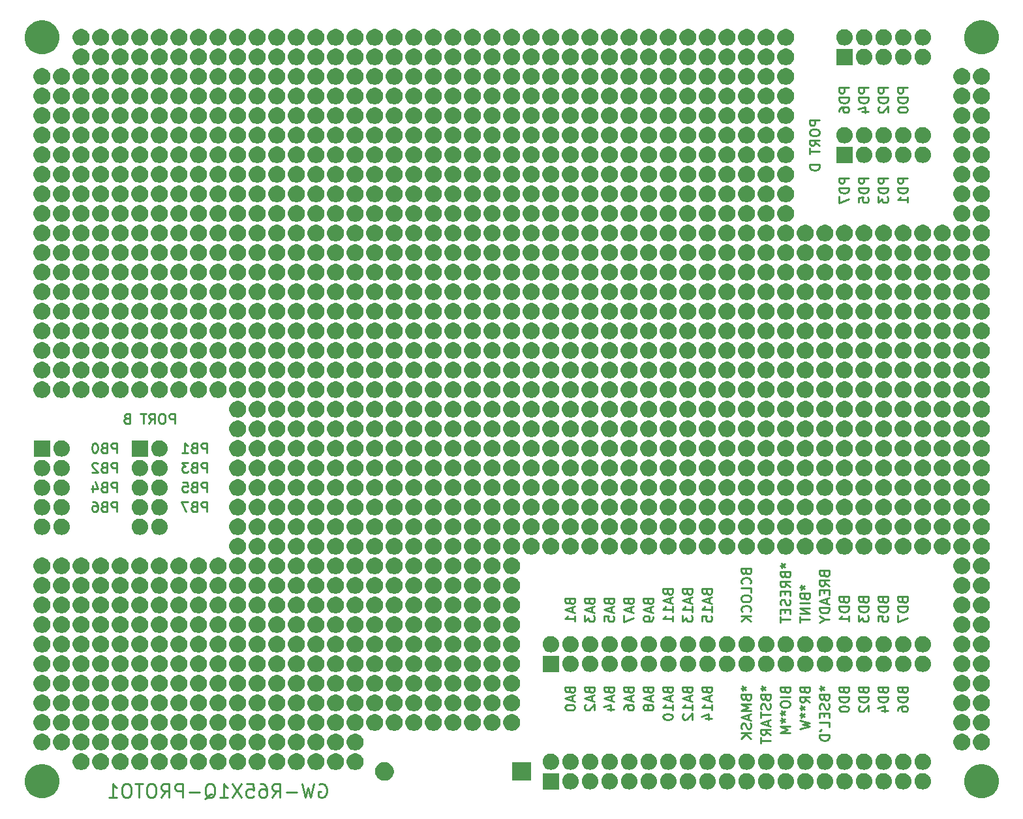
<source format=gbr>
G04 #@! TF.GenerationSoftware,KiCad,Pcbnew,(5.0.1-3-g963ef8bb5)*
G04 #@! TF.CreationDate,2023-12-14T13:52:51-05:00*
G04 #@! TF.ProjectId,gw-r65x1qsbc-proto1,67772D7236357831717362632D70726F,rev?*
G04 #@! TF.SameCoordinates,Original*
G04 #@! TF.FileFunction,Soldermask,Bot*
G04 #@! TF.FilePolarity,Negative*
%FSLAX46Y46*%
G04 Gerber Fmt 4.6, Leading zero omitted, Abs format (unit mm)*
G04 Created by KiCad (PCBNEW (5.0.1-3-g963ef8bb5)) date Thursday, December 14, 2023 at 01:52:51 PM*
%MOMM*%
%LPD*%
G01*
G04 APERTURE LIST*
%ADD10C,0.254000*%
%ADD11C,0.100000*%
G04 APERTURE END LIST*
D10*
X109643333Y-152781000D02*
X109812666Y-152696333D01*
X110066666Y-152696333D01*
X110320666Y-152781000D01*
X110490000Y-152950333D01*
X110574666Y-153119666D01*
X110659333Y-153458333D01*
X110659333Y-153712333D01*
X110574666Y-154051000D01*
X110490000Y-154220333D01*
X110320666Y-154389666D01*
X110066666Y-154474333D01*
X109897333Y-154474333D01*
X109643333Y-154389666D01*
X109558666Y-154305000D01*
X109558666Y-153712333D01*
X109897333Y-153712333D01*
X108966000Y-152696333D02*
X108542666Y-154474333D01*
X108204000Y-153204333D01*
X107865333Y-154474333D01*
X107442000Y-152696333D01*
X106764666Y-153797000D02*
X105410000Y-153797000D01*
X103547333Y-154474333D02*
X104140000Y-153627666D01*
X104563333Y-154474333D02*
X104563333Y-152696333D01*
X103886000Y-152696333D01*
X103716666Y-152781000D01*
X103632000Y-152865666D01*
X103547333Y-153035000D01*
X103547333Y-153289000D01*
X103632000Y-153458333D01*
X103716666Y-153543000D01*
X103886000Y-153627666D01*
X104563333Y-153627666D01*
X102023333Y-152696333D02*
X102362000Y-152696333D01*
X102531333Y-152781000D01*
X102616000Y-152865666D01*
X102785333Y-153119666D01*
X102870000Y-153458333D01*
X102870000Y-154135666D01*
X102785333Y-154305000D01*
X102700666Y-154389666D01*
X102531333Y-154474333D01*
X102192666Y-154474333D01*
X102023333Y-154389666D01*
X101938666Y-154305000D01*
X101854000Y-154135666D01*
X101854000Y-153712333D01*
X101938666Y-153543000D01*
X102023333Y-153458333D01*
X102192666Y-153373666D01*
X102531333Y-153373666D01*
X102700666Y-153458333D01*
X102785333Y-153543000D01*
X102870000Y-153712333D01*
X100245333Y-152696333D02*
X101092000Y-152696333D01*
X101176666Y-153543000D01*
X101092000Y-153458333D01*
X100922666Y-153373666D01*
X100499333Y-153373666D01*
X100330000Y-153458333D01*
X100245333Y-153543000D01*
X100160666Y-153712333D01*
X100160666Y-154135666D01*
X100245333Y-154305000D01*
X100330000Y-154389666D01*
X100499333Y-154474333D01*
X100922666Y-154474333D01*
X101092000Y-154389666D01*
X101176666Y-154305000D01*
X99568000Y-152696333D02*
X98382666Y-154474333D01*
X98382666Y-152696333D02*
X99568000Y-154474333D01*
X96774000Y-154474333D02*
X97790000Y-154474333D01*
X97282000Y-154474333D02*
X97282000Y-152696333D01*
X97451333Y-152950333D01*
X97620666Y-153119666D01*
X97790000Y-153204333D01*
X94826666Y-154643666D02*
X94996000Y-154559000D01*
X95165333Y-154389666D01*
X95419333Y-154135666D01*
X95588666Y-154051000D01*
X95758000Y-154051000D01*
X95673333Y-154474333D02*
X95842666Y-154389666D01*
X96012000Y-154220333D01*
X96096666Y-153881666D01*
X96096666Y-153289000D01*
X96012000Y-152950333D01*
X95842666Y-152781000D01*
X95673333Y-152696333D01*
X95334666Y-152696333D01*
X95165333Y-152781000D01*
X94996000Y-152950333D01*
X94911333Y-153289000D01*
X94911333Y-153881666D01*
X94996000Y-154220333D01*
X95165333Y-154389666D01*
X95334666Y-154474333D01*
X95673333Y-154474333D01*
X94149333Y-153797000D02*
X92794666Y-153797000D01*
X91948000Y-154474333D02*
X91948000Y-152696333D01*
X91270666Y-152696333D01*
X91101333Y-152781000D01*
X91016666Y-152865666D01*
X90932000Y-153035000D01*
X90932000Y-153289000D01*
X91016666Y-153458333D01*
X91101333Y-153543000D01*
X91270666Y-153627666D01*
X91948000Y-153627666D01*
X89154000Y-154474333D02*
X89746666Y-153627666D01*
X90170000Y-154474333D02*
X90170000Y-152696333D01*
X89492666Y-152696333D01*
X89323333Y-152781000D01*
X89238666Y-152865666D01*
X89154000Y-153035000D01*
X89154000Y-153289000D01*
X89238666Y-153458333D01*
X89323333Y-153543000D01*
X89492666Y-153627666D01*
X90170000Y-153627666D01*
X88053333Y-152696333D02*
X87714666Y-152696333D01*
X87545333Y-152781000D01*
X87376000Y-152950333D01*
X87291333Y-153289000D01*
X87291333Y-153881666D01*
X87376000Y-154220333D01*
X87545333Y-154389666D01*
X87714666Y-154474333D01*
X88053333Y-154474333D01*
X88222666Y-154389666D01*
X88392000Y-154220333D01*
X88476666Y-153881666D01*
X88476666Y-153289000D01*
X88392000Y-152950333D01*
X88222666Y-152781000D01*
X88053333Y-152696333D01*
X86783333Y-152696333D02*
X85767333Y-152696333D01*
X86275333Y-154474333D02*
X86275333Y-152696333D01*
X84836000Y-152696333D02*
X84497333Y-152696333D01*
X84328000Y-152781000D01*
X84158666Y-152950333D01*
X84074000Y-153289000D01*
X84074000Y-153881666D01*
X84158666Y-154220333D01*
X84328000Y-154389666D01*
X84497333Y-154474333D01*
X84836000Y-154474333D01*
X85005333Y-154389666D01*
X85174666Y-154220333D01*
X85259333Y-153881666D01*
X85259333Y-153289000D01*
X85174666Y-152950333D01*
X85005333Y-152781000D01*
X84836000Y-152696333D01*
X82380666Y-154474333D02*
X83396666Y-154474333D01*
X82888666Y-154474333D02*
X82888666Y-152696333D01*
X83058000Y-152950333D01*
X83227333Y-153119666D01*
X83396666Y-153204333D01*
X174564523Y-66614523D02*
X173294523Y-66614523D01*
X173294523Y-67098333D01*
X173355000Y-67219285D01*
X173415476Y-67279761D01*
X173536428Y-67340238D01*
X173717857Y-67340238D01*
X173838809Y-67279761D01*
X173899285Y-67219285D01*
X173959761Y-67098333D01*
X173959761Y-66614523D01*
X173294523Y-68126428D02*
X173294523Y-68368333D01*
X173355000Y-68489285D01*
X173475952Y-68610238D01*
X173717857Y-68670714D01*
X174141190Y-68670714D01*
X174383095Y-68610238D01*
X174504047Y-68489285D01*
X174564523Y-68368333D01*
X174564523Y-68126428D01*
X174504047Y-68005476D01*
X174383095Y-67884523D01*
X174141190Y-67824047D01*
X173717857Y-67824047D01*
X173475952Y-67884523D01*
X173355000Y-68005476D01*
X173294523Y-68126428D01*
X174564523Y-69940714D02*
X173959761Y-69517380D01*
X174564523Y-69215000D02*
X173294523Y-69215000D01*
X173294523Y-69698809D01*
X173355000Y-69819761D01*
X173415476Y-69880238D01*
X173536428Y-69940714D01*
X173717857Y-69940714D01*
X173838809Y-69880238D01*
X173899285Y-69819761D01*
X173959761Y-69698809D01*
X173959761Y-69215000D01*
X173294523Y-70303571D02*
X173294523Y-71029285D01*
X174564523Y-70666428D02*
X173294523Y-70666428D01*
X174564523Y-72420238D02*
X173294523Y-72420238D01*
X173294523Y-72722619D01*
X173355000Y-72904047D01*
X173475952Y-73025000D01*
X173596904Y-73085476D01*
X173838809Y-73145952D01*
X174020238Y-73145952D01*
X174262142Y-73085476D01*
X174383095Y-73025000D01*
X174504047Y-72904047D01*
X174564523Y-72722619D01*
X174564523Y-72420238D01*
X90865476Y-105984523D02*
X90865476Y-104714523D01*
X90381666Y-104714523D01*
X90260714Y-104775000D01*
X90200238Y-104835476D01*
X90139761Y-104956428D01*
X90139761Y-105137857D01*
X90200238Y-105258809D01*
X90260714Y-105319285D01*
X90381666Y-105379761D01*
X90865476Y-105379761D01*
X89353571Y-104714523D02*
X89111666Y-104714523D01*
X88990714Y-104775000D01*
X88869761Y-104895952D01*
X88809285Y-105137857D01*
X88809285Y-105561190D01*
X88869761Y-105803095D01*
X88990714Y-105924047D01*
X89111666Y-105984523D01*
X89353571Y-105984523D01*
X89474523Y-105924047D01*
X89595476Y-105803095D01*
X89655952Y-105561190D01*
X89655952Y-105137857D01*
X89595476Y-104895952D01*
X89474523Y-104775000D01*
X89353571Y-104714523D01*
X87539285Y-105984523D02*
X87962619Y-105379761D01*
X88265000Y-105984523D02*
X88265000Y-104714523D01*
X87781190Y-104714523D01*
X87660238Y-104775000D01*
X87599761Y-104835476D01*
X87539285Y-104956428D01*
X87539285Y-105137857D01*
X87599761Y-105258809D01*
X87660238Y-105319285D01*
X87781190Y-105379761D01*
X88265000Y-105379761D01*
X87176428Y-104714523D02*
X86450714Y-104714523D01*
X86813571Y-105984523D02*
X86813571Y-104714523D01*
X84636428Y-105319285D02*
X84455000Y-105379761D01*
X84394523Y-105440238D01*
X84334047Y-105561190D01*
X84334047Y-105742619D01*
X84394523Y-105863571D01*
X84455000Y-105924047D01*
X84575952Y-105984523D01*
X85059761Y-105984523D01*
X85059761Y-104714523D01*
X84636428Y-104714523D01*
X84515476Y-104775000D01*
X84455000Y-104835476D01*
X84394523Y-104956428D01*
X84394523Y-105077380D01*
X84455000Y-105198333D01*
X84515476Y-105258809D01*
X84636428Y-105319285D01*
X85059761Y-105319285D01*
X83352519Y-112334523D02*
X83352519Y-111064523D01*
X82868709Y-111064523D01*
X82747757Y-111125000D01*
X82687280Y-111185476D01*
X82626804Y-111306428D01*
X82626804Y-111487857D01*
X82687280Y-111608809D01*
X82747757Y-111669285D01*
X82868709Y-111729761D01*
X83352519Y-111729761D01*
X81659185Y-111669285D02*
X81477757Y-111729761D01*
X81417280Y-111790238D01*
X81356804Y-111911190D01*
X81356804Y-112092619D01*
X81417280Y-112213571D01*
X81477757Y-112274047D01*
X81598709Y-112334523D01*
X82082519Y-112334523D01*
X82082519Y-111064523D01*
X81659185Y-111064523D01*
X81538233Y-111125000D01*
X81477757Y-111185476D01*
X81417280Y-111306428D01*
X81417280Y-111427380D01*
X81477757Y-111548333D01*
X81538233Y-111608809D01*
X81659185Y-111669285D01*
X82082519Y-111669285D01*
X80872995Y-111185476D02*
X80812519Y-111125000D01*
X80691566Y-111064523D01*
X80389185Y-111064523D01*
X80268233Y-111125000D01*
X80207757Y-111185476D01*
X80147280Y-111306428D01*
X80147280Y-111427380D01*
X80207757Y-111608809D01*
X80933471Y-112334523D01*
X80147280Y-112334523D01*
X83352519Y-114874523D02*
X83352519Y-113604523D01*
X82868709Y-113604523D01*
X82747757Y-113665000D01*
X82687280Y-113725476D01*
X82626804Y-113846428D01*
X82626804Y-114027857D01*
X82687280Y-114148809D01*
X82747757Y-114209285D01*
X82868709Y-114269761D01*
X83352519Y-114269761D01*
X81659185Y-114209285D02*
X81477757Y-114269761D01*
X81417280Y-114330238D01*
X81356804Y-114451190D01*
X81356804Y-114632619D01*
X81417280Y-114753571D01*
X81477757Y-114814047D01*
X81598709Y-114874523D01*
X82082519Y-114874523D01*
X82082519Y-113604523D01*
X81659185Y-113604523D01*
X81538233Y-113665000D01*
X81477757Y-113725476D01*
X81417280Y-113846428D01*
X81417280Y-113967380D01*
X81477757Y-114088333D01*
X81538233Y-114148809D01*
X81659185Y-114209285D01*
X82082519Y-114209285D01*
X80268233Y-114027857D02*
X80268233Y-114874523D01*
X80570614Y-113544047D02*
X80872995Y-114451190D01*
X80086804Y-114451190D01*
X83352519Y-117414523D02*
X83352519Y-116144523D01*
X82868709Y-116144523D01*
X82747757Y-116205000D01*
X82687280Y-116265476D01*
X82626804Y-116386428D01*
X82626804Y-116567857D01*
X82687280Y-116688809D01*
X82747757Y-116749285D01*
X82868709Y-116809761D01*
X83352519Y-116809761D01*
X81659185Y-116749285D02*
X81477757Y-116809761D01*
X81417280Y-116870238D01*
X81356804Y-116991190D01*
X81356804Y-117172619D01*
X81417280Y-117293571D01*
X81477757Y-117354047D01*
X81598709Y-117414523D01*
X82082519Y-117414523D01*
X82082519Y-116144523D01*
X81659185Y-116144523D01*
X81538233Y-116205000D01*
X81477757Y-116265476D01*
X81417280Y-116386428D01*
X81417280Y-116507380D01*
X81477757Y-116628333D01*
X81538233Y-116688809D01*
X81659185Y-116749285D01*
X82082519Y-116749285D01*
X80268233Y-116144523D02*
X80510138Y-116144523D01*
X80631090Y-116205000D01*
X80691566Y-116265476D01*
X80812519Y-116446904D01*
X80872995Y-116688809D01*
X80872995Y-117172619D01*
X80812519Y-117293571D01*
X80752042Y-117354047D01*
X80631090Y-117414523D01*
X80389185Y-117414523D01*
X80268233Y-117354047D01*
X80207757Y-117293571D01*
X80147280Y-117172619D01*
X80147280Y-116870238D01*
X80207757Y-116749285D01*
X80268233Y-116688809D01*
X80389185Y-116628333D01*
X80631090Y-116628333D01*
X80752042Y-116688809D01*
X80812519Y-116749285D01*
X80872995Y-116870238D01*
X83352519Y-109794523D02*
X83352519Y-108524523D01*
X82868709Y-108524523D01*
X82747757Y-108585000D01*
X82687280Y-108645476D01*
X82626804Y-108766428D01*
X82626804Y-108947857D01*
X82687280Y-109068809D01*
X82747757Y-109129285D01*
X82868709Y-109189761D01*
X83352519Y-109189761D01*
X81659185Y-109129285D02*
X81477757Y-109189761D01*
X81417280Y-109250238D01*
X81356804Y-109371190D01*
X81356804Y-109552619D01*
X81417280Y-109673571D01*
X81477757Y-109734047D01*
X81598709Y-109794523D01*
X82082519Y-109794523D01*
X82082519Y-108524523D01*
X81659185Y-108524523D01*
X81538233Y-108585000D01*
X81477757Y-108645476D01*
X81417280Y-108766428D01*
X81417280Y-108887380D01*
X81477757Y-109008333D01*
X81538233Y-109068809D01*
X81659185Y-109129285D01*
X82082519Y-109129285D01*
X80570614Y-108524523D02*
X80449661Y-108524523D01*
X80328709Y-108585000D01*
X80268233Y-108645476D01*
X80207757Y-108766428D01*
X80147280Y-109008333D01*
X80147280Y-109310714D01*
X80207757Y-109552619D01*
X80268233Y-109673571D01*
X80328709Y-109734047D01*
X80449661Y-109794523D01*
X80570614Y-109794523D01*
X80691566Y-109734047D01*
X80752042Y-109673571D01*
X80812519Y-109552619D01*
X80872995Y-109310714D01*
X80872995Y-109008333D01*
X80812519Y-108766428D01*
X80752042Y-108645476D01*
X80691566Y-108585000D01*
X80570614Y-108524523D01*
X95052242Y-112334523D02*
X95052242Y-111064523D01*
X94568433Y-111064523D01*
X94447480Y-111125000D01*
X94387004Y-111185476D01*
X94326528Y-111306428D01*
X94326528Y-111487857D01*
X94387004Y-111608809D01*
X94447480Y-111669285D01*
X94568433Y-111729761D01*
X95052242Y-111729761D01*
X93358909Y-111669285D02*
X93177480Y-111729761D01*
X93117004Y-111790238D01*
X93056528Y-111911190D01*
X93056528Y-112092619D01*
X93117004Y-112213571D01*
X93177480Y-112274047D01*
X93298433Y-112334523D01*
X93782242Y-112334523D01*
X93782242Y-111064523D01*
X93358909Y-111064523D01*
X93237957Y-111125000D01*
X93177480Y-111185476D01*
X93117004Y-111306428D01*
X93117004Y-111427380D01*
X93177480Y-111548333D01*
X93237957Y-111608809D01*
X93358909Y-111669285D01*
X93782242Y-111669285D01*
X92633195Y-111064523D02*
X91847004Y-111064523D01*
X92270338Y-111548333D01*
X92088909Y-111548333D01*
X91967957Y-111608809D01*
X91907480Y-111669285D01*
X91847004Y-111790238D01*
X91847004Y-112092619D01*
X91907480Y-112213571D01*
X91967957Y-112274047D01*
X92088909Y-112334523D01*
X92451766Y-112334523D01*
X92572719Y-112274047D01*
X92633195Y-112213571D01*
X95052242Y-114874523D02*
X95052242Y-113604523D01*
X94568433Y-113604523D01*
X94447480Y-113665000D01*
X94387004Y-113725476D01*
X94326528Y-113846428D01*
X94326528Y-114027857D01*
X94387004Y-114148809D01*
X94447480Y-114209285D01*
X94568433Y-114269761D01*
X95052242Y-114269761D01*
X93358909Y-114209285D02*
X93177480Y-114269761D01*
X93117004Y-114330238D01*
X93056528Y-114451190D01*
X93056528Y-114632619D01*
X93117004Y-114753571D01*
X93177480Y-114814047D01*
X93298433Y-114874523D01*
X93782242Y-114874523D01*
X93782242Y-113604523D01*
X93358909Y-113604523D01*
X93237957Y-113665000D01*
X93177480Y-113725476D01*
X93117004Y-113846428D01*
X93117004Y-113967380D01*
X93177480Y-114088333D01*
X93237957Y-114148809D01*
X93358909Y-114209285D01*
X93782242Y-114209285D01*
X91907480Y-113604523D02*
X92512242Y-113604523D01*
X92572719Y-114209285D01*
X92512242Y-114148809D01*
X92391290Y-114088333D01*
X92088909Y-114088333D01*
X91967957Y-114148809D01*
X91907480Y-114209285D01*
X91847004Y-114330238D01*
X91847004Y-114632619D01*
X91907480Y-114753571D01*
X91967957Y-114814047D01*
X92088909Y-114874523D01*
X92391290Y-114874523D01*
X92512242Y-114814047D01*
X92572719Y-114753571D01*
X95052242Y-117414523D02*
X95052242Y-116144523D01*
X94568433Y-116144523D01*
X94447480Y-116205000D01*
X94387004Y-116265476D01*
X94326528Y-116386428D01*
X94326528Y-116567857D01*
X94387004Y-116688809D01*
X94447480Y-116749285D01*
X94568433Y-116809761D01*
X95052242Y-116809761D01*
X93358909Y-116749285D02*
X93177480Y-116809761D01*
X93117004Y-116870238D01*
X93056528Y-116991190D01*
X93056528Y-117172619D01*
X93117004Y-117293571D01*
X93177480Y-117354047D01*
X93298433Y-117414523D01*
X93782242Y-117414523D01*
X93782242Y-116144523D01*
X93358909Y-116144523D01*
X93237957Y-116205000D01*
X93177480Y-116265476D01*
X93117004Y-116386428D01*
X93117004Y-116507380D01*
X93177480Y-116628333D01*
X93237957Y-116688809D01*
X93358909Y-116749285D01*
X93782242Y-116749285D01*
X92633195Y-116144523D02*
X91786528Y-116144523D01*
X92330814Y-117414523D01*
X95052242Y-109794523D02*
X95052242Y-108524523D01*
X94568433Y-108524523D01*
X94447480Y-108585000D01*
X94387004Y-108645476D01*
X94326528Y-108766428D01*
X94326528Y-108947857D01*
X94387004Y-109068809D01*
X94447480Y-109129285D01*
X94568433Y-109189761D01*
X95052242Y-109189761D01*
X93358909Y-109129285D02*
X93177480Y-109189761D01*
X93117004Y-109250238D01*
X93056528Y-109371190D01*
X93056528Y-109552619D01*
X93117004Y-109673571D01*
X93177480Y-109734047D01*
X93298433Y-109794523D01*
X93782242Y-109794523D01*
X93782242Y-108524523D01*
X93358909Y-108524523D01*
X93237957Y-108585000D01*
X93177480Y-108645476D01*
X93117004Y-108766428D01*
X93117004Y-108887380D01*
X93177480Y-109008333D01*
X93237957Y-109068809D01*
X93358909Y-109129285D01*
X93782242Y-109129285D01*
X91847004Y-109794523D02*
X92572719Y-109794523D01*
X92209861Y-109794523D02*
X92209861Y-108524523D01*
X92330814Y-108705952D01*
X92451766Y-108826904D01*
X92572719Y-108887380D01*
X180914523Y-74127480D02*
X179644523Y-74127480D01*
X179644523Y-74611290D01*
X179705000Y-74732242D01*
X179765476Y-74792719D01*
X179886428Y-74853195D01*
X180067857Y-74853195D01*
X180188809Y-74792719D01*
X180249285Y-74732242D01*
X180309761Y-74611290D01*
X180309761Y-74127480D01*
X180914523Y-75397480D02*
X179644523Y-75397480D01*
X179644523Y-75699861D01*
X179705000Y-75881290D01*
X179825952Y-76002242D01*
X179946904Y-76062719D01*
X180188809Y-76123195D01*
X180370238Y-76123195D01*
X180612142Y-76062719D01*
X180733095Y-76002242D01*
X180854047Y-75881290D01*
X180914523Y-75699861D01*
X180914523Y-75397480D01*
X179644523Y-77272242D02*
X179644523Y-76667480D01*
X180249285Y-76607004D01*
X180188809Y-76667480D01*
X180128333Y-76788433D01*
X180128333Y-77090814D01*
X180188809Y-77211766D01*
X180249285Y-77272242D01*
X180370238Y-77332719D01*
X180672619Y-77332719D01*
X180793571Y-77272242D01*
X180854047Y-77211766D01*
X180914523Y-77090814D01*
X180914523Y-76788433D01*
X180854047Y-76667480D01*
X180793571Y-76607004D01*
X185994523Y-74127480D02*
X184724523Y-74127480D01*
X184724523Y-74611290D01*
X184785000Y-74732242D01*
X184845476Y-74792719D01*
X184966428Y-74853195D01*
X185147857Y-74853195D01*
X185268809Y-74792719D01*
X185329285Y-74732242D01*
X185389761Y-74611290D01*
X185389761Y-74127480D01*
X185994523Y-75397480D02*
X184724523Y-75397480D01*
X184724523Y-75699861D01*
X184785000Y-75881290D01*
X184905952Y-76002242D01*
X185026904Y-76062719D01*
X185268809Y-76123195D01*
X185450238Y-76123195D01*
X185692142Y-76062719D01*
X185813095Y-76002242D01*
X185934047Y-75881290D01*
X185994523Y-75699861D01*
X185994523Y-75397480D01*
X185994523Y-77332719D02*
X185994523Y-76607004D01*
X185994523Y-76969861D02*
X184724523Y-76969861D01*
X184905952Y-76848909D01*
X185026904Y-76727957D01*
X185087380Y-76607004D01*
X178374523Y-74127480D02*
X177104523Y-74127480D01*
X177104523Y-74611290D01*
X177165000Y-74732242D01*
X177225476Y-74792719D01*
X177346428Y-74853195D01*
X177527857Y-74853195D01*
X177648809Y-74792719D01*
X177709285Y-74732242D01*
X177769761Y-74611290D01*
X177769761Y-74127480D01*
X178374523Y-75397480D02*
X177104523Y-75397480D01*
X177104523Y-75699861D01*
X177165000Y-75881290D01*
X177285952Y-76002242D01*
X177406904Y-76062719D01*
X177648809Y-76123195D01*
X177830238Y-76123195D01*
X178072142Y-76062719D01*
X178193095Y-76002242D01*
X178314047Y-75881290D01*
X178374523Y-75699861D01*
X178374523Y-75397480D01*
X177104523Y-76546528D02*
X177104523Y-77393195D01*
X178374523Y-76848909D01*
X183454523Y-74127480D02*
X182184523Y-74127480D01*
X182184523Y-74611290D01*
X182245000Y-74732242D01*
X182305476Y-74792719D01*
X182426428Y-74853195D01*
X182607857Y-74853195D01*
X182728809Y-74792719D01*
X182789285Y-74732242D01*
X182849761Y-74611290D01*
X182849761Y-74127480D01*
X183454523Y-75397480D02*
X182184523Y-75397480D01*
X182184523Y-75699861D01*
X182245000Y-75881290D01*
X182365952Y-76002242D01*
X182486904Y-76062719D01*
X182728809Y-76123195D01*
X182910238Y-76123195D01*
X183152142Y-76062719D01*
X183273095Y-76002242D01*
X183394047Y-75881290D01*
X183454523Y-75699861D01*
X183454523Y-75397480D01*
X182184523Y-76546528D02*
X182184523Y-77332719D01*
X182668333Y-76909385D01*
X182668333Y-77090814D01*
X182728809Y-77211766D01*
X182789285Y-77272242D01*
X182910238Y-77332719D01*
X183212619Y-77332719D01*
X183333571Y-77272242D01*
X183394047Y-77211766D01*
X183454523Y-77090814D01*
X183454523Y-76727957D01*
X183394047Y-76607004D01*
X183333571Y-76546528D01*
X180914523Y-62427757D02*
X179644523Y-62427757D01*
X179644523Y-62911566D01*
X179705000Y-63032519D01*
X179765476Y-63092995D01*
X179886428Y-63153471D01*
X180067857Y-63153471D01*
X180188809Y-63092995D01*
X180249285Y-63032519D01*
X180309761Y-62911566D01*
X180309761Y-62427757D01*
X180914523Y-63697757D02*
X179644523Y-63697757D01*
X179644523Y-64000138D01*
X179705000Y-64181566D01*
X179825952Y-64302519D01*
X179946904Y-64362995D01*
X180188809Y-64423471D01*
X180370238Y-64423471D01*
X180612142Y-64362995D01*
X180733095Y-64302519D01*
X180854047Y-64181566D01*
X180914523Y-64000138D01*
X180914523Y-63697757D01*
X180067857Y-65512042D02*
X180914523Y-65512042D01*
X179584047Y-65209661D02*
X180491190Y-64907280D01*
X180491190Y-65693471D01*
X183454523Y-62427757D02*
X182184523Y-62427757D01*
X182184523Y-62911566D01*
X182245000Y-63032519D01*
X182305476Y-63092995D01*
X182426428Y-63153471D01*
X182607857Y-63153471D01*
X182728809Y-63092995D01*
X182789285Y-63032519D01*
X182849761Y-62911566D01*
X182849761Y-62427757D01*
X183454523Y-63697757D02*
X182184523Y-63697757D01*
X182184523Y-64000138D01*
X182245000Y-64181566D01*
X182365952Y-64302519D01*
X182486904Y-64362995D01*
X182728809Y-64423471D01*
X182910238Y-64423471D01*
X183152142Y-64362995D01*
X183273095Y-64302519D01*
X183394047Y-64181566D01*
X183454523Y-64000138D01*
X183454523Y-63697757D01*
X182305476Y-64907280D02*
X182245000Y-64967757D01*
X182184523Y-65088709D01*
X182184523Y-65391090D01*
X182245000Y-65512042D01*
X182305476Y-65572519D01*
X182426428Y-65632995D01*
X182547380Y-65632995D01*
X182728809Y-65572519D01*
X183454523Y-64846804D01*
X183454523Y-65632995D01*
X178374523Y-62427757D02*
X177104523Y-62427757D01*
X177104523Y-62911566D01*
X177165000Y-63032519D01*
X177225476Y-63092995D01*
X177346428Y-63153471D01*
X177527857Y-63153471D01*
X177648809Y-63092995D01*
X177709285Y-63032519D01*
X177769761Y-62911566D01*
X177769761Y-62427757D01*
X178374523Y-63697757D02*
X177104523Y-63697757D01*
X177104523Y-64000138D01*
X177165000Y-64181566D01*
X177285952Y-64302519D01*
X177406904Y-64362995D01*
X177648809Y-64423471D01*
X177830238Y-64423471D01*
X178072142Y-64362995D01*
X178193095Y-64302519D01*
X178314047Y-64181566D01*
X178374523Y-64000138D01*
X178374523Y-63697757D01*
X177104523Y-65512042D02*
X177104523Y-65270138D01*
X177165000Y-65149185D01*
X177225476Y-65088709D01*
X177406904Y-64967757D01*
X177648809Y-64907280D01*
X178132619Y-64907280D01*
X178253571Y-64967757D01*
X178314047Y-65028233D01*
X178374523Y-65149185D01*
X178374523Y-65391090D01*
X178314047Y-65512042D01*
X178253571Y-65572519D01*
X178132619Y-65632995D01*
X177830238Y-65632995D01*
X177709285Y-65572519D01*
X177648809Y-65512042D01*
X177588333Y-65391090D01*
X177588333Y-65149185D01*
X177648809Y-65028233D01*
X177709285Y-64967757D01*
X177830238Y-64907280D01*
X185994523Y-62427757D02*
X184724523Y-62427757D01*
X184724523Y-62911566D01*
X184785000Y-63032519D01*
X184845476Y-63092995D01*
X184966428Y-63153471D01*
X185147857Y-63153471D01*
X185268809Y-63092995D01*
X185329285Y-63032519D01*
X185389761Y-62911566D01*
X185389761Y-62427757D01*
X185994523Y-63697757D02*
X184724523Y-63697757D01*
X184724523Y-64000138D01*
X184785000Y-64181566D01*
X184905952Y-64302519D01*
X185026904Y-64362995D01*
X185268809Y-64423471D01*
X185450238Y-64423471D01*
X185692142Y-64362995D01*
X185813095Y-64302519D01*
X185934047Y-64181566D01*
X185994523Y-64000138D01*
X185994523Y-63697757D01*
X184724523Y-65209661D02*
X184724523Y-65330614D01*
X184785000Y-65451566D01*
X184845476Y-65512042D01*
X184966428Y-65572519D01*
X185208333Y-65632995D01*
X185510714Y-65632995D01*
X185752619Y-65572519D01*
X185873571Y-65512042D01*
X185934047Y-65451566D01*
X185994523Y-65330614D01*
X185994523Y-65209661D01*
X185934047Y-65088709D01*
X185873571Y-65028233D01*
X185752619Y-64967757D01*
X185510714Y-64907280D01*
X185208333Y-64907280D01*
X184966428Y-64967757D01*
X184845476Y-65028233D01*
X184785000Y-65088709D01*
X184724523Y-65209661D01*
X169484523Y-124415852D02*
X169786904Y-124415852D01*
X169665952Y-124113471D02*
X169786904Y-124415852D01*
X169665952Y-124718233D01*
X170028809Y-124234423D02*
X169786904Y-124415852D01*
X170028809Y-124597280D01*
X170089285Y-125625376D02*
X170149761Y-125806804D01*
X170210238Y-125867280D01*
X170331190Y-125927757D01*
X170512619Y-125927757D01*
X170633571Y-125867280D01*
X170694047Y-125806804D01*
X170754523Y-125685852D01*
X170754523Y-125202042D01*
X169484523Y-125202042D01*
X169484523Y-125625376D01*
X169545000Y-125746328D01*
X169605476Y-125806804D01*
X169726428Y-125867280D01*
X169847380Y-125867280D01*
X169968333Y-125806804D01*
X170028809Y-125746328D01*
X170089285Y-125625376D01*
X170089285Y-125202042D01*
X170754523Y-127197757D02*
X170149761Y-126774423D01*
X170754523Y-126472042D02*
X169484523Y-126472042D01*
X169484523Y-126955852D01*
X169545000Y-127076804D01*
X169605476Y-127137280D01*
X169726428Y-127197757D01*
X169907857Y-127197757D01*
X170028809Y-127137280D01*
X170089285Y-127076804D01*
X170149761Y-126955852D01*
X170149761Y-126472042D01*
X170089285Y-127742042D02*
X170089285Y-128165376D01*
X170754523Y-128346804D02*
X170754523Y-127742042D01*
X169484523Y-127742042D01*
X169484523Y-128346804D01*
X170694047Y-128830614D02*
X170754523Y-129012042D01*
X170754523Y-129314423D01*
X170694047Y-129435376D01*
X170633571Y-129495852D01*
X170512619Y-129556328D01*
X170391666Y-129556328D01*
X170270714Y-129495852D01*
X170210238Y-129435376D01*
X170149761Y-129314423D01*
X170089285Y-129072519D01*
X170028809Y-128951566D01*
X169968333Y-128891090D01*
X169847380Y-128830614D01*
X169726428Y-128830614D01*
X169605476Y-128891090D01*
X169545000Y-128951566D01*
X169484523Y-129072519D01*
X169484523Y-129374900D01*
X169545000Y-129556328D01*
X170089285Y-130100614D02*
X170089285Y-130523947D01*
X170754523Y-130705376D02*
X170754523Y-130100614D01*
X169484523Y-130100614D01*
X169484523Y-130705376D01*
X169484523Y-131068233D02*
X169484523Y-131793947D01*
X170754523Y-131431090D02*
X169484523Y-131431090D01*
X157389285Y-127862995D02*
X157449761Y-128044423D01*
X157510238Y-128104900D01*
X157631190Y-128165376D01*
X157812619Y-128165376D01*
X157933571Y-128104900D01*
X157994047Y-128044423D01*
X158054523Y-127923471D01*
X158054523Y-127439661D01*
X156784523Y-127439661D01*
X156784523Y-127862995D01*
X156845000Y-127983947D01*
X156905476Y-128044423D01*
X157026428Y-128104900D01*
X157147380Y-128104900D01*
X157268333Y-128044423D01*
X157328809Y-127983947D01*
X157389285Y-127862995D01*
X157389285Y-127439661D01*
X157691666Y-128649185D02*
X157691666Y-129253947D01*
X158054523Y-128528233D02*
X156784523Y-128951566D01*
X158054523Y-129374900D01*
X158054523Y-130463471D02*
X158054523Y-129737757D01*
X158054523Y-130100614D02*
X156784523Y-130100614D01*
X156965952Y-129979661D01*
X157086904Y-129858709D01*
X157147380Y-129737757D01*
X156784523Y-130886804D02*
X156784523Y-131672995D01*
X157268333Y-131249661D01*
X157268333Y-131431090D01*
X157328809Y-131552042D01*
X157389285Y-131612519D01*
X157510238Y-131672995D01*
X157812619Y-131672995D01*
X157933571Y-131612519D01*
X157994047Y-131552042D01*
X158054523Y-131431090D01*
X158054523Y-131068233D01*
X157994047Y-130947280D01*
X157933571Y-130886804D01*
X152309285Y-129072519D02*
X152369761Y-129253947D01*
X152430238Y-129314423D01*
X152551190Y-129374900D01*
X152732619Y-129374900D01*
X152853571Y-129314423D01*
X152914047Y-129253947D01*
X152974523Y-129132995D01*
X152974523Y-128649185D01*
X151704523Y-128649185D01*
X151704523Y-129072519D01*
X151765000Y-129193471D01*
X151825476Y-129253947D01*
X151946428Y-129314423D01*
X152067380Y-129314423D01*
X152188333Y-129253947D01*
X152248809Y-129193471D01*
X152309285Y-129072519D01*
X152309285Y-128649185D01*
X152611666Y-129858709D02*
X152611666Y-130463471D01*
X152974523Y-129737757D02*
X151704523Y-130161090D01*
X152974523Y-130584423D01*
X152974523Y-131068233D02*
X152974523Y-131310138D01*
X152914047Y-131431090D01*
X152853571Y-131491566D01*
X152672142Y-131612519D01*
X152430238Y-131672995D01*
X151946428Y-131672995D01*
X151825476Y-131612519D01*
X151765000Y-131552042D01*
X151704523Y-131431090D01*
X151704523Y-131189185D01*
X151765000Y-131068233D01*
X151825476Y-131007757D01*
X151946428Y-130947280D01*
X152248809Y-130947280D01*
X152369761Y-131007757D01*
X152430238Y-131068233D01*
X152490714Y-131189185D01*
X152490714Y-131431090D01*
X152430238Y-131552042D01*
X152369761Y-131612519D01*
X152248809Y-131672995D01*
X147229285Y-129072519D02*
X147289761Y-129253947D01*
X147350238Y-129314423D01*
X147471190Y-129374900D01*
X147652619Y-129374900D01*
X147773571Y-129314423D01*
X147834047Y-129253947D01*
X147894523Y-129132995D01*
X147894523Y-128649185D01*
X146624523Y-128649185D01*
X146624523Y-129072519D01*
X146685000Y-129193471D01*
X146745476Y-129253947D01*
X146866428Y-129314423D01*
X146987380Y-129314423D01*
X147108333Y-129253947D01*
X147168809Y-129193471D01*
X147229285Y-129072519D01*
X147229285Y-128649185D01*
X147531666Y-129858709D02*
X147531666Y-130463471D01*
X147894523Y-129737757D02*
X146624523Y-130161090D01*
X147894523Y-130584423D01*
X146624523Y-131612519D02*
X146624523Y-131007757D01*
X147229285Y-130947280D01*
X147168809Y-131007757D01*
X147108333Y-131128709D01*
X147108333Y-131431090D01*
X147168809Y-131552042D01*
X147229285Y-131612519D01*
X147350238Y-131672995D01*
X147652619Y-131672995D01*
X147773571Y-131612519D01*
X147834047Y-131552042D01*
X147894523Y-131431090D01*
X147894523Y-131128709D01*
X147834047Y-131007757D01*
X147773571Y-130947280D01*
X185329285Y-128891090D02*
X185389761Y-129072519D01*
X185450238Y-129132995D01*
X185571190Y-129193471D01*
X185752619Y-129193471D01*
X185873571Y-129132995D01*
X185934047Y-129072519D01*
X185994523Y-128951566D01*
X185994523Y-128467757D01*
X184724523Y-128467757D01*
X184724523Y-128891090D01*
X184785000Y-129012042D01*
X184845476Y-129072519D01*
X184966428Y-129132995D01*
X185087380Y-129132995D01*
X185208333Y-129072519D01*
X185268809Y-129012042D01*
X185329285Y-128891090D01*
X185329285Y-128467757D01*
X185994523Y-129737757D02*
X184724523Y-129737757D01*
X184724523Y-130040138D01*
X184785000Y-130221566D01*
X184905952Y-130342519D01*
X185026904Y-130402995D01*
X185268809Y-130463471D01*
X185450238Y-130463471D01*
X185692142Y-130402995D01*
X185813095Y-130342519D01*
X185934047Y-130221566D01*
X185994523Y-130040138D01*
X185994523Y-129737757D01*
X184724523Y-130886804D02*
X184724523Y-131733471D01*
X185994523Y-131189185D01*
X177709285Y-128891090D02*
X177769761Y-129072519D01*
X177830238Y-129132995D01*
X177951190Y-129193471D01*
X178132619Y-129193471D01*
X178253571Y-129132995D01*
X178314047Y-129072519D01*
X178374523Y-128951566D01*
X178374523Y-128467757D01*
X177104523Y-128467757D01*
X177104523Y-128891090D01*
X177165000Y-129012042D01*
X177225476Y-129072519D01*
X177346428Y-129132995D01*
X177467380Y-129132995D01*
X177588333Y-129072519D01*
X177648809Y-129012042D01*
X177709285Y-128891090D01*
X177709285Y-128467757D01*
X178374523Y-129737757D02*
X177104523Y-129737757D01*
X177104523Y-130040138D01*
X177165000Y-130221566D01*
X177285952Y-130342519D01*
X177406904Y-130402995D01*
X177648809Y-130463471D01*
X177830238Y-130463471D01*
X178072142Y-130402995D01*
X178193095Y-130342519D01*
X178314047Y-130221566D01*
X178374523Y-130040138D01*
X178374523Y-129737757D01*
X178374523Y-131672995D02*
X178374523Y-130947280D01*
X178374523Y-131310138D02*
X177104523Y-131310138D01*
X177285952Y-131189185D01*
X177406904Y-131068233D01*
X177467380Y-130947280D01*
X154849285Y-127862995D02*
X154909761Y-128044423D01*
X154970238Y-128104900D01*
X155091190Y-128165376D01*
X155272619Y-128165376D01*
X155393571Y-128104900D01*
X155454047Y-128044423D01*
X155514523Y-127923471D01*
X155514523Y-127439661D01*
X154244523Y-127439661D01*
X154244523Y-127862995D01*
X154305000Y-127983947D01*
X154365476Y-128044423D01*
X154486428Y-128104900D01*
X154607380Y-128104900D01*
X154728333Y-128044423D01*
X154788809Y-127983947D01*
X154849285Y-127862995D01*
X154849285Y-127439661D01*
X155151666Y-128649185D02*
X155151666Y-129253947D01*
X155514523Y-128528233D02*
X154244523Y-128951566D01*
X155514523Y-129374900D01*
X155514523Y-130463471D02*
X155514523Y-129737757D01*
X155514523Y-130100614D02*
X154244523Y-130100614D01*
X154425952Y-129979661D01*
X154546904Y-129858709D01*
X154607380Y-129737757D01*
X155514523Y-131672995D02*
X155514523Y-130947280D01*
X155514523Y-131310138D02*
X154244523Y-131310138D01*
X154425952Y-131189185D01*
X154546904Y-131068233D01*
X154607380Y-130947280D01*
X182789285Y-128891090D02*
X182849761Y-129072519D01*
X182910238Y-129132995D01*
X183031190Y-129193471D01*
X183212619Y-129193471D01*
X183333571Y-129132995D01*
X183394047Y-129072519D01*
X183454523Y-128951566D01*
X183454523Y-128467757D01*
X182184523Y-128467757D01*
X182184523Y-128891090D01*
X182245000Y-129012042D01*
X182305476Y-129072519D01*
X182426428Y-129132995D01*
X182547380Y-129132995D01*
X182668333Y-129072519D01*
X182728809Y-129012042D01*
X182789285Y-128891090D01*
X182789285Y-128467757D01*
X183454523Y-129737757D02*
X182184523Y-129737757D01*
X182184523Y-130040138D01*
X182245000Y-130221566D01*
X182365952Y-130342519D01*
X182486904Y-130402995D01*
X182728809Y-130463471D01*
X182910238Y-130463471D01*
X183152142Y-130402995D01*
X183273095Y-130342519D01*
X183394047Y-130221566D01*
X183454523Y-130040138D01*
X183454523Y-129737757D01*
X182184523Y-131612519D02*
X182184523Y-131007757D01*
X182789285Y-130947280D01*
X182728809Y-131007757D01*
X182668333Y-131128709D01*
X182668333Y-131431090D01*
X182728809Y-131552042D01*
X182789285Y-131612519D01*
X182910238Y-131672995D01*
X183212619Y-131672995D01*
X183333571Y-131612519D01*
X183394047Y-131552042D01*
X183454523Y-131431090D01*
X183454523Y-131128709D01*
X183394047Y-131007757D01*
X183333571Y-130947280D01*
X144689285Y-129072519D02*
X144749761Y-129253947D01*
X144810238Y-129314423D01*
X144931190Y-129374900D01*
X145112619Y-129374900D01*
X145233571Y-129314423D01*
X145294047Y-129253947D01*
X145354523Y-129132995D01*
X145354523Y-128649185D01*
X144084523Y-128649185D01*
X144084523Y-129072519D01*
X144145000Y-129193471D01*
X144205476Y-129253947D01*
X144326428Y-129314423D01*
X144447380Y-129314423D01*
X144568333Y-129253947D01*
X144628809Y-129193471D01*
X144689285Y-129072519D01*
X144689285Y-128649185D01*
X144991666Y-129858709D02*
X144991666Y-130463471D01*
X145354523Y-129737757D02*
X144084523Y-130161090D01*
X145354523Y-130584423D01*
X144084523Y-130886804D02*
X144084523Y-131672995D01*
X144568333Y-131249661D01*
X144568333Y-131431090D01*
X144628809Y-131552042D01*
X144689285Y-131612519D01*
X144810238Y-131672995D01*
X145112619Y-131672995D01*
X145233571Y-131612519D01*
X145294047Y-131552042D01*
X145354523Y-131431090D01*
X145354523Y-131068233D01*
X145294047Y-130947280D01*
X145233571Y-130886804D01*
X165009285Y-125202042D02*
X165069761Y-125383471D01*
X165130238Y-125443947D01*
X165251190Y-125504423D01*
X165432619Y-125504423D01*
X165553571Y-125443947D01*
X165614047Y-125383471D01*
X165674523Y-125262519D01*
X165674523Y-124778709D01*
X164404523Y-124778709D01*
X164404523Y-125202042D01*
X164465000Y-125322995D01*
X164525476Y-125383471D01*
X164646428Y-125443947D01*
X164767380Y-125443947D01*
X164888333Y-125383471D01*
X164948809Y-125322995D01*
X165009285Y-125202042D01*
X165009285Y-124778709D01*
X165553571Y-126774423D02*
X165614047Y-126713947D01*
X165674523Y-126532519D01*
X165674523Y-126411566D01*
X165614047Y-126230138D01*
X165493095Y-126109185D01*
X165372142Y-126048709D01*
X165130238Y-125988233D01*
X164948809Y-125988233D01*
X164706904Y-126048709D01*
X164585952Y-126109185D01*
X164465000Y-126230138D01*
X164404523Y-126411566D01*
X164404523Y-126532519D01*
X164465000Y-126713947D01*
X164525476Y-126774423D01*
X165674523Y-127923471D02*
X165674523Y-127318709D01*
X164404523Y-127318709D01*
X164404523Y-128588709D02*
X164404523Y-128830614D01*
X164465000Y-128951566D01*
X164585952Y-129072519D01*
X164827857Y-129132995D01*
X165251190Y-129132995D01*
X165493095Y-129072519D01*
X165614047Y-128951566D01*
X165674523Y-128830614D01*
X165674523Y-128588709D01*
X165614047Y-128467757D01*
X165493095Y-128346804D01*
X165251190Y-128286328D01*
X164827857Y-128286328D01*
X164585952Y-128346804D01*
X164465000Y-128467757D01*
X164404523Y-128588709D01*
X165553571Y-130402995D02*
X165614047Y-130342519D01*
X165674523Y-130161090D01*
X165674523Y-130040138D01*
X165614047Y-129858709D01*
X165493095Y-129737757D01*
X165372142Y-129677280D01*
X165130238Y-129616804D01*
X164948809Y-129616804D01*
X164706904Y-129677280D01*
X164585952Y-129737757D01*
X164465000Y-129858709D01*
X164404523Y-130040138D01*
X164404523Y-130161090D01*
X164465000Y-130342519D01*
X164525476Y-130402995D01*
X165674523Y-130947280D02*
X164404523Y-130947280D01*
X165674523Y-131672995D02*
X164948809Y-131128709D01*
X164404523Y-131672995D02*
X165130238Y-130947280D01*
X180249285Y-128891090D02*
X180309761Y-129072519D01*
X180370238Y-129132995D01*
X180491190Y-129193471D01*
X180672619Y-129193471D01*
X180793571Y-129132995D01*
X180854047Y-129072519D01*
X180914523Y-128951566D01*
X180914523Y-128467757D01*
X179644523Y-128467757D01*
X179644523Y-128891090D01*
X179705000Y-129012042D01*
X179765476Y-129072519D01*
X179886428Y-129132995D01*
X180007380Y-129132995D01*
X180128333Y-129072519D01*
X180188809Y-129012042D01*
X180249285Y-128891090D01*
X180249285Y-128467757D01*
X180914523Y-129737757D02*
X179644523Y-129737757D01*
X179644523Y-130040138D01*
X179705000Y-130221566D01*
X179825952Y-130342519D01*
X179946904Y-130402995D01*
X180188809Y-130463471D01*
X180370238Y-130463471D01*
X180612142Y-130402995D01*
X180733095Y-130342519D01*
X180854047Y-130221566D01*
X180914523Y-130040138D01*
X180914523Y-129737757D01*
X179644523Y-130886804D02*
X179644523Y-131672995D01*
X180128333Y-131249661D01*
X180128333Y-131431090D01*
X180188809Y-131552042D01*
X180249285Y-131612519D01*
X180370238Y-131672995D01*
X180672619Y-131672995D01*
X180793571Y-131612519D01*
X180854047Y-131552042D01*
X180914523Y-131431090D01*
X180914523Y-131068233D01*
X180854047Y-130947280D01*
X180793571Y-130886804D01*
X175169285Y-125504423D02*
X175229761Y-125685852D01*
X175290238Y-125746328D01*
X175411190Y-125806804D01*
X175592619Y-125806804D01*
X175713571Y-125746328D01*
X175774047Y-125685852D01*
X175834523Y-125564900D01*
X175834523Y-125081090D01*
X174564523Y-125081090D01*
X174564523Y-125504423D01*
X174625000Y-125625376D01*
X174685476Y-125685852D01*
X174806428Y-125746328D01*
X174927380Y-125746328D01*
X175048333Y-125685852D01*
X175108809Y-125625376D01*
X175169285Y-125504423D01*
X175169285Y-125081090D01*
X175834523Y-127076804D02*
X175229761Y-126653471D01*
X175834523Y-126351090D02*
X174564523Y-126351090D01*
X174564523Y-126834900D01*
X174625000Y-126955852D01*
X174685476Y-127016328D01*
X174806428Y-127076804D01*
X174987857Y-127076804D01*
X175108809Y-127016328D01*
X175169285Y-126955852D01*
X175229761Y-126834900D01*
X175229761Y-126351090D01*
X175169285Y-127621090D02*
X175169285Y-128044423D01*
X175834523Y-128225852D02*
X175834523Y-127621090D01*
X174564523Y-127621090D01*
X174564523Y-128225852D01*
X175471666Y-128709661D02*
X175471666Y-129314423D01*
X175834523Y-128588709D02*
X174564523Y-129012042D01*
X175834523Y-129435376D01*
X175834523Y-129858709D02*
X174564523Y-129858709D01*
X174564523Y-130161090D01*
X174625000Y-130342519D01*
X174745952Y-130463471D01*
X174866904Y-130523947D01*
X175108809Y-130584423D01*
X175290238Y-130584423D01*
X175532142Y-130523947D01*
X175653095Y-130463471D01*
X175774047Y-130342519D01*
X175834523Y-130161090D01*
X175834523Y-129858709D01*
X175229761Y-131370614D02*
X175834523Y-131370614D01*
X174564523Y-130947280D02*
X175229761Y-131370614D01*
X174564523Y-131793947D01*
X142149285Y-129072519D02*
X142209761Y-129253947D01*
X142270238Y-129314423D01*
X142391190Y-129374900D01*
X142572619Y-129374900D01*
X142693571Y-129314423D01*
X142754047Y-129253947D01*
X142814523Y-129132995D01*
X142814523Y-128649185D01*
X141544523Y-128649185D01*
X141544523Y-129072519D01*
X141605000Y-129193471D01*
X141665476Y-129253947D01*
X141786428Y-129314423D01*
X141907380Y-129314423D01*
X142028333Y-129253947D01*
X142088809Y-129193471D01*
X142149285Y-129072519D01*
X142149285Y-128649185D01*
X142451666Y-129858709D02*
X142451666Y-130463471D01*
X142814523Y-129737757D02*
X141544523Y-130161090D01*
X142814523Y-130584423D01*
X142814523Y-131672995D02*
X142814523Y-130947280D01*
X142814523Y-131310138D02*
X141544523Y-131310138D01*
X141725952Y-131189185D01*
X141846904Y-131068233D01*
X141907380Y-130947280D01*
X159929285Y-127862995D02*
X159989761Y-128044423D01*
X160050238Y-128104900D01*
X160171190Y-128165376D01*
X160352619Y-128165376D01*
X160473571Y-128104900D01*
X160534047Y-128044423D01*
X160594523Y-127923471D01*
X160594523Y-127439661D01*
X159324523Y-127439661D01*
X159324523Y-127862995D01*
X159385000Y-127983947D01*
X159445476Y-128044423D01*
X159566428Y-128104900D01*
X159687380Y-128104900D01*
X159808333Y-128044423D01*
X159868809Y-127983947D01*
X159929285Y-127862995D01*
X159929285Y-127439661D01*
X160231666Y-128649185D02*
X160231666Y-129253947D01*
X160594523Y-128528233D02*
X159324523Y-128951566D01*
X160594523Y-129374900D01*
X160594523Y-130463471D02*
X160594523Y-129737757D01*
X160594523Y-130100614D02*
X159324523Y-130100614D01*
X159505952Y-129979661D01*
X159626904Y-129858709D01*
X159687380Y-129737757D01*
X159324523Y-131612519D02*
X159324523Y-131007757D01*
X159929285Y-130947280D01*
X159868809Y-131007757D01*
X159808333Y-131128709D01*
X159808333Y-131431090D01*
X159868809Y-131552042D01*
X159929285Y-131612519D01*
X160050238Y-131672995D01*
X160352619Y-131672995D01*
X160473571Y-131612519D01*
X160534047Y-131552042D01*
X160594523Y-131431090D01*
X160594523Y-131128709D01*
X160534047Y-131007757D01*
X160473571Y-130947280D01*
X149769285Y-129072519D02*
X149829761Y-129253947D01*
X149890238Y-129314423D01*
X150011190Y-129374900D01*
X150192619Y-129374900D01*
X150313571Y-129314423D01*
X150374047Y-129253947D01*
X150434523Y-129132995D01*
X150434523Y-128649185D01*
X149164523Y-128649185D01*
X149164523Y-129072519D01*
X149225000Y-129193471D01*
X149285476Y-129253947D01*
X149406428Y-129314423D01*
X149527380Y-129314423D01*
X149648333Y-129253947D01*
X149708809Y-129193471D01*
X149769285Y-129072519D01*
X149769285Y-128649185D01*
X150071666Y-129858709D02*
X150071666Y-130463471D01*
X150434523Y-129737757D02*
X149164523Y-130161090D01*
X150434523Y-130584423D01*
X149164523Y-130886804D02*
X149164523Y-131733471D01*
X150434523Y-131189185D01*
X172024523Y-127258233D02*
X172326904Y-127258233D01*
X172205952Y-126955852D02*
X172326904Y-127258233D01*
X172205952Y-127560614D01*
X172568809Y-127076804D02*
X172326904Y-127258233D01*
X172568809Y-127439661D01*
X172629285Y-128467757D02*
X172689761Y-128649185D01*
X172750238Y-128709661D01*
X172871190Y-128770138D01*
X173052619Y-128770138D01*
X173173571Y-128709661D01*
X173234047Y-128649185D01*
X173294523Y-128528233D01*
X173294523Y-128044423D01*
X172024523Y-128044423D01*
X172024523Y-128467757D01*
X172085000Y-128588709D01*
X172145476Y-128649185D01*
X172266428Y-128709661D01*
X172387380Y-128709661D01*
X172508333Y-128649185D01*
X172568809Y-128588709D01*
X172629285Y-128467757D01*
X172629285Y-128044423D01*
X173294523Y-129314423D02*
X172024523Y-129314423D01*
X173294523Y-129919185D02*
X172024523Y-129919185D01*
X173294523Y-130644900D01*
X172024523Y-130644900D01*
X172024523Y-131068233D02*
X172024523Y-131793947D01*
X173294523Y-131431090D02*
X172024523Y-131431090D01*
X185329285Y-140590814D02*
X185389761Y-140772242D01*
X185450238Y-140832719D01*
X185571190Y-140893195D01*
X185752619Y-140893195D01*
X185873571Y-140832719D01*
X185934047Y-140772242D01*
X185994523Y-140651290D01*
X185994523Y-140167480D01*
X184724523Y-140167480D01*
X184724523Y-140590814D01*
X184785000Y-140711766D01*
X184845476Y-140772242D01*
X184966428Y-140832719D01*
X185087380Y-140832719D01*
X185208333Y-140772242D01*
X185268809Y-140711766D01*
X185329285Y-140590814D01*
X185329285Y-140167480D01*
X185994523Y-141437480D02*
X184724523Y-141437480D01*
X184724523Y-141739861D01*
X184785000Y-141921290D01*
X184905952Y-142042242D01*
X185026904Y-142102719D01*
X185268809Y-142163195D01*
X185450238Y-142163195D01*
X185692142Y-142102719D01*
X185813095Y-142042242D01*
X185934047Y-141921290D01*
X185994523Y-141739861D01*
X185994523Y-141437480D01*
X184724523Y-143251766D02*
X184724523Y-143009861D01*
X184785000Y-142888909D01*
X184845476Y-142828433D01*
X185026904Y-142707480D01*
X185268809Y-142647004D01*
X185752619Y-142647004D01*
X185873571Y-142707480D01*
X185934047Y-142767957D01*
X185994523Y-142888909D01*
X185994523Y-143130814D01*
X185934047Y-143251766D01*
X185873571Y-143312242D01*
X185752619Y-143372719D01*
X185450238Y-143372719D01*
X185329285Y-143312242D01*
X185268809Y-143251766D01*
X185208333Y-143130814D01*
X185208333Y-142888909D01*
X185268809Y-142767957D01*
X185329285Y-142707480D01*
X185450238Y-142647004D01*
X147229285Y-140590814D02*
X147289761Y-140772242D01*
X147350238Y-140832719D01*
X147471190Y-140893195D01*
X147652619Y-140893195D01*
X147773571Y-140832719D01*
X147834047Y-140772242D01*
X147894523Y-140651290D01*
X147894523Y-140167480D01*
X146624523Y-140167480D01*
X146624523Y-140590814D01*
X146685000Y-140711766D01*
X146745476Y-140772242D01*
X146866428Y-140832719D01*
X146987380Y-140832719D01*
X147108333Y-140772242D01*
X147168809Y-140711766D01*
X147229285Y-140590814D01*
X147229285Y-140167480D01*
X147531666Y-141377004D02*
X147531666Y-141981766D01*
X147894523Y-141256052D02*
X146624523Y-141679385D01*
X147894523Y-142102719D01*
X147047857Y-143070338D02*
X147894523Y-143070338D01*
X146564047Y-142767957D02*
X147471190Y-142465576D01*
X147471190Y-143251766D01*
X172629285Y-140590814D02*
X172689761Y-140772242D01*
X172750238Y-140832719D01*
X172871190Y-140893195D01*
X173052619Y-140893195D01*
X173173571Y-140832719D01*
X173234047Y-140772242D01*
X173294523Y-140651290D01*
X173294523Y-140167480D01*
X172024523Y-140167480D01*
X172024523Y-140590814D01*
X172085000Y-140711766D01*
X172145476Y-140772242D01*
X172266428Y-140832719D01*
X172387380Y-140832719D01*
X172508333Y-140772242D01*
X172568809Y-140711766D01*
X172629285Y-140590814D01*
X172629285Y-140167480D01*
X173294523Y-142163195D02*
X172689761Y-141739861D01*
X173294523Y-141437480D02*
X172024523Y-141437480D01*
X172024523Y-141921290D01*
X172085000Y-142042242D01*
X172145476Y-142102719D01*
X172266428Y-142163195D01*
X172447857Y-142163195D01*
X172568809Y-142102719D01*
X172629285Y-142042242D01*
X172689761Y-141921290D01*
X172689761Y-141437480D01*
X172024523Y-142888909D02*
X172326904Y-142888909D01*
X172205952Y-142586528D02*
X172326904Y-142888909D01*
X172205952Y-143191290D01*
X172568809Y-142707480D02*
X172326904Y-142888909D01*
X172568809Y-143070338D01*
X172024523Y-143856528D02*
X172326904Y-143856528D01*
X172205952Y-143554147D02*
X172326904Y-143856528D01*
X172205952Y-144158909D01*
X172568809Y-143675100D02*
X172326904Y-143856528D01*
X172568809Y-144037957D01*
X172024523Y-144521766D02*
X173294523Y-144824147D01*
X172387380Y-145066052D01*
X173294523Y-145307957D01*
X172024523Y-145610338D01*
X180249285Y-140590814D02*
X180309761Y-140772242D01*
X180370238Y-140832719D01*
X180491190Y-140893195D01*
X180672619Y-140893195D01*
X180793571Y-140832719D01*
X180854047Y-140772242D01*
X180914523Y-140651290D01*
X180914523Y-140167480D01*
X179644523Y-140167480D01*
X179644523Y-140590814D01*
X179705000Y-140711766D01*
X179765476Y-140772242D01*
X179886428Y-140832719D01*
X180007380Y-140832719D01*
X180128333Y-140772242D01*
X180188809Y-140711766D01*
X180249285Y-140590814D01*
X180249285Y-140167480D01*
X180914523Y-141437480D02*
X179644523Y-141437480D01*
X179644523Y-141739861D01*
X179705000Y-141921290D01*
X179825952Y-142042242D01*
X179946904Y-142102719D01*
X180188809Y-142163195D01*
X180370238Y-142163195D01*
X180612142Y-142102719D01*
X180733095Y-142042242D01*
X180854047Y-141921290D01*
X180914523Y-141739861D01*
X180914523Y-141437480D01*
X179765476Y-142647004D02*
X179705000Y-142707480D01*
X179644523Y-142828433D01*
X179644523Y-143130814D01*
X179705000Y-143251766D01*
X179765476Y-143312242D01*
X179886428Y-143372719D01*
X180007380Y-143372719D01*
X180188809Y-143312242D01*
X180914523Y-142586528D01*
X180914523Y-143372719D01*
X170089285Y-140590814D02*
X170149761Y-140772242D01*
X170210238Y-140832719D01*
X170331190Y-140893195D01*
X170512619Y-140893195D01*
X170633571Y-140832719D01*
X170694047Y-140772242D01*
X170754523Y-140651290D01*
X170754523Y-140167480D01*
X169484523Y-140167480D01*
X169484523Y-140590814D01*
X169545000Y-140711766D01*
X169605476Y-140772242D01*
X169726428Y-140832719D01*
X169847380Y-140832719D01*
X169968333Y-140772242D01*
X170028809Y-140711766D01*
X170089285Y-140590814D01*
X170089285Y-140167480D01*
X170754523Y-141437480D02*
X169484523Y-141437480D01*
X169484523Y-142284147D02*
X169484523Y-142526052D01*
X169545000Y-142647004D01*
X169665952Y-142767957D01*
X169907857Y-142828433D01*
X170331190Y-142828433D01*
X170573095Y-142767957D01*
X170694047Y-142647004D01*
X170754523Y-142526052D01*
X170754523Y-142284147D01*
X170694047Y-142163195D01*
X170573095Y-142042242D01*
X170331190Y-141981766D01*
X169907857Y-141981766D01*
X169665952Y-142042242D01*
X169545000Y-142163195D01*
X169484523Y-142284147D01*
X169484523Y-143554147D02*
X169786904Y-143554147D01*
X169665952Y-143251766D02*
X169786904Y-143554147D01*
X169665952Y-143856528D01*
X170028809Y-143372719D02*
X169786904Y-143554147D01*
X170028809Y-143735576D01*
X169484523Y-144521766D02*
X169786904Y-144521766D01*
X169665952Y-144219385D02*
X169786904Y-144521766D01*
X169665952Y-144824147D01*
X170028809Y-144340338D02*
X169786904Y-144521766D01*
X170028809Y-144703195D01*
X170754523Y-145307957D02*
X169484523Y-145307957D01*
X170391666Y-145731290D01*
X169484523Y-146154623D01*
X170754523Y-146154623D01*
X142149285Y-140590814D02*
X142209761Y-140772242D01*
X142270238Y-140832719D01*
X142391190Y-140893195D01*
X142572619Y-140893195D01*
X142693571Y-140832719D01*
X142754047Y-140772242D01*
X142814523Y-140651290D01*
X142814523Y-140167480D01*
X141544523Y-140167480D01*
X141544523Y-140590814D01*
X141605000Y-140711766D01*
X141665476Y-140772242D01*
X141786428Y-140832719D01*
X141907380Y-140832719D01*
X142028333Y-140772242D01*
X142088809Y-140711766D01*
X142149285Y-140590814D01*
X142149285Y-140167480D01*
X142451666Y-141377004D02*
X142451666Y-141981766D01*
X142814523Y-141256052D02*
X141544523Y-141679385D01*
X142814523Y-142102719D01*
X141544523Y-142767957D02*
X141544523Y-142888909D01*
X141605000Y-143009861D01*
X141665476Y-143070338D01*
X141786428Y-143130814D01*
X142028333Y-143191290D01*
X142330714Y-143191290D01*
X142572619Y-143130814D01*
X142693571Y-143070338D01*
X142754047Y-143009861D01*
X142814523Y-142888909D01*
X142814523Y-142767957D01*
X142754047Y-142647004D01*
X142693571Y-142586528D01*
X142572619Y-142526052D01*
X142330714Y-142465576D01*
X142028333Y-142465576D01*
X141786428Y-142526052D01*
X141665476Y-142586528D01*
X141605000Y-142647004D01*
X141544523Y-142767957D01*
X154849285Y-140590814D02*
X154909761Y-140772242D01*
X154970238Y-140832719D01*
X155091190Y-140893195D01*
X155272619Y-140893195D01*
X155393571Y-140832719D01*
X155454047Y-140772242D01*
X155514523Y-140651290D01*
X155514523Y-140167480D01*
X154244523Y-140167480D01*
X154244523Y-140590814D01*
X154305000Y-140711766D01*
X154365476Y-140772242D01*
X154486428Y-140832719D01*
X154607380Y-140832719D01*
X154728333Y-140772242D01*
X154788809Y-140711766D01*
X154849285Y-140590814D01*
X154849285Y-140167480D01*
X155151666Y-141377004D02*
X155151666Y-141981766D01*
X155514523Y-141256052D02*
X154244523Y-141679385D01*
X155514523Y-142102719D01*
X155514523Y-143191290D02*
X155514523Y-142465576D01*
X155514523Y-142828433D02*
X154244523Y-142828433D01*
X154425952Y-142707480D01*
X154546904Y-142586528D01*
X154607380Y-142465576D01*
X154244523Y-143977480D02*
X154244523Y-144098433D01*
X154305000Y-144219385D01*
X154365476Y-144279861D01*
X154486428Y-144340338D01*
X154728333Y-144400814D01*
X155030714Y-144400814D01*
X155272619Y-144340338D01*
X155393571Y-144279861D01*
X155454047Y-144219385D01*
X155514523Y-144098433D01*
X155514523Y-143977480D01*
X155454047Y-143856528D01*
X155393571Y-143796052D01*
X155272619Y-143735576D01*
X155030714Y-143675100D01*
X154728333Y-143675100D01*
X154486428Y-143735576D01*
X154365476Y-143796052D01*
X154305000Y-143856528D01*
X154244523Y-143977480D01*
X182789285Y-140590814D02*
X182849761Y-140772242D01*
X182910238Y-140832719D01*
X183031190Y-140893195D01*
X183212619Y-140893195D01*
X183333571Y-140832719D01*
X183394047Y-140772242D01*
X183454523Y-140651290D01*
X183454523Y-140167480D01*
X182184523Y-140167480D01*
X182184523Y-140590814D01*
X182245000Y-140711766D01*
X182305476Y-140772242D01*
X182426428Y-140832719D01*
X182547380Y-140832719D01*
X182668333Y-140772242D01*
X182728809Y-140711766D01*
X182789285Y-140590814D01*
X182789285Y-140167480D01*
X183454523Y-141437480D02*
X182184523Y-141437480D01*
X182184523Y-141739861D01*
X182245000Y-141921290D01*
X182365952Y-142042242D01*
X182486904Y-142102719D01*
X182728809Y-142163195D01*
X182910238Y-142163195D01*
X183152142Y-142102719D01*
X183273095Y-142042242D01*
X183394047Y-141921290D01*
X183454523Y-141739861D01*
X183454523Y-141437480D01*
X182607857Y-143251766D02*
X183454523Y-143251766D01*
X182124047Y-142949385D02*
X183031190Y-142647004D01*
X183031190Y-143433195D01*
X174564523Y-140348909D02*
X174866904Y-140348909D01*
X174745952Y-140046528D02*
X174866904Y-140348909D01*
X174745952Y-140651290D01*
X175108809Y-140167480D02*
X174866904Y-140348909D01*
X175108809Y-140530338D01*
X175169285Y-141558433D02*
X175229761Y-141739861D01*
X175290238Y-141800338D01*
X175411190Y-141860814D01*
X175592619Y-141860814D01*
X175713571Y-141800338D01*
X175774047Y-141739861D01*
X175834523Y-141618909D01*
X175834523Y-141135100D01*
X174564523Y-141135100D01*
X174564523Y-141558433D01*
X174625000Y-141679385D01*
X174685476Y-141739861D01*
X174806428Y-141800338D01*
X174927380Y-141800338D01*
X175048333Y-141739861D01*
X175108809Y-141679385D01*
X175169285Y-141558433D01*
X175169285Y-141135100D01*
X175774047Y-142344623D02*
X175834523Y-142526052D01*
X175834523Y-142828433D01*
X175774047Y-142949385D01*
X175713571Y-143009861D01*
X175592619Y-143070338D01*
X175471666Y-143070338D01*
X175350714Y-143009861D01*
X175290238Y-142949385D01*
X175229761Y-142828433D01*
X175169285Y-142586528D01*
X175108809Y-142465576D01*
X175048333Y-142405100D01*
X174927380Y-142344623D01*
X174806428Y-142344623D01*
X174685476Y-142405100D01*
X174625000Y-142465576D01*
X174564523Y-142586528D01*
X174564523Y-142888909D01*
X174625000Y-143070338D01*
X175169285Y-143614623D02*
X175169285Y-144037957D01*
X175834523Y-144219385D02*
X175834523Y-143614623D01*
X174564523Y-143614623D01*
X174564523Y-144219385D01*
X175834523Y-145368433D02*
X175834523Y-144763671D01*
X174564523Y-144763671D01*
X174564523Y-145852242D02*
X174625000Y-145852242D01*
X174745952Y-145791766D01*
X174806428Y-145731290D01*
X175834523Y-146396528D02*
X174564523Y-146396528D01*
X174564523Y-146698909D01*
X174625000Y-146880338D01*
X174745952Y-147001290D01*
X174866904Y-147061766D01*
X175108809Y-147122242D01*
X175290238Y-147122242D01*
X175532142Y-147061766D01*
X175653095Y-147001290D01*
X175774047Y-146880338D01*
X175834523Y-146698909D01*
X175834523Y-146396528D01*
X152309285Y-140590814D02*
X152369761Y-140772242D01*
X152430238Y-140832719D01*
X152551190Y-140893195D01*
X152732619Y-140893195D01*
X152853571Y-140832719D01*
X152914047Y-140772242D01*
X152974523Y-140651290D01*
X152974523Y-140167480D01*
X151704523Y-140167480D01*
X151704523Y-140590814D01*
X151765000Y-140711766D01*
X151825476Y-140772242D01*
X151946428Y-140832719D01*
X152067380Y-140832719D01*
X152188333Y-140772242D01*
X152248809Y-140711766D01*
X152309285Y-140590814D01*
X152309285Y-140167480D01*
X152611666Y-141377004D02*
X152611666Y-141981766D01*
X152974523Y-141256052D02*
X151704523Y-141679385D01*
X152974523Y-142102719D01*
X152248809Y-142707480D02*
X152188333Y-142586528D01*
X152127857Y-142526052D01*
X152006904Y-142465576D01*
X151946428Y-142465576D01*
X151825476Y-142526052D01*
X151765000Y-142586528D01*
X151704523Y-142707480D01*
X151704523Y-142949385D01*
X151765000Y-143070338D01*
X151825476Y-143130814D01*
X151946428Y-143191290D01*
X152006904Y-143191290D01*
X152127857Y-143130814D01*
X152188333Y-143070338D01*
X152248809Y-142949385D01*
X152248809Y-142707480D01*
X152309285Y-142586528D01*
X152369761Y-142526052D01*
X152490714Y-142465576D01*
X152732619Y-142465576D01*
X152853571Y-142526052D01*
X152914047Y-142586528D01*
X152974523Y-142707480D01*
X152974523Y-142949385D01*
X152914047Y-143070338D01*
X152853571Y-143130814D01*
X152732619Y-143191290D01*
X152490714Y-143191290D01*
X152369761Y-143130814D01*
X152309285Y-143070338D01*
X152248809Y-142949385D01*
X149769285Y-140590814D02*
X149829761Y-140772242D01*
X149890238Y-140832719D01*
X150011190Y-140893195D01*
X150192619Y-140893195D01*
X150313571Y-140832719D01*
X150374047Y-140772242D01*
X150434523Y-140651290D01*
X150434523Y-140167480D01*
X149164523Y-140167480D01*
X149164523Y-140590814D01*
X149225000Y-140711766D01*
X149285476Y-140772242D01*
X149406428Y-140832719D01*
X149527380Y-140832719D01*
X149648333Y-140772242D01*
X149708809Y-140711766D01*
X149769285Y-140590814D01*
X149769285Y-140167480D01*
X150071666Y-141377004D02*
X150071666Y-141981766D01*
X150434523Y-141256052D02*
X149164523Y-141679385D01*
X150434523Y-142102719D01*
X149164523Y-143070338D02*
X149164523Y-142828433D01*
X149225000Y-142707480D01*
X149285476Y-142647004D01*
X149466904Y-142526052D01*
X149708809Y-142465576D01*
X150192619Y-142465576D01*
X150313571Y-142526052D01*
X150374047Y-142586528D01*
X150434523Y-142707480D01*
X150434523Y-142949385D01*
X150374047Y-143070338D01*
X150313571Y-143130814D01*
X150192619Y-143191290D01*
X149890238Y-143191290D01*
X149769285Y-143130814D01*
X149708809Y-143070338D01*
X149648333Y-142949385D01*
X149648333Y-142707480D01*
X149708809Y-142586528D01*
X149769285Y-142526052D01*
X149890238Y-142465576D01*
X157389285Y-140590814D02*
X157449761Y-140772242D01*
X157510238Y-140832719D01*
X157631190Y-140893195D01*
X157812619Y-140893195D01*
X157933571Y-140832719D01*
X157994047Y-140772242D01*
X158054523Y-140651290D01*
X158054523Y-140167480D01*
X156784523Y-140167480D01*
X156784523Y-140590814D01*
X156845000Y-140711766D01*
X156905476Y-140772242D01*
X157026428Y-140832719D01*
X157147380Y-140832719D01*
X157268333Y-140772242D01*
X157328809Y-140711766D01*
X157389285Y-140590814D01*
X157389285Y-140167480D01*
X157691666Y-141377004D02*
X157691666Y-141981766D01*
X158054523Y-141256052D02*
X156784523Y-141679385D01*
X158054523Y-142102719D01*
X158054523Y-143191290D02*
X158054523Y-142465576D01*
X158054523Y-142828433D02*
X156784523Y-142828433D01*
X156965952Y-142707480D01*
X157086904Y-142586528D01*
X157147380Y-142465576D01*
X156905476Y-143675100D02*
X156845000Y-143735576D01*
X156784523Y-143856528D01*
X156784523Y-144158909D01*
X156845000Y-144279861D01*
X156905476Y-144340338D01*
X157026428Y-144400814D01*
X157147380Y-144400814D01*
X157328809Y-144340338D01*
X158054523Y-143614623D01*
X158054523Y-144400814D01*
X164404523Y-140348909D02*
X164706904Y-140348909D01*
X164585952Y-140046528D02*
X164706904Y-140348909D01*
X164585952Y-140651290D01*
X164948809Y-140167480D02*
X164706904Y-140348909D01*
X164948809Y-140530338D01*
X165009285Y-141558433D02*
X165069761Y-141739861D01*
X165130238Y-141800338D01*
X165251190Y-141860814D01*
X165432619Y-141860814D01*
X165553571Y-141800338D01*
X165614047Y-141739861D01*
X165674523Y-141618909D01*
X165674523Y-141135100D01*
X164404523Y-141135100D01*
X164404523Y-141558433D01*
X164465000Y-141679385D01*
X164525476Y-141739861D01*
X164646428Y-141800338D01*
X164767380Y-141800338D01*
X164888333Y-141739861D01*
X164948809Y-141679385D01*
X165009285Y-141558433D01*
X165009285Y-141135100D01*
X165674523Y-142405100D02*
X164404523Y-142405100D01*
X165311666Y-142828433D01*
X164404523Y-143251766D01*
X165674523Y-143251766D01*
X165311666Y-143796052D02*
X165311666Y-144400814D01*
X165674523Y-143675100D02*
X164404523Y-144098433D01*
X165674523Y-144521766D01*
X165614047Y-144884623D02*
X165674523Y-145066052D01*
X165674523Y-145368433D01*
X165614047Y-145489385D01*
X165553571Y-145549861D01*
X165432619Y-145610338D01*
X165311666Y-145610338D01*
X165190714Y-145549861D01*
X165130238Y-145489385D01*
X165069761Y-145368433D01*
X165009285Y-145126528D01*
X164948809Y-145005576D01*
X164888333Y-144945100D01*
X164767380Y-144884623D01*
X164646428Y-144884623D01*
X164525476Y-144945100D01*
X164465000Y-145005576D01*
X164404523Y-145126528D01*
X164404523Y-145428909D01*
X164465000Y-145610338D01*
X165674523Y-146154623D02*
X164404523Y-146154623D01*
X165674523Y-146880338D02*
X164948809Y-146336052D01*
X164404523Y-146880338D02*
X165130238Y-146154623D01*
X166944523Y-140348909D02*
X167246904Y-140348909D01*
X167125952Y-140046528D02*
X167246904Y-140348909D01*
X167125952Y-140651290D01*
X167488809Y-140167480D02*
X167246904Y-140348909D01*
X167488809Y-140530338D01*
X167549285Y-141558433D02*
X167609761Y-141739861D01*
X167670238Y-141800338D01*
X167791190Y-141860814D01*
X167972619Y-141860814D01*
X168093571Y-141800338D01*
X168154047Y-141739861D01*
X168214523Y-141618909D01*
X168214523Y-141135100D01*
X166944523Y-141135100D01*
X166944523Y-141558433D01*
X167005000Y-141679385D01*
X167065476Y-141739861D01*
X167186428Y-141800338D01*
X167307380Y-141800338D01*
X167428333Y-141739861D01*
X167488809Y-141679385D01*
X167549285Y-141558433D01*
X167549285Y-141135100D01*
X168154047Y-142344623D02*
X168214523Y-142526052D01*
X168214523Y-142828433D01*
X168154047Y-142949385D01*
X168093571Y-143009861D01*
X167972619Y-143070338D01*
X167851666Y-143070338D01*
X167730714Y-143009861D01*
X167670238Y-142949385D01*
X167609761Y-142828433D01*
X167549285Y-142586528D01*
X167488809Y-142465576D01*
X167428333Y-142405100D01*
X167307380Y-142344623D01*
X167186428Y-142344623D01*
X167065476Y-142405100D01*
X167005000Y-142465576D01*
X166944523Y-142586528D01*
X166944523Y-142888909D01*
X167005000Y-143070338D01*
X166944523Y-143433195D02*
X166944523Y-144158909D01*
X168214523Y-143796052D02*
X166944523Y-143796052D01*
X167851666Y-144521766D02*
X167851666Y-145126528D01*
X168214523Y-144400814D02*
X166944523Y-144824147D01*
X168214523Y-145247480D01*
X168214523Y-146396528D02*
X167609761Y-145973195D01*
X168214523Y-145670814D02*
X166944523Y-145670814D01*
X166944523Y-146154623D01*
X167005000Y-146275576D01*
X167065476Y-146336052D01*
X167186428Y-146396528D01*
X167367857Y-146396528D01*
X167488809Y-146336052D01*
X167549285Y-146275576D01*
X167609761Y-146154623D01*
X167609761Y-145670814D01*
X166944523Y-146759385D02*
X166944523Y-147485100D01*
X168214523Y-147122242D02*
X166944523Y-147122242D01*
X177709285Y-140590814D02*
X177769761Y-140772242D01*
X177830238Y-140832719D01*
X177951190Y-140893195D01*
X178132619Y-140893195D01*
X178253571Y-140832719D01*
X178314047Y-140772242D01*
X178374523Y-140651290D01*
X178374523Y-140167480D01*
X177104523Y-140167480D01*
X177104523Y-140590814D01*
X177165000Y-140711766D01*
X177225476Y-140772242D01*
X177346428Y-140832719D01*
X177467380Y-140832719D01*
X177588333Y-140772242D01*
X177648809Y-140711766D01*
X177709285Y-140590814D01*
X177709285Y-140167480D01*
X178374523Y-141437480D02*
X177104523Y-141437480D01*
X177104523Y-141739861D01*
X177165000Y-141921290D01*
X177285952Y-142042242D01*
X177406904Y-142102719D01*
X177648809Y-142163195D01*
X177830238Y-142163195D01*
X178072142Y-142102719D01*
X178193095Y-142042242D01*
X178314047Y-141921290D01*
X178374523Y-141739861D01*
X178374523Y-141437480D01*
X177104523Y-142949385D02*
X177104523Y-143070338D01*
X177165000Y-143191290D01*
X177225476Y-143251766D01*
X177346428Y-143312242D01*
X177588333Y-143372719D01*
X177890714Y-143372719D01*
X178132619Y-143312242D01*
X178253571Y-143251766D01*
X178314047Y-143191290D01*
X178374523Y-143070338D01*
X178374523Y-142949385D01*
X178314047Y-142828433D01*
X178253571Y-142767957D01*
X178132619Y-142707480D01*
X177890714Y-142647004D01*
X177588333Y-142647004D01*
X177346428Y-142707480D01*
X177225476Y-142767957D01*
X177165000Y-142828433D01*
X177104523Y-142949385D01*
X144689285Y-140590814D02*
X144749761Y-140772242D01*
X144810238Y-140832719D01*
X144931190Y-140893195D01*
X145112619Y-140893195D01*
X145233571Y-140832719D01*
X145294047Y-140772242D01*
X145354523Y-140651290D01*
X145354523Y-140167480D01*
X144084523Y-140167480D01*
X144084523Y-140590814D01*
X144145000Y-140711766D01*
X144205476Y-140772242D01*
X144326428Y-140832719D01*
X144447380Y-140832719D01*
X144568333Y-140772242D01*
X144628809Y-140711766D01*
X144689285Y-140590814D01*
X144689285Y-140167480D01*
X144991666Y-141377004D02*
X144991666Y-141981766D01*
X145354523Y-141256052D02*
X144084523Y-141679385D01*
X145354523Y-142102719D01*
X144205476Y-142465576D02*
X144145000Y-142526052D01*
X144084523Y-142647004D01*
X144084523Y-142949385D01*
X144145000Y-143070338D01*
X144205476Y-143130814D01*
X144326428Y-143191290D01*
X144447380Y-143191290D01*
X144628809Y-143130814D01*
X145354523Y-142405100D01*
X145354523Y-143191290D01*
X159929285Y-140590814D02*
X159989761Y-140772242D01*
X160050238Y-140832719D01*
X160171190Y-140893195D01*
X160352619Y-140893195D01*
X160473571Y-140832719D01*
X160534047Y-140772242D01*
X160594523Y-140651290D01*
X160594523Y-140167480D01*
X159324523Y-140167480D01*
X159324523Y-140590814D01*
X159385000Y-140711766D01*
X159445476Y-140772242D01*
X159566428Y-140832719D01*
X159687380Y-140832719D01*
X159808333Y-140772242D01*
X159868809Y-140711766D01*
X159929285Y-140590814D01*
X159929285Y-140167480D01*
X160231666Y-141377004D02*
X160231666Y-141981766D01*
X160594523Y-141256052D02*
X159324523Y-141679385D01*
X160594523Y-142102719D01*
X160594523Y-143191290D02*
X160594523Y-142465576D01*
X160594523Y-142828433D02*
X159324523Y-142828433D01*
X159505952Y-142707480D01*
X159626904Y-142586528D01*
X159687380Y-142465576D01*
X159747857Y-144279861D02*
X160594523Y-144279861D01*
X159264047Y-143977480D02*
X160171190Y-143675100D01*
X160171190Y-144461290D01*
D11*
G36*
X196231050Y-150253774D02*
X196525725Y-150375832D01*
X196637249Y-150422027D01*
X196834771Y-150554007D01*
X197002820Y-150666294D01*
X197313706Y-150977180D01*
X197557974Y-151342753D01*
X197726226Y-151748950D01*
X197812000Y-152180166D01*
X197812000Y-152619834D01*
X197726226Y-153051050D01*
X197557974Y-153457247D01*
X197313706Y-153822820D01*
X197002820Y-154133706D01*
X197002817Y-154133708D01*
X196637249Y-154377973D01*
X196637248Y-154377974D01*
X196637247Y-154377974D01*
X196231050Y-154546226D01*
X195799834Y-154632000D01*
X195360166Y-154632000D01*
X194928950Y-154546226D01*
X194522753Y-154377974D01*
X194522752Y-154377974D01*
X194522751Y-154377973D01*
X194157183Y-154133708D01*
X194157180Y-154133706D01*
X193846294Y-153822820D01*
X193602026Y-153457247D01*
X193433774Y-153051050D01*
X193348000Y-152619834D01*
X193348000Y-152180166D01*
X193433774Y-151748950D01*
X193602026Y-151342753D01*
X193846294Y-150977180D01*
X194157180Y-150666294D01*
X194325229Y-150554007D01*
X194522751Y-150422027D01*
X194634276Y-150375832D01*
X194928950Y-150253774D01*
X195360166Y-150168000D01*
X195799834Y-150168000D01*
X196231050Y-150253774D01*
X196231050Y-150253774D01*
G37*
G36*
X74311050Y-150253774D02*
X74605725Y-150375832D01*
X74717249Y-150422027D01*
X74914771Y-150554007D01*
X75082820Y-150666294D01*
X75393706Y-150977180D01*
X75637974Y-151342753D01*
X75806226Y-151748950D01*
X75892000Y-152180166D01*
X75892000Y-152619834D01*
X75806226Y-153051050D01*
X75637974Y-153457247D01*
X75393706Y-153822820D01*
X75082820Y-154133706D01*
X75082817Y-154133708D01*
X74717249Y-154377973D01*
X74717248Y-154377974D01*
X74717247Y-154377974D01*
X74311050Y-154546226D01*
X73879834Y-154632000D01*
X73440166Y-154632000D01*
X73008950Y-154546226D01*
X72602753Y-154377974D01*
X72602752Y-154377974D01*
X72602751Y-154377973D01*
X72237183Y-154133708D01*
X72237180Y-154133706D01*
X71926294Y-153822820D01*
X71682026Y-153457247D01*
X71513774Y-153051050D01*
X71428000Y-152619834D01*
X71428000Y-152180166D01*
X71513774Y-151748950D01*
X71682026Y-151342753D01*
X71926294Y-150977180D01*
X72237180Y-150666294D01*
X72405229Y-150554007D01*
X72602751Y-150422027D01*
X72714276Y-150375832D01*
X73008950Y-150253774D01*
X73440166Y-150168000D01*
X73879834Y-150168000D01*
X74311050Y-150253774D01*
X74311050Y-150253774D01*
G37*
G36*
X183088503Y-151351789D02*
X183288991Y-151412607D01*
X183473764Y-151511369D01*
X183635718Y-151644282D01*
X183768631Y-151806236D01*
X183867393Y-151991009D01*
X183928211Y-152191497D01*
X183948746Y-152400000D01*
X183928211Y-152608503D01*
X183867393Y-152808991D01*
X183768631Y-152993764D01*
X183635718Y-153155718D01*
X183473764Y-153288631D01*
X183288991Y-153387393D01*
X183088503Y-153448211D01*
X182932251Y-153463600D01*
X182827749Y-153463600D01*
X182671497Y-153448211D01*
X182471009Y-153387393D01*
X182286236Y-153288631D01*
X182124282Y-153155718D01*
X181991369Y-152993764D01*
X181892607Y-152808991D01*
X181831789Y-152608503D01*
X181811254Y-152400000D01*
X181831789Y-152191497D01*
X181892607Y-151991009D01*
X181991369Y-151806236D01*
X182124282Y-151644282D01*
X182286236Y-151511369D01*
X182471009Y-151412607D01*
X182671497Y-151351789D01*
X182827749Y-151336400D01*
X182932251Y-151336400D01*
X183088503Y-151351789D01*
X183088503Y-151351789D01*
G37*
G36*
X180548503Y-151351789D02*
X180748991Y-151412607D01*
X180933764Y-151511369D01*
X181095718Y-151644282D01*
X181228631Y-151806236D01*
X181327393Y-151991009D01*
X181388211Y-152191497D01*
X181408746Y-152400000D01*
X181388211Y-152608503D01*
X181327393Y-152808991D01*
X181228631Y-152993764D01*
X181095718Y-153155718D01*
X180933764Y-153288631D01*
X180748991Y-153387393D01*
X180548503Y-153448211D01*
X180392251Y-153463600D01*
X180287749Y-153463600D01*
X180131497Y-153448211D01*
X179931009Y-153387393D01*
X179746236Y-153288631D01*
X179584282Y-153155718D01*
X179451369Y-152993764D01*
X179352607Y-152808991D01*
X179291789Y-152608503D01*
X179271254Y-152400000D01*
X179291789Y-152191497D01*
X179352607Y-151991009D01*
X179451369Y-151806236D01*
X179584282Y-151644282D01*
X179746236Y-151511369D01*
X179931009Y-151412607D01*
X180131497Y-151351789D01*
X180287749Y-151336400D01*
X180392251Y-151336400D01*
X180548503Y-151351789D01*
X180548503Y-151351789D01*
G37*
G36*
X178008503Y-151351789D02*
X178208991Y-151412607D01*
X178393764Y-151511369D01*
X178555718Y-151644282D01*
X178688631Y-151806236D01*
X178787393Y-151991009D01*
X178848211Y-152191497D01*
X178868746Y-152400000D01*
X178848211Y-152608503D01*
X178787393Y-152808991D01*
X178688631Y-152993764D01*
X178555718Y-153155718D01*
X178393764Y-153288631D01*
X178208991Y-153387393D01*
X178008503Y-153448211D01*
X177852251Y-153463600D01*
X177747749Y-153463600D01*
X177591497Y-153448211D01*
X177391009Y-153387393D01*
X177206236Y-153288631D01*
X177044282Y-153155718D01*
X176911369Y-152993764D01*
X176812607Y-152808991D01*
X176751789Y-152608503D01*
X176731254Y-152400000D01*
X176751789Y-152191497D01*
X176812607Y-151991009D01*
X176911369Y-151806236D01*
X177044282Y-151644282D01*
X177206236Y-151511369D01*
X177391009Y-151412607D01*
X177591497Y-151351789D01*
X177747749Y-151336400D01*
X177852251Y-151336400D01*
X178008503Y-151351789D01*
X178008503Y-151351789D01*
G37*
G36*
X175468503Y-151351789D02*
X175668991Y-151412607D01*
X175853764Y-151511369D01*
X176015718Y-151644282D01*
X176148631Y-151806236D01*
X176247393Y-151991009D01*
X176308211Y-152191497D01*
X176328746Y-152400000D01*
X176308211Y-152608503D01*
X176247393Y-152808991D01*
X176148631Y-152993764D01*
X176015718Y-153155718D01*
X175853764Y-153288631D01*
X175668991Y-153387393D01*
X175468503Y-153448211D01*
X175312251Y-153463600D01*
X175207749Y-153463600D01*
X175051497Y-153448211D01*
X174851009Y-153387393D01*
X174666236Y-153288631D01*
X174504282Y-153155718D01*
X174371369Y-152993764D01*
X174272607Y-152808991D01*
X174211789Y-152608503D01*
X174191254Y-152400000D01*
X174211789Y-152191497D01*
X174272607Y-151991009D01*
X174371369Y-151806236D01*
X174504282Y-151644282D01*
X174666236Y-151511369D01*
X174851009Y-151412607D01*
X175051497Y-151351789D01*
X175207749Y-151336400D01*
X175312251Y-151336400D01*
X175468503Y-151351789D01*
X175468503Y-151351789D01*
G37*
G36*
X172928503Y-151351789D02*
X173128991Y-151412607D01*
X173313764Y-151511369D01*
X173475718Y-151644282D01*
X173608631Y-151806236D01*
X173707393Y-151991009D01*
X173768211Y-152191497D01*
X173788746Y-152400000D01*
X173768211Y-152608503D01*
X173707393Y-152808991D01*
X173608631Y-152993764D01*
X173475718Y-153155718D01*
X173313764Y-153288631D01*
X173128991Y-153387393D01*
X172928503Y-153448211D01*
X172772251Y-153463600D01*
X172667749Y-153463600D01*
X172511497Y-153448211D01*
X172311009Y-153387393D01*
X172126236Y-153288631D01*
X171964282Y-153155718D01*
X171831369Y-152993764D01*
X171732607Y-152808991D01*
X171671789Y-152608503D01*
X171651254Y-152400000D01*
X171671789Y-152191497D01*
X171732607Y-151991009D01*
X171831369Y-151806236D01*
X171964282Y-151644282D01*
X172126236Y-151511369D01*
X172311009Y-151412607D01*
X172511497Y-151351789D01*
X172667749Y-151336400D01*
X172772251Y-151336400D01*
X172928503Y-151351789D01*
X172928503Y-151351789D01*
G37*
G36*
X170388503Y-151351789D02*
X170588991Y-151412607D01*
X170773764Y-151511369D01*
X170935718Y-151644282D01*
X171068631Y-151806236D01*
X171167393Y-151991009D01*
X171228211Y-152191497D01*
X171248746Y-152400000D01*
X171228211Y-152608503D01*
X171167393Y-152808991D01*
X171068631Y-152993764D01*
X170935718Y-153155718D01*
X170773764Y-153288631D01*
X170588991Y-153387393D01*
X170388503Y-153448211D01*
X170232251Y-153463600D01*
X170127749Y-153463600D01*
X169971497Y-153448211D01*
X169771009Y-153387393D01*
X169586236Y-153288631D01*
X169424282Y-153155718D01*
X169291369Y-152993764D01*
X169192607Y-152808991D01*
X169131789Y-152608503D01*
X169111254Y-152400000D01*
X169131789Y-152191497D01*
X169192607Y-151991009D01*
X169291369Y-151806236D01*
X169424282Y-151644282D01*
X169586236Y-151511369D01*
X169771009Y-151412607D01*
X169971497Y-151351789D01*
X170127749Y-151336400D01*
X170232251Y-151336400D01*
X170388503Y-151351789D01*
X170388503Y-151351789D01*
G37*
G36*
X167848503Y-151351789D02*
X168048991Y-151412607D01*
X168233764Y-151511369D01*
X168395718Y-151644282D01*
X168528631Y-151806236D01*
X168627393Y-151991009D01*
X168688211Y-152191497D01*
X168708746Y-152400000D01*
X168688211Y-152608503D01*
X168627393Y-152808991D01*
X168528631Y-152993764D01*
X168395718Y-153155718D01*
X168233764Y-153288631D01*
X168048991Y-153387393D01*
X167848503Y-153448211D01*
X167692251Y-153463600D01*
X167587749Y-153463600D01*
X167431497Y-153448211D01*
X167231009Y-153387393D01*
X167046236Y-153288631D01*
X166884282Y-153155718D01*
X166751369Y-152993764D01*
X166652607Y-152808991D01*
X166591789Y-152608503D01*
X166571254Y-152400000D01*
X166591789Y-152191497D01*
X166652607Y-151991009D01*
X166751369Y-151806236D01*
X166884282Y-151644282D01*
X167046236Y-151511369D01*
X167231009Y-151412607D01*
X167431497Y-151351789D01*
X167587749Y-151336400D01*
X167692251Y-151336400D01*
X167848503Y-151351789D01*
X167848503Y-151351789D01*
G37*
G36*
X165308503Y-151351789D02*
X165508991Y-151412607D01*
X165693764Y-151511369D01*
X165855718Y-151644282D01*
X165988631Y-151806236D01*
X166087393Y-151991009D01*
X166148211Y-152191497D01*
X166168746Y-152400000D01*
X166148211Y-152608503D01*
X166087393Y-152808991D01*
X165988631Y-152993764D01*
X165855718Y-153155718D01*
X165693764Y-153288631D01*
X165508991Y-153387393D01*
X165308503Y-153448211D01*
X165152251Y-153463600D01*
X165047749Y-153463600D01*
X164891497Y-153448211D01*
X164691009Y-153387393D01*
X164506236Y-153288631D01*
X164344282Y-153155718D01*
X164211369Y-152993764D01*
X164112607Y-152808991D01*
X164051789Y-152608503D01*
X164031254Y-152400000D01*
X164051789Y-152191497D01*
X164112607Y-151991009D01*
X164211369Y-151806236D01*
X164344282Y-151644282D01*
X164506236Y-151511369D01*
X164691009Y-151412607D01*
X164891497Y-151351789D01*
X165047749Y-151336400D01*
X165152251Y-151336400D01*
X165308503Y-151351789D01*
X165308503Y-151351789D01*
G37*
G36*
X162768503Y-151351789D02*
X162968991Y-151412607D01*
X163153764Y-151511369D01*
X163315718Y-151644282D01*
X163448631Y-151806236D01*
X163547393Y-151991009D01*
X163608211Y-152191497D01*
X163628746Y-152400000D01*
X163608211Y-152608503D01*
X163547393Y-152808991D01*
X163448631Y-152993764D01*
X163315718Y-153155718D01*
X163153764Y-153288631D01*
X162968991Y-153387393D01*
X162768503Y-153448211D01*
X162612251Y-153463600D01*
X162507749Y-153463600D01*
X162351497Y-153448211D01*
X162151009Y-153387393D01*
X161966236Y-153288631D01*
X161804282Y-153155718D01*
X161671369Y-152993764D01*
X161572607Y-152808991D01*
X161511789Y-152608503D01*
X161491254Y-152400000D01*
X161511789Y-152191497D01*
X161572607Y-151991009D01*
X161671369Y-151806236D01*
X161804282Y-151644282D01*
X161966236Y-151511369D01*
X162151009Y-151412607D01*
X162351497Y-151351789D01*
X162507749Y-151336400D01*
X162612251Y-151336400D01*
X162768503Y-151351789D01*
X162768503Y-151351789D01*
G37*
G36*
X160228503Y-151351789D02*
X160428991Y-151412607D01*
X160613764Y-151511369D01*
X160775718Y-151644282D01*
X160908631Y-151806236D01*
X161007393Y-151991009D01*
X161068211Y-152191497D01*
X161088746Y-152400000D01*
X161068211Y-152608503D01*
X161007393Y-152808991D01*
X160908631Y-152993764D01*
X160775718Y-153155718D01*
X160613764Y-153288631D01*
X160428991Y-153387393D01*
X160228503Y-153448211D01*
X160072251Y-153463600D01*
X159967749Y-153463600D01*
X159811497Y-153448211D01*
X159611009Y-153387393D01*
X159426236Y-153288631D01*
X159264282Y-153155718D01*
X159131369Y-152993764D01*
X159032607Y-152808991D01*
X158971789Y-152608503D01*
X158951254Y-152400000D01*
X158971789Y-152191497D01*
X159032607Y-151991009D01*
X159131369Y-151806236D01*
X159264282Y-151644282D01*
X159426236Y-151511369D01*
X159611009Y-151412607D01*
X159811497Y-151351789D01*
X159967749Y-151336400D01*
X160072251Y-151336400D01*
X160228503Y-151351789D01*
X160228503Y-151351789D01*
G37*
G36*
X157688503Y-151351789D02*
X157888991Y-151412607D01*
X158073764Y-151511369D01*
X158235718Y-151644282D01*
X158368631Y-151806236D01*
X158467393Y-151991009D01*
X158528211Y-152191497D01*
X158548746Y-152400000D01*
X158528211Y-152608503D01*
X158467393Y-152808991D01*
X158368631Y-152993764D01*
X158235718Y-153155718D01*
X158073764Y-153288631D01*
X157888991Y-153387393D01*
X157688503Y-153448211D01*
X157532251Y-153463600D01*
X157427749Y-153463600D01*
X157271497Y-153448211D01*
X157071009Y-153387393D01*
X156886236Y-153288631D01*
X156724282Y-153155718D01*
X156591369Y-152993764D01*
X156492607Y-152808991D01*
X156431789Y-152608503D01*
X156411254Y-152400000D01*
X156431789Y-152191497D01*
X156492607Y-151991009D01*
X156591369Y-151806236D01*
X156724282Y-151644282D01*
X156886236Y-151511369D01*
X157071009Y-151412607D01*
X157271497Y-151351789D01*
X157427749Y-151336400D01*
X157532251Y-151336400D01*
X157688503Y-151351789D01*
X157688503Y-151351789D01*
G37*
G36*
X155148503Y-151351789D02*
X155348991Y-151412607D01*
X155533764Y-151511369D01*
X155695718Y-151644282D01*
X155828631Y-151806236D01*
X155927393Y-151991009D01*
X155988211Y-152191497D01*
X156008746Y-152400000D01*
X155988211Y-152608503D01*
X155927393Y-152808991D01*
X155828631Y-152993764D01*
X155695718Y-153155718D01*
X155533764Y-153288631D01*
X155348991Y-153387393D01*
X155148503Y-153448211D01*
X154992251Y-153463600D01*
X154887749Y-153463600D01*
X154731497Y-153448211D01*
X154531009Y-153387393D01*
X154346236Y-153288631D01*
X154184282Y-153155718D01*
X154051369Y-152993764D01*
X153952607Y-152808991D01*
X153891789Y-152608503D01*
X153871254Y-152400000D01*
X153891789Y-152191497D01*
X153952607Y-151991009D01*
X154051369Y-151806236D01*
X154184282Y-151644282D01*
X154346236Y-151511369D01*
X154531009Y-151412607D01*
X154731497Y-151351789D01*
X154887749Y-151336400D01*
X154992251Y-151336400D01*
X155148503Y-151351789D01*
X155148503Y-151351789D01*
G37*
G36*
X152608503Y-151351789D02*
X152808991Y-151412607D01*
X152993764Y-151511369D01*
X153155718Y-151644282D01*
X153288631Y-151806236D01*
X153387393Y-151991009D01*
X153448211Y-152191497D01*
X153468746Y-152400000D01*
X153448211Y-152608503D01*
X153387393Y-152808991D01*
X153288631Y-152993764D01*
X153155718Y-153155718D01*
X152993764Y-153288631D01*
X152808991Y-153387393D01*
X152608503Y-153448211D01*
X152452251Y-153463600D01*
X152347749Y-153463600D01*
X152191497Y-153448211D01*
X151991009Y-153387393D01*
X151806236Y-153288631D01*
X151644282Y-153155718D01*
X151511369Y-152993764D01*
X151412607Y-152808991D01*
X151351789Y-152608503D01*
X151331254Y-152400000D01*
X151351789Y-152191497D01*
X151412607Y-151991009D01*
X151511369Y-151806236D01*
X151644282Y-151644282D01*
X151806236Y-151511369D01*
X151991009Y-151412607D01*
X152191497Y-151351789D01*
X152347749Y-151336400D01*
X152452251Y-151336400D01*
X152608503Y-151351789D01*
X152608503Y-151351789D01*
G37*
G36*
X150068503Y-151351789D02*
X150268991Y-151412607D01*
X150453764Y-151511369D01*
X150615718Y-151644282D01*
X150748631Y-151806236D01*
X150847393Y-151991009D01*
X150908211Y-152191497D01*
X150928746Y-152400000D01*
X150908211Y-152608503D01*
X150847393Y-152808991D01*
X150748631Y-152993764D01*
X150615718Y-153155718D01*
X150453764Y-153288631D01*
X150268991Y-153387393D01*
X150068503Y-153448211D01*
X149912251Y-153463600D01*
X149807749Y-153463600D01*
X149651497Y-153448211D01*
X149451009Y-153387393D01*
X149266236Y-153288631D01*
X149104282Y-153155718D01*
X148971369Y-152993764D01*
X148872607Y-152808991D01*
X148811789Y-152608503D01*
X148791254Y-152400000D01*
X148811789Y-152191497D01*
X148872607Y-151991009D01*
X148971369Y-151806236D01*
X149104282Y-151644282D01*
X149266236Y-151511369D01*
X149451009Y-151412607D01*
X149651497Y-151351789D01*
X149807749Y-151336400D01*
X149912251Y-151336400D01*
X150068503Y-151351789D01*
X150068503Y-151351789D01*
G37*
G36*
X147528503Y-151351789D02*
X147728991Y-151412607D01*
X147913764Y-151511369D01*
X148075718Y-151644282D01*
X148208631Y-151806236D01*
X148307393Y-151991009D01*
X148368211Y-152191497D01*
X148388746Y-152400000D01*
X148368211Y-152608503D01*
X148307393Y-152808991D01*
X148208631Y-152993764D01*
X148075718Y-153155718D01*
X147913764Y-153288631D01*
X147728991Y-153387393D01*
X147528503Y-153448211D01*
X147372251Y-153463600D01*
X147267749Y-153463600D01*
X147111497Y-153448211D01*
X146911009Y-153387393D01*
X146726236Y-153288631D01*
X146564282Y-153155718D01*
X146431369Y-152993764D01*
X146332607Y-152808991D01*
X146271789Y-152608503D01*
X146251254Y-152400000D01*
X146271789Y-152191497D01*
X146332607Y-151991009D01*
X146431369Y-151806236D01*
X146564282Y-151644282D01*
X146726236Y-151511369D01*
X146911009Y-151412607D01*
X147111497Y-151351789D01*
X147267749Y-151336400D01*
X147372251Y-151336400D01*
X147528503Y-151351789D01*
X147528503Y-151351789D01*
G37*
G36*
X144988503Y-151351789D02*
X145188991Y-151412607D01*
X145373764Y-151511369D01*
X145535718Y-151644282D01*
X145668631Y-151806236D01*
X145767393Y-151991009D01*
X145828211Y-152191497D01*
X145848746Y-152400000D01*
X145828211Y-152608503D01*
X145767393Y-152808991D01*
X145668631Y-152993764D01*
X145535718Y-153155718D01*
X145373764Y-153288631D01*
X145188991Y-153387393D01*
X144988503Y-153448211D01*
X144832251Y-153463600D01*
X144727749Y-153463600D01*
X144571497Y-153448211D01*
X144371009Y-153387393D01*
X144186236Y-153288631D01*
X144024282Y-153155718D01*
X143891369Y-152993764D01*
X143792607Y-152808991D01*
X143731789Y-152608503D01*
X143711254Y-152400000D01*
X143731789Y-152191497D01*
X143792607Y-151991009D01*
X143891369Y-151806236D01*
X144024282Y-151644282D01*
X144186236Y-151511369D01*
X144371009Y-151412607D01*
X144571497Y-151351789D01*
X144727749Y-151336400D01*
X144832251Y-151336400D01*
X144988503Y-151351789D01*
X144988503Y-151351789D01*
G37*
G36*
X142448503Y-151351789D02*
X142648991Y-151412607D01*
X142833764Y-151511369D01*
X142995718Y-151644282D01*
X143128631Y-151806236D01*
X143227393Y-151991009D01*
X143288211Y-152191497D01*
X143308746Y-152400000D01*
X143288211Y-152608503D01*
X143227393Y-152808991D01*
X143128631Y-152993764D01*
X142995718Y-153155718D01*
X142833764Y-153288631D01*
X142648991Y-153387393D01*
X142448503Y-153448211D01*
X142292251Y-153463600D01*
X142187749Y-153463600D01*
X142031497Y-153448211D01*
X141831009Y-153387393D01*
X141646236Y-153288631D01*
X141484282Y-153155718D01*
X141351369Y-152993764D01*
X141252607Y-152808991D01*
X141191789Y-152608503D01*
X141171254Y-152400000D01*
X141191789Y-152191497D01*
X141252607Y-151991009D01*
X141351369Y-151806236D01*
X141484282Y-151644282D01*
X141646236Y-151511369D01*
X141831009Y-151412607D01*
X142031497Y-151351789D01*
X142187749Y-151336400D01*
X142292251Y-151336400D01*
X142448503Y-151351789D01*
X142448503Y-151351789D01*
G37*
G36*
X140763600Y-153463600D02*
X138636400Y-153463600D01*
X138636400Y-151336400D01*
X140763600Y-151336400D01*
X140763600Y-153463600D01*
X140763600Y-153463600D01*
G37*
G36*
X185628503Y-151351789D02*
X185828991Y-151412607D01*
X186013764Y-151511369D01*
X186175718Y-151644282D01*
X186308631Y-151806236D01*
X186407393Y-151991009D01*
X186468211Y-152191497D01*
X186488746Y-152400000D01*
X186468211Y-152608503D01*
X186407393Y-152808991D01*
X186308631Y-152993764D01*
X186175718Y-153155718D01*
X186013764Y-153288631D01*
X185828991Y-153387393D01*
X185628503Y-153448211D01*
X185472251Y-153463600D01*
X185367749Y-153463600D01*
X185211497Y-153448211D01*
X185011009Y-153387393D01*
X184826236Y-153288631D01*
X184664282Y-153155718D01*
X184531369Y-152993764D01*
X184432607Y-152808991D01*
X184371789Y-152608503D01*
X184351254Y-152400000D01*
X184371789Y-152191497D01*
X184432607Y-151991009D01*
X184531369Y-151806236D01*
X184664282Y-151644282D01*
X184826236Y-151511369D01*
X185011009Y-151412607D01*
X185211497Y-151351789D01*
X185367749Y-151336400D01*
X185472251Y-151336400D01*
X185628503Y-151351789D01*
X185628503Y-151351789D01*
G37*
G36*
X188168503Y-151351789D02*
X188368991Y-151412607D01*
X188553764Y-151511369D01*
X188715718Y-151644282D01*
X188848631Y-151806236D01*
X188947393Y-151991009D01*
X189008211Y-152191497D01*
X189028746Y-152400000D01*
X189008211Y-152608503D01*
X188947393Y-152808991D01*
X188848631Y-152993764D01*
X188715718Y-153155718D01*
X188553764Y-153288631D01*
X188368991Y-153387393D01*
X188168503Y-153448211D01*
X188012251Y-153463600D01*
X187907749Y-153463600D01*
X187751497Y-153448211D01*
X187551009Y-153387393D01*
X187366236Y-153288631D01*
X187204282Y-153155718D01*
X187071369Y-152993764D01*
X186972607Y-152808991D01*
X186911789Y-152608503D01*
X186891254Y-152400000D01*
X186911789Y-152191497D01*
X186972607Y-151991009D01*
X187071369Y-151806236D01*
X187204282Y-151644282D01*
X187366236Y-151511369D01*
X187551009Y-151412607D01*
X187751497Y-151351789D01*
X187907749Y-151336400D01*
X188012251Y-151336400D01*
X188168503Y-151351789D01*
X188168503Y-151351789D01*
G37*
G36*
X137106000Y-152346000D02*
X134674000Y-152346000D01*
X134674000Y-149914000D01*
X137106000Y-149914000D01*
X137106000Y-152346000D01*
X137106000Y-152346000D01*
G37*
G36*
X118464692Y-149960729D02*
X118685993Y-150052395D01*
X118885158Y-150185473D01*
X119054527Y-150354842D01*
X119187605Y-150554007D01*
X119279271Y-150775308D01*
X119326000Y-151010233D01*
X119326000Y-151249767D01*
X119279271Y-151484692D01*
X119187605Y-151705993D01*
X119054527Y-151905158D01*
X118885158Y-152074527D01*
X118685993Y-152207605D01*
X118464692Y-152299271D01*
X118229767Y-152346000D01*
X117990233Y-152346000D01*
X117755308Y-152299271D01*
X117534007Y-152207605D01*
X117334842Y-152074527D01*
X117165473Y-151905158D01*
X117032395Y-151705993D01*
X116940729Y-151484692D01*
X116894000Y-151249767D01*
X116894000Y-151010233D01*
X116940729Y-150775308D01*
X117032395Y-150554007D01*
X117165473Y-150354842D01*
X117334842Y-150185473D01*
X117534007Y-150052395D01*
X117755308Y-149960729D01*
X117990233Y-149914000D01*
X118229767Y-149914000D01*
X118464692Y-149960729D01*
X118464692Y-149960729D01*
G37*
G36*
X79057649Y-148812849D02*
X79255832Y-148894939D01*
X79255835Y-148894941D01*
X79370219Y-148971370D01*
X79434201Y-149014122D01*
X79585878Y-149165799D01*
X79705061Y-149344168D01*
X79787151Y-149542351D01*
X79829000Y-149752741D01*
X79829000Y-149967259D01*
X79787151Y-150177649D01*
X79705061Y-150375832D01*
X79585878Y-150554201D01*
X79434201Y-150705878D01*
X79434198Y-150705880D01*
X79434197Y-150705881D01*
X79370217Y-150748631D01*
X79255832Y-150825061D01*
X79057649Y-150907151D01*
X78847259Y-150949000D01*
X78632741Y-150949000D01*
X78422351Y-150907151D01*
X78224168Y-150825061D01*
X78109783Y-150748631D01*
X78045803Y-150705881D01*
X78045802Y-150705880D01*
X78045799Y-150705878D01*
X77894122Y-150554201D01*
X77774939Y-150375832D01*
X77692849Y-150177649D01*
X77651000Y-149967259D01*
X77651000Y-149752741D01*
X77692849Y-149542351D01*
X77774939Y-149344168D01*
X77894122Y-149165799D01*
X78045799Y-149014122D01*
X78109782Y-148971370D01*
X78224165Y-148894941D01*
X78224168Y-148894939D01*
X78422351Y-148812849D01*
X78632741Y-148771000D01*
X78847259Y-148771000D01*
X79057649Y-148812849D01*
X79057649Y-148812849D01*
G37*
G36*
X81597649Y-148812849D02*
X81795832Y-148894939D01*
X81795835Y-148894941D01*
X81910219Y-148971370D01*
X81974201Y-149014122D01*
X82125878Y-149165799D01*
X82245061Y-149344168D01*
X82327151Y-149542351D01*
X82369000Y-149752741D01*
X82369000Y-149967259D01*
X82327151Y-150177649D01*
X82245061Y-150375832D01*
X82125878Y-150554201D01*
X81974201Y-150705878D01*
X81974198Y-150705880D01*
X81974197Y-150705881D01*
X81910217Y-150748631D01*
X81795832Y-150825061D01*
X81597649Y-150907151D01*
X81387259Y-150949000D01*
X81172741Y-150949000D01*
X80962351Y-150907151D01*
X80764168Y-150825061D01*
X80649783Y-150748631D01*
X80585803Y-150705881D01*
X80585802Y-150705880D01*
X80585799Y-150705878D01*
X80434122Y-150554201D01*
X80314939Y-150375832D01*
X80232849Y-150177649D01*
X80191000Y-149967259D01*
X80191000Y-149752741D01*
X80232849Y-149542351D01*
X80314939Y-149344168D01*
X80434122Y-149165799D01*
X80585799Y-149014122D01*
X80649782Y-148971370D01*
X80764165Y-148894941D01*
X80764168Y-148894939D01*
X80962351Y-148812849D01*
X81172741Y-148771000D01*
X81387259Y-148771000D01*
X81597649Y-148812849D01*
X81597649Y-148812849D01*
G37*
G36*
X84137649Y-148812849D02*
X84335832Y-148894939D01*
X84335835Y-148894941D01*
X84450219Y-148971370D01*
X84514201Y-149014122D01*
X84665878Y-149165799D01*
X84785061Y-149344168D01*
X84867151Y-149542351D01*
X84909000Y-149752741D01*
X84909000Y-149967259D01*
X84867151Y-150177649D01*
X84785061Y-150375832D01*
X84665878Y-150554201D01*
X84514201Y-150705878D01*
X84514198Y-150705880D01*
X84514197Y-150705881D01*
X84450217Y-150748631D01*
X84335832Y-150825061D01*
X84137649Y-150907151D01*
X83927259Y-150949000D01*
X83712741Y-150949000D01*
X83502351Y-150907151D01*
X83304168Y-150825061D01*
X83189783Y-150748631D01*
X83125803Y-150705881D01*
X83125802Y-150705880D01*
X83125799Y-150705878D01*
X82974122Y-150554201D01*
X82854939Y-150375832D01*
X82772849Y-150177649D01*
X82731000Y-149967259D01*
X82731000Y-149752741D01*
X82772849Y-149542351D01*
X82854939Y-149344168D01*
X82974122Y-149165799D01*
X83125799Y-149014122D01*
X83189782Y-148971370D01*
X83304165Y-148894941D01*
X83304168Y-148894939D01*
X83502351Y-148812849D01*
X83712741Y-148771000D01*
X83927259Y-148771000D01*
X84137649Y-148812849D01*
X84137649Y-148812849D01*
G37*
G36*
X86677649Y-148812849D02*
X86875832Y-148894939D01*
X86875835Y-148894941D01*
X86990219Y-148971370D01*
X87054201Y-149014122D01*
X87205878Y-149165799D01*
X87325061Y-149344168D01*
X87407151Y-149542351D01*
X87449000Y-149752741D01*
X87449000Y-149967259D01*
X87407151Y-150177649D01*
X87325061Y-150375832D01*
X87205878Y-150554201D01*
X87054201Y-150705878D01*
X87054198Y-150705880D01*
X87054197Y-150705881D01*
X86990217Y-150748631D01*
X86875832Y-150825061D01*
X86677649Y-150907151D01*
X86467259Y-150949000D01*
X86252741Y-150949000D01*
X86042351Y-150907151D01*
X85844168Y-150825061D01*
X85729783Y-150748631D01*
X85665803Y-150705881D01*
X85665802Y-150705880D01*
X85665799Y-150705878D01*
X85514122Y-150554201D01*
X85394939Y-150375832D01*
X85312849Y-150177649D01*
X85271000Y-149967259D01*
X85271000Y-149752741D01*
X85312849Y-149542351D01*
X85394939Y-149344168D01*
X85514122Y-149165799D01*
X85665799Y-149014122D01*
X85729782Y-148971370D01*
X85844165Y-148894941D01*
X85844168Y-148894939D01*
X86042351Y-148812849D01*
X86252741Y-148771000D01*
X86467259Y-148771000D01*
X86677649Y-148812849D01*
X86677649Y-148812849D01*
G37*
G36*
X89217649Y-148812849D02*
X89415832Y-148894939D01*
X89415835Y-148894941D01*
X89530219Y-148971370D01*
X89594201Y-149014122D01*
X89745878Y-149165799D01*
X89865061Y-149344168D01*
X89947151Y-149542351D01*
X89989000Y-149752741D01*
X89989000Y-149967259D01*
X89947151Y-150177649D01*
X89865061Y-150375832D01*
X89745878Y-150554201D01*
X89594201Y-150705878D01*
X89594198Y-150705880D01*
X89594197Y-150705881D01*
X89530217Y-150748631D01*
X89415832Y-150825061D01*
X89217649Y-150907151D01*
X89007259Y-150949000D01*
X88792741Y-150949000D01*
X88582351Y-150907151D01*
X88384168Y-150825061D01*
X88269783Y-150748631D01*
X88205803Y-150705881D01*
X88205802Y-150705880D01*
X88205799Y-150705878D01*
X88054122Y-150554201D01*
X87934939Y-150375832D01*
X87852849Y-150177649D01*
X87811000Y-149967259D01*
X87811000Y-149752741D01*
X87852849Y-149542351D01*
X87934939Y-149344168D01*
X88054122Y-149165799D01*
X88205799Y-149014122D01*
X88269782Y-148971370D01*
X88384165Y-148894941D01*
X88384168Y-148894939D01*
X88582351Y-148812849D01*
X88792741Y-148771000D01*
X89007259Y-148771000D01*
X89217649Y-148812849D01*
X89217649Y-148812849D01*
G37*
G36*
X91757649Y-148812849D02*
X91955832Y-148894939D01*
X91955835Y-148894941D01*
X92070219Y-148971370D01*
X92134201Y-149014122D01*
X92285878Y-149165799D01*
X92405061Y-149344168D01*
X92487151Y-149542351D01*
X92529000Y-149752741D01*
X92529000Y-149967259D01*
X92487151Y-150177649D01*
X92405061Y-150375832D01*
X92285878Y-150554201D01*
X92134201Y-150705878D01*
X92134198Y-150705880D01*
X92134197Y-150705881D01*
X92070217Y-150748631D01*
X91955832Y-150825061D01*
X91757649Y-150907151D01*
X91547259Y-150949000D01*
X91332741Y-150949000D01*
X91122351Y-150907151D01*
X90924168Y-150825061D01*
X90809783Y-150748631D01*
X90745803Y-150705881D01*
X90745802Y-150705880D01*
X90745799Y-150705878D01*
X90594122Y-150554201D01*
X90474939Y-150375832D01*
X90392849Y-150177649D01*
X90351000Y-149967259D01*
X90351000Y-149752741D01*
X90392849Y-149542351D01*
X90474939Y-149344168D01*
X90594122Y-149165799D01*
X90745799Y-149014122D01*
X90809782Y-148971370D01*
X90924165Y-148894941D01*
X90924168Y-148894939D01*
X91122351Y-148812849D01*
X91332741Y-148771000D01*
X91547259Y-148771000D01*
X91757649Y-148812849D01*
X91757649Y-148812849D01*
G37*
G36*
X94297649Y-148812849D02*
X94495832Y-148894939D01*
X94495835Y-148894941D01*
X94610219Y-148971370D01*
X94674201Y-149014122D01*
X94825878Y-149165799D01*
X94945061Y-149344168D01*
X95027151Y-149542351D01*
X95069000Y-149752741D01*
X95069000Y-149967259D01*
X95027151Y-150177649D01*
X94945061Y-150375832D01*
X94825878Y-150554201D01*
X94674201Y-150705878D01*
X94674198Y-150705880D01*
X94674197Y-150705881D01*
X94610217Y-150748631D01*
X94495832Y-150825061D01*
X94297649Y-150907151D01*
X94087259Y-150949000D01*
X93872741Y-150949000D01*
X93662351Y-150907151D01*
X93464168Y-150825061D01*
X93349783Y-150748631D01*
X93285803Y-150705881D01*
X93285802Y-150705880D01*
X93285799Y-150705878D01*
X93134122Y-150554201D01*
X93014939Y-150375832D01*
X92932849Y-150177649D01*
X92891000Y-149967259D01*
X92891000Y-149752741D01*
X92932849Y-149542351D01*
X93014939Y-149344168D01*
X93134122Y-149165799D01*
X93285799Y-149014122D01*
X93349782Y-148971370D01*
X93464165Y-148894941D01*
X93464168Y-148894939D01*
X93662351Y-148812849D01*
X93872741Y-148771000D01*
X94087259Y-148771000D01*
X94297649Y-148812849D01*
X94297649Y-148812849D01*
G37*
G36*
X96837649Y-148812849D02*
X97035832Y-148894939D01*
X97035835Y-148894941D01*
X97150219Y-148971370D01*
X97214201Y-149014122D01*
X97365878Y-149165799D01*
X97485061Y-149344168D01*
X97567151Y-149542351D01*
X97609000Y-149752741D01*
X97609000Y-149967259D01*
X97567151Y-150177649D01*
X97485061Y-150375832D01*
X97365878Y-150554201D01*
X97214201Y-150705878D01*
X97214198Y-150705880D01*
X97214197Y-150705881D01*
X97150217Y-150748631D01*
X97035832Y-150825061D01*
X96837649Y-150907151D01*
X96627259Y-150949000D01*
X96412741Y-150949000D01*
X96202351Y-150907151D01*
X96004168Y-150825061D01*
X95889783Y-150748631D01*
X95825803Y-150705881D01*
X95825802Y-150705880D01*
X95825799Y-150705878D01*
X95674122Y-150554201D01*
X95554939Y-150375832D01*
X95472849Y-150177649D01*
X95431000Y-149967259D01*
X95431000Y-149752741D01*
X95472849Y-149542351D01*
X95554939Y-149344168D01*
X95674122Y-149165799D01*
X95825799Y-149014122D01*
X95889782Y-148971370D01*
X96004165Y-148894941D01*
X96004168Y-148894939D01*
X96202351Y-148812849D01*
X96412741Y-148771000D01*
X96627259Y-148771000D01*
X96837649Y-148812849D01*
X96837649Y-148812849D01*
G37*
G36*
X99377649Y-148812849D02*
X99575832Y-148894939D01*
X99575835Y-148894941D01*
X99690219Y-148971370D01*
X99754201Y-149014122D01*
X99905878Y-149165799D01*
X100025061Y-149344168D01*
X100107151Y-149542351D01*
X100149000Y-149752741D01*
X100149000Y-149967259D01*
X100107151Y-150177649D01*
X100025061Y-150375832D01*
X99905878Y-150554201D01*
X99754201Y-150705878D01*
X99754198Y-150705880D01*
X99754197Y-150705881D01*
X99690217Y-150748631D01*
X99575832Y-150825061D01*
X99377649Y-150907151D01*
X99167259Y-150949000D01*
X98952741Y-150949000D01*
X98742351Y-150907151D01*
X98544168Y-150825061D01*
X98429783Y-150748631D01*
X98365803Y-150705881D01*
X98365802Y-150705880D01*
X98365799Y-150705878D01*
X98214122Y-150554201D01*
X98094939Y-150375832D01*
X98012849Y-150177649D01*
X97971000Y-149967259D01*
X97971000Y-149752741D01*
X98012849Y-149542351D01*
X98094939Y-149344168D01*
X98214122Y-149165799D01*
X98365799Y-149014122D01*
X98429782Y-148971370D01*
X98544165Y-148894941D01*
X98544168Y-148894939D01*
X98742351Y-148812849D01*
X98952741Y-148771000D01*
X99167259Y-148771000D01*
X99377649Y-148812849D01*
X99377649Y-148812849D01*
G37*
G36*
X101917649Y-148812849D02*
X102115832Y-148894939D01*
X102115835Y-148894941D01*
X102230219Y-148971370D01*
X102294201Y-149014122D01*
X102445878Y-149165799D01*
X102565061Y-149344168D01*
X102647151Y-149542351D01*
X102689000Y-149752741D01*
X102689000Y-149967259D01*
X102647151Y-150177649D01*
X102565061Y-150375832D01*
X102445878Y-150554201D01*
X102294201Y-150705878D01*
X102294198Y-150705880D01*
X102294197Y-150705881D01*
X102230217Y-150748631D01*
X102115832Y-150825061D01*
X101917649Y-150907151D01*
X101707259Y-150949000D01*
X101492741Y-150949000D01*
X101282351Y-150907151D01*
X101084168Y-150825061D01*
X100969783Y-150748631D01*
X100905803Y-150705881D01*
X100905802Y-150705880D01*
X100905799Y-150705878D01*
X100754122Y-150554201D01*
X100634939Y-150375832D01*
X100552849Y-150177649D01*
X100511000Y-149967259D01*
X100511000Y-149752741D01*
X100552849Y-149542351D01*
X100634939Y-149344168D01*
X100754122Y-149165799D01*
X100905799Y-149014122D01*
X100969782Y-148971370D01*
X101084165Y-148894941D01*
X101084168Y-148894939D01*
X101282351Y-148812849D01*
X101492741Y-148771000D01*
X101707259Y-148771000D01*
X101917649Y-148812849D01*
X101917649Y-148812849D01*
G37*
G36*
X104457649Y-148812849D02*
X104655832Y-148894939D01*
X104655835Y-148894941D01*
X104770219Y-148971370D01*
X104834201Y-149014122D01*
X104985878Y-149165799D01*
X105105061Y-149344168D01*
X105187151Y-149542351D01*
X105229000Y-149752741D01*
X105229000Y-149967259D01*
X105187151Y-150177649D01*
X105105061Y-150375832D01*
X104985878Y-150554201D01*
X104834201Y-150705878D01*
X104834198Y-150705880D01*
X104834197Y-150705881D01*
X104770217Y-150748631D01*
X104655832Y-150825061D01*
X104457649Y-150907151D01*
X104247259Y-150949000D01*
X104032741Y-150949000D01*
X103822351Y-150907151D01*
X103624168Y-150825061D01*
X103509783Y-150748631D01*
X103445803Y-150705881D01*
X103445802Y-150705880D01*
X103445799Y-150705878D01*
X103294122Y-150554201D01*
X103174939Y-150375832D01*
X103092849Y-150177649D01*
X103051000Y-149967259D01*
X103051000Y-149752741D01*
X103092849Y-149542351D01*
X103174939Y-149344168D01*
X103294122Y-149165799D01*
X103445799Y-149014122D01*
X103509782Y-148971370D01*
X103624165Y-148894941D01*
X103624168Y-148894939D01*
X103822351Y-148812849D01*
X104032741Y-148771000D01*
X104247259Y-148771000D01*
X104457649Y-148812849D01*
X104457649Y-148812849D01*
G37*
G36*
X106997649Y-148812849D02*
X107195832Y-148894939D01*
X107195835Y-148894941D01*
X107310219Y-148971370D01*
X107374201Y-149014122D01*
X107525878Y-149165799D01*
X107645061Y-149344168D01*
X107727151Y-149542351D01*
X107769000Y-149752741D01*
X107769000Y-149967259D01*
X107727151Y-150177649D01*
X107645061Y-150375832D01*
X107525878Y-150554201D01*
X107374201Y-150705878D01*
X107374198Y-150705880D01*
X107374197Y-150705881D01*
X107310217Y-150748631D01*
X107195832Y-150825061D01*
X106997649Y-150907151D01*
X106787259Y-150949000D01*
X106572741Y-150949000D01*
X106362351Y-150907151D01*
X106164168Y-150825061D01*
X106049783Y-150748631D01*
X105985803Y-150705881D01*
X105985802Y-150705880D01*
X105985799Y-150705878D01*
X105834122Y-150554201D01*
X105714939Y-150375832D01*
X105632849Y-150177649D01*
X105591000Y-149967259D01*
X105591000Y-149752741D01*
X105632849Y-149542351D01*
X105714939Y-149344168D01*
X105834122Y-149165799D01*
X105985799Y-149014122D01*
X106049782Y-148971370D01*
X106164165Y-148894941D01*
X106164168Y-148894939D01*
X106362351Y-148812849D01*
X106572741Y-148771000D01*
X106787259Y-148771000D01*
X106997649Y-148812849D01*
X106997649Y-148812849D01*
G37*
G36*
X109537649Y-148812849D02*
X109735832Y-148894939D01*
X109735835Y-148894941D01*
X109850219Y-148971370D01*
X109914201Y-149014122D01*
X110065878Y-149165799D01*
X110185061Y-149344168D01*
X110267151Y-149542351D01*
X110309000Y-149752741D01*
X110309000Y-149967259D01*
X110267151Y-150177649D01*
X110185061Y-150375832D01*
X110065878Y-150554201D01*
X109914201Y-150705878D01*
X109914198Y-150705880D01*
X109914197Y-150705881D01*
X109850217Y-150748631D01*
X109735832Y-150825061D01*
X109537649Y-150907151D01*
X109327259Y-150949000D01*
X109112741Y-150949000D01*
X108902351Y-150907151D01*
X108704168Y-150825061D01*
X108589783Y-150748631D01*
X108525803Y-150705881D01*
X108525802Y-150705880D01*
X108525799Y-150705878D01*
X108374122Y-150554201D01*
X108254939Y-150375832D01*
X108172849Y-150177649D01*
X108131000Y-149967259D01*
X108131000Y-149752741D01*
X108172849Y-149542351D01*
X108254939Y-149344168D01*
X108374122Y-149165799D01*
X108525799Y-149014122D01*
X108589782Y-148971370D01*
X108704165Y-148894941D01*
X108704168Y-148894939D01*
X108902351Y-148812849D01*
X109112741Y-148771000D01*
X109327259Y-148771000D01*
X109537649Y-148812849D01*
X109537649Y-148812849D01*
G37*
G36*
X112077649Y-148812849D02*
X112275832Y-148894939D01*
X112275835Y-148894941D01*
X112390219Y-148971370D01*
X112454201Y-149014122D01*
X112605878Y-149165799D01*
X112725061Y-149344168D01*
X112807151Y-149542351D01*
X112849000Y-149752741D01*
X112849000Y-149967259D01*
X112807151Y-150177649D01*
X112725061Y-150375832D01*
X112605878Y-150554201D01*
X112454201Y-150705878D01*
X112454198Y-150705880D01*
X112454197Y-150705881D01*
X112390217Y-150748631D01*
X112275832Y-150825061D01*
X112077649Y-150907151D01*
X111867259Y-150949000D01*
X111652741Y-150949000D01*
X111442351Y-150907151D01*
X111244168Y-150825061D01*
X111129783Y-150748631D01*
X111065803Y-150705881D01*
X111065802Y-150705880D01*
X111065799Y-150705878D01*
X110914122Y-150554201D01*
X110794939Y-150375832D01*
X110712849Y-150177649D01*
X110671000Y-149967259D01*
X110671000Y-149752741D01*
X110712849Y-149542351D01*
X110794939Y-149344168D01*
X110914122Y-149165799D01*
X111065799Y-149014122D01*
X111129782Y-148971370D01*
X111244165Y-148894941D01*
X111244168Y-148894939D01*
X111442351Y-148812849D01*
X111652741Y-148771000D01*
X111867259Y-148771000D01*
X112077649Y-148812849D01*
X112077649Y-148812849D01*
G37*
G36*
X114617649Y-148812849D02*
X114815832Y-148894939D01*
X114815835Y-148894941D01*
X114930219Y-148971370D01*
X114994201Y-149014122D01*
X115145878Y-149165799D01*
X115265061Y-149344168D01*
X115347151Y-149542351D01*
X115389000Y-149752741D01*
X115389000Y-149967259D01*
X115347151Y-150177649D01*
X115265061Y-150375832D01*
X115145878Y-150554201D01*
X114994201Y-150705878D01*
X114994198Y-150705880D01*
X114994197Y-150705881D01*
X114930217Y-150748631D01*
X114815832Y-150825061D01*
X114617649Y-150907151D01*
X114407259Y-150949000D01*
X114192741Y-150949000D01*
X113982351Y-150907151D01*
X113784168Y-150825061D01*
X113669783Y-150748631D01*
X113605803Y-150705881D01*
X113605802Y-150705880D01*
X113605799Y-150705878D01*
X113454122Y-150554201D01*
X113334939Y-150375832D01*
X113252849Y-150177649D01*
X113211000Y-149967259D01*
X113211000Y-149752741D01*
X113252849Y-149542351D01*
X113334939Y-149344168D01*
X113454122Y-149165799D01*
X113605799Y-149014122D01*
X113669782Y-148971370D01*
X113784165Y-148894941D01*
X113784168Y-148894939D01*
X113982351Y-148812849D01*
X114192741Y-148771000D01*
X114407259Y-148771000D01*
X114617649Y-148812849D01*
X114617649Y-148812849D01*
G37*
G36*
X165308503Y-148811789D02*
X165508991Y-148872607D01*
X165693764Y-148971369D01*
X165855718Y-149104282D01*
X165988631Y-149266236D01*
X166087393Y-149451009D01*
X166148211Y-149651497D01*
X166168746Y-149860000D01*
X166148211Y-150068503D01*
X166087393Y-150268991D01*
X165988631Y-150453764D01*
X165855718Y-150615718D01*
X165693764Y-150748631D01*
X165508991Y-150847393D01*
X165308503Y-150908211D01*
X165152251Y-150923600D01*
X165047749Y-150923600D01*
X164891497Y-150908211D01*
X164691009Y-150847393D01*
X164506236Y-150748631D01*
X164344282Y-150615718D01*
X164211369Y-150453764D01*
X164112607Y-150268991D01*
X164051789Y-150068503D01*
X164031254Y-149860000D01*
X164051789Y-149651497D01*
X164112607Y-149451009D01*
X164211369Y-149266236D01*
X164344282Y-149104282D01*
X164506236Y-148971369D01*
X164691009Y-148872607D01*
X164891497Y-148811789D01*
X165047749Y-148796400D01*
X165152251Y-148796400D01*
X165308503Y-148811789D01*
X165308503Y-148811789D01*
G37*
G36*
X139908503Y-148811789D02*
X140108991Y-148872607D01*
X140293764Y-148971369D01*
X140455718Y-149104282D01*
X140588631Y-149266236D01*
X140687393Y-149451009D01*
X140748211Y-149651497D01*
X140768746Y-149860000D01*
X140748211Y-150068503D01*
X140687393Y-150268991D01*
X140588631Y-150453764D01*
X140455718Y-150615718D01*
X140293764Y-150748631D01*
X140108991Y-150847393D01*
X139908503Y-150908211D01*
X139752251Y-150923600D01*
X139647749Y-150923600D01*
X139491497Y-150908211D01*
X139291009Y-150847393D01*
X139106236Y-150748631D01*
X138944282Y-150615718D01*
X138811369Y-150453764D01*
X138712607Y-150268991D01*
X138651789Y-150068503D01*
X138631254Y-149860000D01*
X138651789Y-149651497D01*
X138712607Y-149451009D01*
X138811369Y-149266236D01*
X138944282Y-149104282D01*
X139106236Y-148971369D01*
X139291009Y-148872607D01*
X139491497Y-148811789D01*
X139647749Y-148796400D01*
X139752251Y-148796400D01*
X139908503Y-148811789D01*
X139908503Y-148811789D01*
G37*
G36*
X188168503Y-148811789D02*
X188368991Y-148872607D01*
X188553764Y-148971369D01*
X188715718Y-149104282D01*
X188848631Y-149266236D01*
X188947393Y-149451009D01*
X189008211Y-149651497D01*
X189028746Y-149860000D01*
X189008211Y-150068503D01*
X188947393Y-150268991D01*
X188848631Y-150453764D01*
X188715718Y-150615718D01*
X188553764Y-150748631D01*
X188368991Y-150847393D01*
X188168503Y-150908211D01*
X188012251Y-150923600D01*
X187907749Y-150923600D01*
X187751497Y-150908211D01*
X187551009Y-150847393D01*
X187366236Y-150748631D01*
X187204282Y-150615718D01*
X187071369Y-150453764D01*
X186972607Y-150268991D01*
X186911789Y-150068503D01*
X186891254Y-149860000D01*
X186911789Y-149651497D01*
X186972607Y-149451009D01*
X187071369Y-149266236D01*
X187204282Y-149104282D01*
X187366236Y-148971369D01*
X187551009Y-148872607D01*
X187751497Y-148811789D01*
X187907749Y-148796400D01*
X188012251Y-148796400D01*
X188168503Y-148811789D01*
X188168503Y-148811789D01*
G37*
G36*
X167848503Y-148811789D02*
X168048991Y-148872607D01*
X168233764Y-148971369D01*
X168395718Y-149104282D01*
X168528631Y-149266236D01*
X168627393Y-149451009D01*
X168688211Y-149651497D01*
X168708746Y-149860000D01*
X168688211Y-150068503D01*
X168627393Y-150268991D01*
X168528631Y-150453764D01*
X168395718Y-150615718D01*
X168233764Y-150748631D01*
X168048991Y-150847393D01*
X167848503Y-150908211D01*
X167692251Y-150923600D01*
X167587749Y-150923600D01*
X167431497Y-150908211D01*
X167231009Y-150847393D01*
X167046236Y-150748631D01*
X166884282Y-150615718D01*
X166751369Y-150453764D01*
X166652607Y-150268991D01*
X166591789Y-150068503D01*
X166571254Y-149860000D01*
X166591789Y-149651497D01*
X166652607Y-149451009D01*
X166751369Y-149266236D01*
X166884282Y-149104282D01*
X167046236Y-148971369D01*
X167231009Y-148872607D01*
X167431497Y-148811789D01*
X167587749Y-148796400D01*
X167692251Y-148796400D01*
X167848503Y-148811789D01*
X167848503Y-148811789D01*
G37*
G36*
X185628503Y-148811789D02*
X185828991Y-148872607D01*
X186013764Y-148971369D01*
X186175718Y-149104282D01*
X186308631Y-149266236D01*
X186407393Y-149451009D01*
X186468211Y-149651497D01*
X186488746Y-149860000D01*
X186468211Y-150068503D01*
X186407393Y-150268991D01*
X186308631Y-150453764D01*
X186175718Y-150615718D01*
X186013764Y-150748631D01*
X185828991Y-150847393D01*
X185628503Y-150908211D01*
X185472251Y-150923600D01*
X185367749Y-150923600D01*
X185211497Y-150908211D01*
X185011009Y-150847393D01*
X184826236Y-150748631D01*
X184664282Y-150615718D01*
X184531369Y-150453764D01*
X184432607Y-150268991D01*
X184371789Y-150068503D01*
X184351254Y-149860000D01*
X184371789Y-149651497D01*
X184432607Y-149451009D01*
X184531369Y-149266236D01*
X184664282Y-149104282D01*
X184826236Y-148971369D01*
X185011009Y-148872607D01*
X185211497Y-148811789D01*
X185367749Y-148796400D01*
X185472251Y-148796400D01*
X185628503Y-148811789D01*
X185628503Y-148811789D01*
G37*
G36*
X170388503Y-148811789D02*
X170588991Y-148872607D01*
X170773764Y-148971369D01*
X170935718Y-149104282D01*
X171068631Y-149266236D01*
X171167393Y-149451009D01*
X171228211Y-149651497D01*
X171248746Y-149860000D01*
X171228211Y-150068503D01*
X171167393Y-150268991D01*
X171068631Y-150453764D01*
X170935718Y-150615718D01*
X170773764Y-150748631D01*
X170588991Y-150847393D01*
X170388503Y-150908211D01*
X170232251Y-150923600D01*
X170127749Y-150923600D01*
X169971497Y-150908211D01*
X169771009Y-150847393D01*
X169586236Y-150748631D01*
X169424282Y-150615718D01*
X169291369Y-150453764D01*
X169192607Y-150268991D01*
X169131789Y-150068503D01*
X169111254Y-149860000D01*
X169131789Y-149651497D01*
X169192607Y-149451009D01*
X169291369Y-149266236D01*
X169424282Y-149104282D01*
X169586236Y-148971369D01*
X169771009Y-148872607D01*
X169971497Y-148811789D01*
X170127749Y-148796400D01*
X170232251Y-148796400D01*
X170388503Y-148811789D01*
X170388503Y-148811789D01*
G37*
G36*
X183088503Y-148811789D02*
X183288991Y-148872607D01*
X183473764Y-148971369D01*
X183635718Y-149104282D01*
X183768631Y-149266236D01*
X183867393Y-149451009D01*
X183928211Y-149651497D01*
X183948746Y-149860000D01*
X183928211Y-150068503D01*
X183867393Y-150268991D01*
X183768631Y-150453764D01*
X183635718Y-150615718D01*
X183473764Y-150748631D01*
X183288991Y-150847393D01*
X183088503Y-150908211D01*
X182932251Y-150923600D01*
X182827749Y-150923600D01*
X182671497Y-150908211D01*
X182471009Y-150847393D01*
X182286236Y-150748631D01*
X182124282Y-150615718D01*
X181991369Y-150453764D01*
X181892607Y-150268991D01*
X181831789Y-150068503D01*
X181811254Y-149860000D01*
X181831789Y-149651497D01*
X181892607Y-149451009D01*
X181991369Y-149266236D01*
X182124282Y-149104282D01*
X182286236Y-148971369D01*
X182471009Y-148872607D01*
X182671497Y-148811789D01*
X182827749Y-148796400D01*
X182932251Y-148796400D01*
X183088503Y-148811789D01*
X183088503Y-148811789D01*
G37*
G36*
X172928503Y-148811789D02*
X173128991Y-148872607D01*
X173313764Y-148971369D01*
X173475718Y-149104282D01*
X173608631Y-149266236D01*
X173707393Y-149451009D01*
X173768211Y-149651497D01*
X173788746Y-149860000D01*
X173768211Y-150068503D01*
X173707393Y-150268991D01*
X173608631Y-150453764D01*
X173475718Y-150615718D01*
X173313764Y-150748631D01*
X173128991Y-150847393D01*
X172928503Y-150908211D01*
X172772251Y-150923600D01*
X172667749Y-150923600D01*
X172511497Y-150908211D01*
X172311009Y-150847393D01*
X172126236Y-150748631D01*
X171964282Y-150615718D01*
X171831369Y-150453764D01*
X171732607Y-150268991D01*
X171671789Y-150068503D01*
X171651254Y-149860000D01*
X171671789Y-149651497D01*
X171732607Y-149451009D01*
X171831369Y-149266236D01*
X171964282Y-149104282D01*
X172126236Y-148971369D01*
X172311009Y-148872607D01*
X172511497Y-148811789D01*
X172667749Y-148796400D01*
X172772251Y-148796400D01*
X172928503Y-148811789D01*
X172928503Y-148811789D01*
G37*
G36*
X180548503Y-148811789D02*
X180748991Y-148872607D01*
X180933764Y-148971369D01*
X181095718Y-149104282D01*
X181228631Y-149266236D01*
X181327393Y-149451009D01*
X181388211Y-149651497D01*
X181408746Y-149860000D01*
X181388211Y-150068503D01*
X181327393Y-150268991D01*
X181228631Y-150453764D01*
X181095718Y-150615718D01*
X180933764Y-150748631D01*
X180748991Y-150847393D01*
X180548503Y-150908211D01*
X180392251Y-150923600D01*
X180287749Y-150923600D01*
X180131497Y-150908211D01*
X179931009Y-150847393D01*
X179746236Y-150748631D01*
X179584282Y-150615718D01*
X179451369Y-150453764D01*
X179352607Y-150268991D01*
X179291789Y-150068503D01*
X179271254Y-149860000D01*
X179291789Y-149651497D01*
X179352607Y-149451009D01*
X179451369Y-149266236D01*
X179584282Y-149104282D01*
X179746236Y-148971369D01*
X179931009Y-148872607D01*
X180131497Y-148811789D01*
X180287749Y-148796400D01*
X180392251Y-148796400D01*
X180548503Y-148811789D01*
X180548503Y-148811789D01*
G37*
G36*
X175468503Y-148811789D02*
X175668991Y-148872607D01*
X175853764Y-148971369D01*
X176015718Y-149104282D01*
X176148631Y-149266236D01*
X176247393Y-149451009D01*
X176308211Y-149651497D01*
X176328746Y-149860000D01*
X176308211Y-150068503D01*
X176247393Y-150268991D01*
X176148631Y-150453764D01*
X176015718Y-150615718D01*
X175853764Y-150748631D01*
X175668991Y-150847393D01*
X175468503Y-150908211D01*
X175312251Y-150923600D01*
X175207749Y-150923600D01*
X175051497Y-150908211D01*
X174851009Y-150847393D01*
X174666236Y-150748631D01*
X174504282Y-150615718D01*
X174371369Y-150453764D01*
X174272607Y-150268991D01*
X174211789Y-150068503D01*
X174191254Y-149860000D01*
X174211789Y-149651497D01*
X174272607Y-149451009D01*
X174371369Y-149266236D01*
X174504282Y-149104282D01*
X174666236Y-148971369D01*
X174851009Y-148872607D01*
X175051497Y-148811789D01*
X175207749Y-148796400D01*
X175312251Y-148796400D01*
X175468503Y-148811789D01*
X175468503Y-148811789D01*
G37*
G36*
X178008503Y-148811789D02*
X178208991Y-148872607D01*
X178393764Y-148971369D01*
X178555718Y-149104282D01*
X178688631Y-149266236D01*
X178787393Y-149451009D01*
X178848211Y-149651497D01*
X178868746Y-149860000D01*
X178848211Y-150068503D01*
X178787393Y-150268991D01*
X178688631Y-150453764D01*
X178555718Y-150615718D01*
X178393764Y-150748631D01*
X178208991Y-150847393D01*
X178008503Y-150908211D01*
X177852251Y-150923600D01*
X177747749Y-150923600D01*
X177591497Y-150908211D01*
X177391009Y-150847393D01*
X177206236Y-150748631D01*
X177044282Y-150615718D01*
X176911369Y-150453764D01*
X176812607Y-150268991D01*
X176751789Y-150068503D01*
X176731254Y-149860000D01*
X176751789Y-149651497D01*
X176812607Y-149451009D01*
X176911369Y-149266236D01*
X177044282Y-149104282D01*
X177206236Y-148971369D01*
X177391009Y-148872607D01*
X177591497Y-148811789D01*
X177747749Y-148796400D01*
X177852251Y-148796400D01*
X178008503Y-148811789D01*
X178008503Y-148811789D01*
G37*
G36*
X162768503Y-148811789D02*
X162968991Y-148872607D01*
X163153764Y-148971369D01*
X163315718Y-149104282D01*
X163448631Y-149266236D01*
X163547393Y-149451009D01*
X163608211Y-149651497D01*
X163628746Y-149860000D01*
X163608211Y-150068503D01*
X163547393Y-150268991D01*
X163448631Y-150453764D01*
X163315718Y-150615718D01*
X163153764Y-150748631D01*
X162968991Y-150847393D01*
X162768503Y-150908211D01*
X162612251Y-150923600D01*
X162507749Y-150923600D01*
X162351497Y-150908211D01*
X162151009Y-150847393D01*
X161966236Y-150748631D01*
X161804282Y-150615718D01*
X161671369Y-150453764D01*
X161572607Y-150268991D01*
X161511789Y-150068503D01*
X161491254Y-149860000D01*
X161511789Y-149651497D01*
X161572607Y-149451009D01*
X161671369Y-149266236D01*
X161804282Y-149104282D01*
X161966236Y-148971369D01*
X162151009Y-148872607D01*
X162351497Y-148811789D01*
X162507749Y-148796400D01*
X162612251Y-148796400D01*
X162768503Y-148811789D01*
X162768503Y-148811789D01*
G37*
G36*
X160228503Y-148811789D02*
X160428991Y-148872607D01*
X160613764Y-148971369D01*
X160775718Y-149104282D01*
X160908631Y-149266236D01*
X161007393Y-149451009D01*
X161068211Y-149651497D01*
X161088746Y-149860000D01*
X161068211Y-150068503D01*
X161007393Y-150268991D01*
X160908631Y-150453764D01*
X160775718Y-150615718D01*
X160613764Y-150748631D01*
X160428991Y-150847393D01*
X160228503Y-150908211D01*
X160072251Y-150923600D01*
X159967749Y-150923600D01*
X159811497Y-150908211D01*
X159611009Y-150847393D01*
X159426236Y-150748631D01*
X159264282Y-150615718D01*
X159131369Y-150453764D01*
X159032607Y-150268991D01*
X158971789Y-150068503D01*
X158951254Y-149860000D01*
X158971789Y-149651497D01*
X159032607Y-149451009D01*
X159131369Y-149266236D01*
X159264282Y-149104282D01*
X159426236Y-148971369D01*
X159611009Y-148872607D01*
X159811497Y-148811789D01*
X159967749Y-148796400D01*
X160072251Y-148796400D01*
X160228503Y-148811789D01*
X160228503Y-148811789D01*
G37*
G36*
X157688503Y-148811789D02*
X157888991Y-148872607D01*
X158073764Y-148971369D01*
X158235718Y-149104282D01*
X158368631Y-149266236D01*
X158467393Y-149451009D01*
X158528211Y-149651497D01*
X158548746Y-149860000D01*
X158528211Y-150068503D01*
X158467393Y-150268991D01*
X158368631Y-150453764D01*
X158235718Y-150615718D01*
X158073764Y-150748631D01*
X157888991Y-150847393D01*
X157688503Y-150908211D01*
X157532251Y-150923600D01*
X157427749Y-150923600D01*
X157271497Y-150908211D01*
X157071009Y-150847393D01*
X156886236Y-150748631D01*
X156724282Y-150615718D01*
X156591369Y-150453764D01*
X156492607Y-150268991D01*
X156431789Y-150068503D01*
X156411254Y-149860000D01*
X156431789Y-149651497D01*
X156492607Y-149451009D01*
X156591369Y-149266236D01*
X156724282Y-149104282D01*
X156886236Y-148971369D01*
X157071009Y-148872607D01*
X157271497Y-148811789D01*
X157427749Y-148796400D01*
X157532251Y-148796400D01*
X157688503Y-148811789D01*
X157688503Y-148811789D01*
G37*
G36*
X155148503Y-148811789D02*
X155348991Y-148872607D01*
X155533764Y-148971369D01*
X155695718Y-149104282D01*
X155828631Y-149266236D01*
X155927393Y-149451009D01*
X155988211Y-149651497D01*
X156008746Y-149860000D01*
X155988211Y-150068503D01*
X155927393Y-150268991D01*
X155828631Y-150453764D01*
X155695718Y-150615718D01*
X155533764Y-150748631D01*
X155348991Y-150847393D01*
X155148503Y-150908211D01*
X154992251Y-150923600D01*
X154887749Y-150923600D01*
X154731497Y-150908211D01*
X154531009Y-150847393D01*
X154346236Y-150748631D01*
X154184282Y-150615718D01*
X154051369Y-150453764D01*
X153952607Y-150268991D01*
X153891789Y-150068503D01*
X153871254Y-149860000D01*
X153891789Y-149651497D01*
X153952607Y-149451009D01*
X154051369Y-149266236D01*
X154184282Y-149104282D01*
X154346236Y-148971369D01*
X154531009Y-148872607D01*
X154731497Y-148811789D01*
X154887749Y-148796400D01*
X154992251Y-148796400D01*
X155148503Y-148811789D01*
X155148503Y-148811789D01*
G37*
G36*
X152608503Y-148811789D02*
X152808991Y-148872607D01*
X152993764Y-148971369D01*
X153155718Y-149104282D01*
X153288631Y-149266236D01*
X153387393Y-149451009D01*
X153448211Y-149651497D01*
X153468746Y-149860000D01*
X153448211Y-150068503D01*
X153387393Y-150268991D01*
X153288631Y-150453764D01*
X153155718Y-150615718D01*
X152993764Y-150748631D01*
X152808991Y-150847393D01*
X152608503Y-150908211D01*
X152452251Y-150923600D01*
X152347749Y-150923600D01*
X152191497Y-150908211D01*
X151991009Y-150847393D01*
X151806236Y-150748631D01*
X151644282Y-150615718D01*
X151511369Y-150453764D01*
X151412607Y-150268991D01*
X151351789Y-150068503D01*
X151331254Y-149860000D01*
X151351789Y-149651497D01*
X151412607Y-149451009D01*
X151511369Y-149266236D01*
X151644282Y-149104282D01*
X151806236Y-148971369D01*
X151991009Y-148872607D01*
X152191497Y-148811789D01*
X152347749Y-148796400D01*
X152452251Y-148796400D01*
X152608503Y-148811789D01*
X152608503Y-148811789D01*
G37*
G36*
X150068503Y-148811789D02*
X150268991Y-148872607D01*
X150453764Y-148971369D01*
X150615718Y-149104282D01*
X150748631Y-149266236D01*
X150847393Y-149451009D01*
X150908211Y-149651497D01*
X150928746Y-149860000D01*
X150908211Y-150068503D01*
X150847393Y-150268991D01*
X150748631Y-150453764D01*
X150615718Y-150615718D01*
X150453764Y-150748631D01*
X150268991Y-150847393D01*
X150068503Y-150908211D01*
X149912251Y-150923600D01*
X149807749Y-150923600D01*
X149651497Y-150908211D01*
X149451009Y-150847393D01*
X149266236Y-150748631D01*
X149104282Y-150615718D01*
X148971369Y-150453764D01*
X148872607Y-150268991D01*
X148811789Y-150068503D01*
X148791254Y-149860000D01*
X148811789Y-149651497D01*
X148872607Y-149451009D01*
X148971369Y-149266236D01*
X149104282Y-149104282D01*
X149266236Y-148971369D01*
X149451009Y-148872607D01*
X149651497Y-148811789D01*
X149807749Y-148796400D01*
X149912251Y-148796400D01*
X150068503Y-148811789D01*
X150068503Y-148811789D01*
G37*
G36*
X147528503Y-148811789D02*
X147728991Y-148872607D01*
X147913764Y-148971369D01*
X148075718Y-149104282D01*
X148208631Y-149266236D01*
X148307393Y-149451009D01*
X148368211Y-149651497D01*
X148388746Y-149860000D01*
X148368211Y-150068503D01*
X148307393Y-150268991D01*
X148208631Y-150453764D01*
X148075718Y-150615718D01*
X147913764Y-150748631D01*
X147728991Y-150847393D01*
X147528503Y-150908211D01*
X147372251Y-150923600D01*
X147267749Y-150923600D01*
X147111497Y-150908211D01*
X146911009Y-150847393D01*
X146726236Y-150748631D01*
X146564282Y-150615718D01*
X146431369Y-150453764D01*
X146332607Y-150268991D01*
X146271789Y-150068503D01*
X146251254Y-149860000D01*
X146271789Y-149651497D01*
X146332607Y-149451009D01*
X146431369Y-149266236D01*
X146564282Y-149104282D01*
X146726236Y-148971369D01*
X146911009Y-148872607D01*
X147111497Y-148811789D01*
X147267749Y-148796400D01*
X147372251Y-148796400D01*
X147528503Y-148811789D01*
X147528503Y-148811789D01*
G37*
G36*
X144988503Y-148811789D02*
X145188991Y-148872607D01*
X145373764Y-148971369D01*
X145535718Y-149104282D01*
X145668631Y-149266236D01*
X145767393Y-149451009D01*
X145828211Y-149651497D01*
X145848746Y-149860000D01*
X145828211Y-150068503D01*
X145767393Y-150268991D01*
X145668631Y-150453764D01*
X145535718Y-150615718D01*
X145373764Y-150748631D01*
X145188991Y-150847393D01*
X144988503Y-150908211D01*
X144832251Y-150923600D01*
X144727749Y-150923600D01*
X144571497Y-150908211D01*
X144371009Y-150847393D01*
X144186236Y-150748631D01*
X144024282Y-150615718D01*
X143891369Y-150453764D01*
X143792607Y-150268991D01*
X143731789Y-150068503D01*
X143711254Y-149860000D01*
X143731789Y-149651497D01*
X143792607Y-149451009D01*
X143891369Y-149266236D01*
X144024282Y-149104282D01*
X144186236Y-148971369D01*
X144371009Y-148872607D01*
X144571497Y-148811789D01*
X144727749Y-148796400D01*
X144832251Y-148796400D01*
X144988503Y-148811789D01*
X144988503Y-148811789D01*
G37*
G36*
X142448503Y-148811789D02*
X142648991Y-148872607D01*
X142833764Y-148971369D01*
X142995718Y-149104282D01*
X143128631Y-149266236D01*
X143227393Y-149451009D01*
X143288211Y-149651497D01*
X143308746Y-149860000D01*
X143288211Y-150068503D01*
X143227393Y-150268991D01*
X143128631Y-150453764D01*
X142995718Y-150615718D01*
X142833764Y-150748631D01*
X142648991Y-150847393D01*
X142448503Y-150908211D01*
X142292251Y-150923600D01*
X142187749Y-150923600D01*
X142031497Y-150908211D01*
X141831009Y-150847393D01*
X141646236Y-150748631D01*
X141484282Y-150615718D01*
X141351369Y-150453764D01*
X141252607Y-150268991D01*
X141191789Y-150068503D01*
X141171254Y-149860000D01*
X141191789Y-149651497D01*
X141252607Y-149451009D01*
X141351369Y-149266236D01*
X141484282Y-149104282D01*
X141646236Y-148971369D01*
X141831009Y-148872607D01*
X142031497Y-148811789D01*
X142187749Y-148796400D01*
X142292251Y-148796400D01*
X142448503Y-148811789D01*
X142448503Y-148811789D01*
G37*
G36*
X91757649Y-146272849D02*
X91955832Y-146354939D01*
X92134201Y-146474122D01*
X92285878Y-146625799D01*
X92405061Y-146804168D01*
X92487151Y-147002351D01*
X92529000Y-147212741D01*
X92529000Y-147427259D01*
X92487151Y-147637649D01*
X92405061Y-147835832D01*
X92285878Y-148014201D01*
X92134201Y-148165878D01*
X91955832Y-148285061D01*
X91757649Y-148367151D01*
X91547259Y-148409000D01*
X91332741Y-148409000D01*
X91122351Y-148367151D01*
X90924168Y-148285061D01*
X90745799Y-148165878D01*
X90594122Y-148014201D01*
X90474939Y-147835832D01*
X90392849Y-147637649D01*
X90351000Y-147427259D01*
X90351000Y-147212741D01*
X90392849Y-147002351D01*
X90474939Y-146804168D01*
X90594122Y-146625799D01*
X90745799Y-146474122D01*
X90924168Y-146354939D01*
X91122351Y-146272849D01*
X91332741Y-146231000D01*
X91547259Y-146231000D01*
X91757649Y-146272849D01*
X91757649Y-146272849D01*
G37*
G36*
X195897649Y-146272849D02*
X196095832Y-146354939D01*
X196274201Y-146474122D01*
X196425878Y-146625799D01*
X196545061Y-146804168D01*
X196627151Y-147002351D01*
X196669000Y-147212741D01*
X196669000Y-147427259D01*
X196627151Y-147637649D01*
X196545061Y-147835832D01*
X196425878Y-148014201D01*
X196274201Y-148165878D01*
X196095832Y-148285061D01*
X195897649Y-148367151D01*
X195687259Y-148409000D01*
X195472741Y-148409000D01*
X195262351Y-148367151D01*
X195064168Y-148285061D01*
X194885799Y-148165878D01*
X194734122Y-148014201D01*
X194614939Y-147835832D01*
X194532849Y-147637649D01*
X194491000Y-147427259D01*
X194491000Y-147212741D01*
X194532849Y-147002351D01*
X194614939Y-146804168D01*
X194734122Y-146625799D01*
X194885799Y-146474122D01*
X195064168Y-146354939D01*
X195262351Y-146272849D01*
X195472741Y-146231000D01*
X195687259Y-146231000D01*
X195897649Y-146272849D01*
X195897649Y-146272849D01*
G37*
G36*
X193357649Y-146272849D02*
X193555832Y-146354939D01*
X193734201Y-146474122D01*
X193885878Y-146625799D01*
X194005061Y-146804168D01*
X194087151Y-147002351D01*
X194129000Y-147212741D01*
X194129000Y-147427259D01*
X194087151Y-147637649D01*
X194005061Y-147835832D01*
X193885878Y-148014201D01*
X193734201Y-148165878D01*
X193555832Y-148285061D01*
X193357649Y-148367151D01*
X193147259Y-148409000D01*
X192932741Y-148409000D01*
X192722351Y-148367151D01*
X192524168Y-148285061D01*
X192345799Y-148165878D01*
X192194122Y-148014201D01*
X192074939Y-147835832D01*
X191992849Y-147637649D01*
X191951000Y-147427259D01*
X191951000Y-147212741D01*
X191992849Y-147002351D01*
X192074939Y-146804168D01*
X192194122Y-146625799D01*
X192345799Y-146474122D01*
X192524168Y-146354939D01*
X192722351Y-146272849D01*
X192932741Y-146231000D01*
X193147259Y-146231000D01*
X193357649Y-146272849D01*
X193357649Y-146272849D01*
G37*
G36*
X114617649Y-146272849D02*
X114815832Y-146354939D01*
X114994201Y-146474122D01*
X115145878Y-146625799D01*
X115265061Y-146804168D01*
X115347151Y-147002351D01*
X115389000Y-147212741D01*
X115389000Y-147427259D01*
X115347151Y-147637649D01*
X115265061Y-147835832D01*
X115145878Y-148014201D01*
X114994201Y-148165878D01*
X114815832Y-148285061D01*
X114617649Y-148367151D01*
X114407259Y-148409000D01*
X114192741Y-148409000D01*
X113982351Y-148367151D01*
X113784168Y-148285061D01*
X113605799Y-148165878D01*
X113454122Y-148014201D01*
X113334939Y-147835832D01*
X113252849Y-147637649D01*
X113211000Y-147427259D01*
X113211000Y-147212741D01*
X113252849Y-147002351D01*
X113334939Y-146804168D01*
X113454122Y-146625799D01*
X113605799Y-146474122D01*
X113784168Y-146354939D01*
X113982351Y-146272849D01*
X114192741Y-146231000D01*
X114407259Y-146231000D01*
X114617649Y-146272849D01*
X114617649Y-146272849D01*
G37*
G36*
X112077649Y-146272849D02*
X112275832Y-146354939D01*
X112454201Y-146474122D01*
X112605878Y-146625799D01*
X112725061Y-146804168D01*
X112807151Y-147002351D01*
X112849000Y-147212741D01*
X112849000Y-147427259D01*
X112807151Y-147637649D01*
X112725061Y-147835832D01*
X112605878Y-148014201D01*
X112454201Y-148165878D01*
X112275832Y-148285061D01*
X112077649Y-148367151D01*
X111867259Y-148409000D01*
X111652741Y-148409000D01*
X111442351Y-148367151D01*
X111244168Y-148285061D01*
X111065799Y-148165878D01*
X110914122Y-148014201D01*
X110794939Y-147835832D01*
X110712849Y-147637649D01*
X110671000Y-147427259D01*
X110671000Y-147212741D01*
X110712849Y-147002351D01*
X110794939Y-146804168D01*
X110914122Y-146625799D01*
X111065799Y-146474122D01*
X111244168Y-146354939D01*
X111442351Y-146272849D01*
X111652741Y-146231000D01*
X111867259Y-146231000D01*
X112077649Y-146272849D01*
X112077649Y-146272849D01*
G37*
G36*
X109537649Y-146272849D02*
X109735832Y-146354939D01*
X109914201Y-146474122D01*
X110065878Y-146625799D01*
X110185061Y-146804168D01*
X110267151Y-147002351D01*
X110309000Y-147212741D01*
X110309000Y-147427259D01*
X110267151Y-147637649D01*
X110185061Y-147835832D01*
X110065878Y-148014201D01*
X109914201Y-148165878D01*
X109735832Y-148285061D01*
X109537649Y-148367151D01*
X109327259Y-148409000D01*
X109112741Y-148409000D01*
X108902351Y-148367151D01*
X108704168Y-148285061D01*
X108525799Y-148165878D01*
X108374122Y-148014201D01*
X108254939Y-147835832D01*
X108172849Y-147637649D01*
X108131000Y-147427259D01*
X108131000Y-147212741D01*
X108172849Y-147002351D01*
X108254939Y-146804168D01*
X108374122Y-146625799D01*
X108525799Y-146474122D01*
X108704168Y-146354939D01*
X108902351Y-146272849D01*
X109112741Y-146231000D01*
X109327259Y-146231000D01*
X109537649Y-146272849D01*
X109537649Y-146272849D01*
G37*
G36*
X81597649Y-146272849D02*
X81795832Y-146354939D01*
X81974201Y-146474122D01*
X82125878Y-146625799D01*
X82245061Y-146804168D01*
X82327151Y-147002351D01*
X82369000Y-147212741D01*
X82369000Y-147427259D01*
X82327151Y-147637649D01*
X82245061Y-147835832D01*
X82125878Y-148014201D01*
X81974201Y-148165878D01*
X81795832Y-148285061D01*
X81597649Y-148367151D01*
X81387259Y-148409000D01*
X81172741Y-148409000D01*
X80962351Y-148367151D01*
X80764168Y-148285061D01*
X80585799Y-148165878D01*
X80434122Y-148014201D01*
X80314939Y-147835832D01*
X80232849Y-147637649D01*
X80191000Y-147427259D01*
X80191000Y-147212741D01*
X80232849Y-147002351D01*
X80314939Y-146804168D01*
X80434122Y-146625799D01*
X80585799Y-146474122D01*
X80764168Y-146354939D01*
X80962351Y-146272849D01*
X81172741Y-146231000D01*
X81387259Y-146231000D01*
X81597649Y-146272849D01*
X81597649Y-146272849D01*
G37*
G36*
X94297649Y-146272849D02*
X94495832Y-146354939D01*
X94674201Y-146474122D01*
X94825878Y-146625799D01*
X94945061Y-146804168D01*
X95027151Y-147002351D01*
X95069000Y-147212741D01*
X95069000Y-147427259D01*
X95027151Y-147637649D01*
X94945061Y-147835832D01*
X94825878Y-148014201D01*
X94674201Y-148165878D01*
X94495832Y-148285061D01*
X94297649Y-148367151D01*
X94087259Y-148409000D01*
X93872741Y-148409000D01*
X93662351Y-148367151D01*
X93464168Y-148285061D01*
X93285799Y-148165878D01*
X93134122Y-148014201D01*
X93014939Y-147835832D01*
X92932849Y-147637649D01*
X92891000Y-147427259D01*
X92891000Y-147212741D01*
X92932849Y-147002351D01*
X93014939Y-146804168D01*
X93134122Y-146625799D01*
X93285799Y-146474122D01*
X93464168Y-146354939D01*
X93662351Y-146272849D01*
X93872741Y-146231000D01*
X94087259Y-146231000D01*
X94297649Y-146272849D01*
X94297649Y-146272849D01*
G37*
G36*
X84137649Y-146272849D02*
X84335832Y-146354939D01*
X84514201Y-146474122D01*
X84665878Y-146625799D01*
X84785061Y-146804168D01*
X84867151Y-147002351D01*
X84909000Y-147212741D01*
X84909000Y-147427259D01*
X84867151Y-147637649D01*
X84785061Y-147835832D01*
X84665878Y-148014201D01*
X84514201Y-148165878D01*
X84335832Y-148285061D01*
X84137649Y-148367151D01*
X83927259Y-148409000D01*
X83712741Y-148409000D01*
X83502351Y-148367151D01*
X83304168Y-148285061D01*
X83125799Y-148165878D01*
X82974122Y-148014201D01*
X82854939Y-147835832D01*
X82772849Y-147637649D01*
X82731000Y-147427259D01*
X82731000Y-147212741D01*
X82772849Y-147002351D01*
X82854939Y-146804168D01*
X82974122Y-146625799D01*
X83125799Y-146474122D01*
X83304168Y-146354939D01*
X83502351Y-146272849D01*
X83712741Y-146231000D01*
X83927259Y-146231000D01*
X84137649Y-146272849D01*
X84137649Y-146272849D01*
G37*
G36*
X96837649Y-146272849D02*
X97035832Y-146354939D01*
X97214201Y-146474122D01*
X97365878Y-146625799D01*
X97485061Y-146804168D01*
X97567151Y-147002351D01*
X97609000Y-147212741D01*
X97609000Y-147427259D01*
X97567151Y-147637649D01*
X97485061Y-147835832D01*
X97365878Y-148014201D01*
X97214201Y-148165878D01*
X97035832Y-148285061D01*
X96837649Y-148367151D01*
X96627259Y-148409000D01*
X96412741Y-148409000D01*
X96202351Y-148367151D01*
X96004168Y-148285061D01*
X95825799Y-148165878D01*
X95674122Y-148014201D01*
X95554939Y-147835832D01*
X95472849Y-147637649D01*
X95431000Y-147427259D01*
X95431000Y-147212741D01*
X95472849Y-147002351D01*
X95554939Y-146804168D01*
X95674122Y-146625799D01*
X95825799Y-146474122D01*
X96004168Y-146354939D01*
X96202351Y-146272849D01*
X96412741Y-146231000D01*
X96627259Y-146231000D01*
X96837649Y-146272849D01*
X96837649Y-146272849D01*
G37*
G36*
X86677649Y-146272849D02*
X86875832Y-146354939D01*
X87054201Y-146474122D01*
X87205878Y-146625799D01*
X87325061Y-146804168D01*
X87407151Y-147002351D01*
X87449000Y-147212741D01*
X87449000Y-147427259D01*
X87407151Y-147637649D01*
X87325061Y-147835832D01*
X87205878Y-148014201D01*
X87054201Y-148165878D01*
X86875832Y-148285061D01*
X86677649Y-148367151D01*
X86467259Y-148409000D01*
X86252741Y-148409000D01*
X86042351Y-148367151D01*
X85844168Y-148285061D01*
X85665799Y-148165878D01*
X85514122Y-148014201D01*
X85394939Y-147835832D01*
X85312849Y-147637649D01*
X85271000Y-147427259D01*
X85271000Y-147212741D01*
X85312849Y-147002351D01*
X85394939Y-146804168D01*
X85514122Y-146625799D01*
X85665799Y-146474122D01*
X85844168Y-146354939D01*
X86042351Y-146272849D01*
X86252741Y-146231000D01*
X86467259Y-146231000D01*
X86677649Y-146272849D01*
X86677649Y-146272849D01*
G37*
G36*
X89217649Y-146272849D02*
X89415832Y-146354939D01*
X89594201Y-146474122D01*
X89745878Y-146625799D01*
X89865061Y-146804168D01*
X89947151Y-147002351D01*
X89989000Y-147212741D01*
X89989000Y-147427259D01*
X89947151Y-147637649D01*
X89865061Y-147835832D01*
X89745878Y-148014201D01*
X89594201Y-148165878D01*
X89415832Y-148285061D01*
X89217649Y-148367151D01*
X89007259Y-148409000D01*
X88792741Y-148409000D01*
X88582351Y-148367151D01*
X88384168Y-148285061D01*
X88205799Y-148165878D01*
X88054122Y-148014201D01*
X87934939Y-147835832D01*
X87852849Y-147637649D01*
X87811000Y-147427259D01*
X87811000Y-147212741D01*
X87852849Y-147002351D01*
X87934939Y-146804168D01*
X88054122Y-146625799D01*
X88205799Y-146474122D01*
X88384168Y-146354939D01*
X88582351Y-146272849D01*
X88792741Y-146231000D01*
X89007259Y-146231000D01*
X89217649Y-146272849D01*
X89217649Y-146272849D01*
G37*
G36*
X99377649Y-146272849D02*
X99575832Y-146354939D01*
X99754201Y-146474122D01*
X99905878Y-146625799D01*
X100025061Y-146804168D01*
X100107151Y-147002351D01*
X100149000Y-147212741D01*
X100149000Y-147427259D01*
X100107151Y-147637649D01*
X100025061Y-147835832D01*
X99905878Y-148014201D01*
X99754201Y-148165878D01*
X99575832Y-148285061D01*
X99377649Y-148367151D01*
X99167259Y-148409000D01*
X98952741Y-148409000D01*
X98742351Y-148367151D01*
X98544168Y-148285061D01*
X98365799Y-148165878D01*
X98214122Y-148014201D01*
X98094939Y-147835832D01*
X98012849Y-147637649D01*
X97971000Y-147427259D01*
X97971000Y-147212741D01*
X98012849Y-147002351D01*
X98094939Y-146804168D01*
X98214122Y-146625799D01*
X98365799Y-146474122D01*
X98544168Y-146354939D01*
X98742351Y-146272849D01*
X98952741Y-146231000D01*
X99167259Y-146231000D01*
X99377649Y-146272849D01*
X99377649Y-146272849D01*
G37*
G36*
X101917649Y-146272849D02*
X102115832Y-146354939D01*
X102294201Y-146474122D01*
X102445878Y-146625799D01*
X102565061Y-146804168D01*
X102647151Y-147002351D01*
X102689000Y-147212741D01*
X102689000Y-147427259D01*
X102647151Y-147637649D01*
X102565061Y-147835832D01*
X102445878Y-148014201D01*
X102294201Y-148165878D01*
X102115832Y-148285061D01*
X101917649Y-148367151D01*
X101707259Y-148409000D01*
X101492741Y-148409000D01*
X101282351Y-148367151D01*
X101084168Y-148285061D01*
X100905799Y-148165878D01*
X100754122Y-148014201D01*
X100634939Y-147835832D01*
X100552849Y-147637649D01*
X100511000Y-147427259D01*
X100511000Y-147212741D01*
X100552849Y-147002351D01*
X100634939Y-146804168D01*
X100754122Y-146625799D01*
X100905799Y-146474122D01*
X101084168Y-146354939D01*
X101282351Y-146272849D01*
X101492741Y-146231000D01*
X101707259Y-146231000D01*
X101917649Y-146272849D01*
X101917649Y-146272849D01*
G37*
G36*
X104457649Y-146272849D02*
X104655832Y-146354939D01*
X104834201Y-146474122D01*
X104985878Y-146625799D01*
X105105061Y-146804168D01*
X105187151Y-147002351D01*
X105229000Y-147212741D01*
X105229000Y-147427259D01*
X105187151Y-147637649D01*
X105105061Y-147835832D01*
X104985878Y-148014201D01*
X104834201Y-148165878D01*
X104655832Y-148285061D01*
X104457649Y-148367151D01*
X104247259Y-148409000D01*
X104032741Y-148409000D01*
X103822351Y-148367151D01*
X103624168Y-148285061D01*
X103445799Y-148165878D01*
X103294122Y-148014201D01*
X103174939Y-147835832D01*
X103092849Y-147637649D01*
X103051000Y-147427259D01*
X103051000Y-147212741D01*
X103092849Y-147002351D01*
X103174939Y-146804168D01*
X103294122Y-146625799D01*
X103445799Y-146474122D01*
X103624168Y-146354939D01*
X103822351Y-146272849D01*
X104032741Y-146231000D01*
X104247259Y-146231000D01*
X104457649Y-146272849D01*
X104457649Y-146272849D01*
G37*
G36*
X106997649Y-146272849D02*
X107195832Y-146354939D01*
X107374201Y-146474122D01*
X107525878Y-146625799D01*
X107645061Y-146804168D01*
X107727151Y-147002351D01*
X107769000Y-147212741D01*
X107769000Y-147427259D01*
X107727151Y-147637649D01*
X107645061Y-147835832D01*
X107525878Y-148014201D01*
X107374201Y-148165878D01*
X107195832Y-148285061D01*
X106997649Y-148367151D01*
X106787259Y-148409000D01*
X106572741Y-148409000D01*
X106362351Y-148367151D01*
X106164168Y-148285061D01*
X105985799Y-148165878D01*
X105834122Y-148014201D01*
X105714939Y-147835832D01*
X105632849Y-147637649D01*
X105591000Y-147427259D01*
X105591000Y-147212741D01*
X105632849Y-147002351D01*
X105714939Y-146804168D01*
X105834122Y-146625799D01*
X105985799Y-146474122D01*
X106164168Y-146354939D01*
X106362351Y-146272849D01*
X106572741Y-146231000D01*
X106787259Y-146231000D01*
X106997649Y-146272849D01*
X106997649Y-146272849D01*
G37*
G36*
X73977649Y-146272849D02*
X74175832Y-146354939D01*
X74354201Y-146474122D01*
X74505878Y-146625799D01*
X74625061Y-146804168D01*
X74707151Y-147002351D01*
X74749000Y-147212741D01*
X74749000Y-147427259D01*
X74707151Y-147637649D01*
X74625061Y-147835832D01*
X74505878Y-148014201D01*
X74354201Y-148165878D01*
X74175832Y-148285061D01*
X73977649Y-148367151D01*
X73767259Y-148409000D01*
X73552741Y-148409000D01*
X73342351Y-148367151D01*
X73144168Y-148285061D01*
X72965799Y-148165878D01*
X72814122Y-148014201D01*
X72694939Y-147835832D01*
X72612849Y-147637649D01*
X72571000Y-147427259D01*
X72571000Y-147212741D01*
X72612849Y-147002351D01*
X72694939Y-146804168D01*
X72814122Y-146625799D01*
X72965799Y-146474122D01*
X73144168Y-146354939D01*
X73342351Y-146272849D01*
X73552741Y-146231000D01*
X73767259Y-146231000D01*
X73977649Y-146272849D01*
X73977649Y-146272849D01*
G37*
G36*
X76517649Y-146272849D02*
X76715832Y-146354939D01*
X76894201Y-146474122D01*
X77045878Y-146625799D01*
X77165061Y-146804168D01*
X77247151Y-147002351D01*
X77289000Y-147212741D01*
X77289000Y-147427259D01*
X77247151Y-147637649D01*
X77165061Y-147835832D01*
X77045878Y-148014201D01*
X76894201Y-148165878D01*
X76715832Y-148285061D01*
X76517649Y-148367151D01*
X76307259Y-148409000D01*
X76092741Y-148409000D01*
X75882351Y-148367151D01*
X75684168Y-148285061D01*
X75505799Y-148165878D01*
X75354122Y-148014201D01*
X75234939Y-147835832D01*
X75152849Y-147637649D01*
X75111000Y-147427259D01*
X75111000Y-147212741D01*
X75152849Y-147002351D01*
X75234939Y-146804168D01*
X75354122Y-146625799D01*
X75505799Y-146474122D01*
X75684168Y-146354939D01*
X75882351Y-146272849D01*
X76092741Y-146231000D01*
X76307259Y-146231000D01*
X76517649Y-146272849D01*
X76517649Y-146272849D01*
G37*
G36*
X79057649Y-146272849D02*
X79255832Y-146354939D01*
X79434201Y-146474122D01*
X79585878Y-146625799D01*
X79705061Y-146804168D01*
X79787151Y-147002351D01*
X79829000Y-147212741D01*
X79829000Y-147427259D01*
X79787151Y-147637649D01*
X79705061Y-147835832D01*
X79585878Y-148014201D01*
X79434201Y-148165878D01*
X79255832Y-148285061D01*
X79057649Y-148367151D01*
X78847259Y-148409000D01*
X78632741Y-148409000D01*
X78422351Y-148367151D01*
X78224168Y-148285061D01*
X78045799Y-148165878D01*
X77894122Y-148014201D01*
X77774939Y-147835832D01*
X77692849Y-147637649D01*
X77651000Y-147427259D01*
X77651000Y-147212741D01*
X77692849Y-147002351D01*
X77774939Y-146804168D01*
X77894122Y-146625799D01*
X78045799Y-146474122D01*
X78224168Y-146354939D01*
X78422351Y-146272849D01*
X78632741Y-146231000D01*
X78847259Y-146231000D01*
X79057649Y-146272849D01*
X79057649Y-146272849D01*
G37*
G36*
X193357649Y-143732849D02*
X193555832Y-143814939D01*
X193734201Y-143934122D01*
X193885878Y-144085799D01*
X194005061Y-144264168D01*
X194087151Y-144462351D01*
X194129000Y-144672741D01*
X194129000Y-144887259D01*
X194087151Y-145097649D01*
X194005061Y-145295832D01*
X193885878Y-145474201D01*
X193734201Y-145625878D01*
X193555832Y-145745061D01*
X193357649Y-145827151D01*
X193147259Y-145869000D01*
X192932741Y-145869000D01*
X192722351Y-145827151D01*
X192524168Y-145745061D01*
X192345799Y-145625878D01*
X192194122Y-145474201D01*
X192074939Y-145295832D01*
X191992849Y-145097649D01*
X191951000Y-144887259D01*
X191951000Y-144672741D01*
X191992849Y-144462351D01*
X192074939Y-144264168D01*
X192194122Y-144085799D01*
X192345799Y-143934122D01*
X192524168Y-143814939D01*
X192722351Y-143732849D01*
X192932741Y-143691000D01*
X193147259Y-143691000D01*
X193357649Y-143732849D01*
X193357649Y-143732849D01*
G37*
G36*
X195897649Y-143732849D02*
X196095832Y-143814939D01*
X196274201Y-143934122D01*
X196425878Y-144085799D01*
X196545061Y-144264168D01*
X196627151Y-144462351D01*
X196669000Y-144672741D01*
X196669000Y-144887259D01*
X196627151Y-145097649D01*
X196545061Y-145295832D01*
X196425878Y-145474201D01*
X196274201Y-145625878D01*
X196095832Y-145745061D01*
X195897649Y-145827151D01*
X195687259Y-145869000D01*
X195472741Y-145869000D01*
X195262351Y-145827151D01*
X195064168Y-145745061D01*
X194885799Y-145625878D01*
X194734122Y-145474201D01*
X194614939Y-145295832D01*
X194532849Y-145097649D01*
X194491000Y-144887259D01*
X194491000Y-144672741D01*
X194532849Y-144462351D01*
X194614939Y-144264168D01*
X194734122Y-144085799D01*
X194885799Y-143934122D01*
X195064168Y-143814939D01*
X195262351Y-143732849D01*
X195472741Y-143691000D01*
X195687259Y-143691000D01*
X195897649Y-143732849D01*
X195897649Y-143732849D01*
G37*
G36*
X134937649Y-143732849D02*
X135135832Y-143814939D01*
X135314201Y-143934122D01*
X135465878Y-144085799D01*
X135585061Y-144264168D01*
X135667151Y-144462351D01*
X135709000Y-144672741D01*
X135709000Y-144887259D01*
X135667151Y-145097649D01*
X135585061Y-145295832D01*
X135465878Y-145474201D01*
X135314201Y-145625878D01*
X135135832Y-145745061D01*
X134937649Y-145827151D01*
X134727259Y-145869000D01*
X134512741Y-145869000D01*
X134302351Y-145827151D01*
X134104168Y-145745061D01*
X133925799Y-145625878D01*
X133774122Y-145474201D01*
X133654939Y-145295832D01*
X133572849Y-145097649D01*
X133531000Y-144887259D01*
X133531000Y-144672741D01*
X133572849Y-144462351D01*
X133654939Y-144264168D01*
X133774122Y-144085799D01*
X133925799Y-143934122D01*
X134104168Y-143814939D01*
X134302351Y-143732849D01*
X134512741Y-143691000D01*
X134727259Y-143691000D01*
X134937649Y-143732849D01*
X134937649Y-143732849D01*
G37*
G36*
X132397649Y-143732849D02*
X132595832Y-143814939D01*
X132774201Y-143934122D01*
X132925878Y-144085799D01*
X133045061Y-144264168D01*
X133127151Y-144462351D01*
X133169000Y-144672741D01*
X133169000Y-144887259D01*
X133127151Y-145097649D01*
X133045061Y-145295832D01*
X132925878Y-145474201D01*
X132774201Y-145625878D01*
X132595832Y-145745061D01*
X132397649Y-145827151D01*
X132187259Y-145869000D01*
X131972741Y-145869000D01*
X131762351Y-145827151D01*
X131564168Y-145745061D01*
X131385799Y-145625878D01*
X131234122Y-145474201D01*
X131114939Y-145295832D01*
X131032849Y-145097649D01*
X130991000Y-144887259D01*
X130991000Y-144672741D01*
X131032849Y-144462351D01*
X131114939Y-144264168D01*
X131234122Y-144085799D01*
X131385799Y-143934122D01*
X131564168Y-143814939D01*
X131762351Y-143732849D01*
X131972741Y-143691000D01*
X132187259Y-143691000D01*
X132397649Y-143732849D01*
X132397649Y-143732849D01*
G37*
G36*
X129857649Y-143732849D02*
X130055832Y-143814939D01*
X130234201Y-143934122D01*
X130385878Y-144085799D01*
X130505061Y-144264168D01*
X130587151Y-144462351D01*
X130629000Y-144672741D01*
X130629000Y-144887259D01*
X130587151Y-145097649D01*
X130505061Y-145295832D01*
X130385878Y-145474201D01*
X130234201Y-145625878D01*
X130055832Y-145745061D01*
X129857649Y-145827151D01*
X129647259Y-145869000D01*
X129432741Y-145869000D01*
X129222351Y-145827151D01*
X129024168Y-145745061D01*
X128845799Y-145625878D01*
X128694122Y-145474201D01*
X128574939Y-145295832D01*
X128492849Y-145097649D01*
X128451000Y-144887259D01*
X128451000Y-144672741D01*
X128492849Y-144462351D01*
X128574939Y-144264168D01*
X128694122Y-144085799D01*
X128845799Y-143934122D01*
X129024168Y-143814939D01*
X129222351Y-143732849D01*
X129432741Y-143691000D01*
X129647259Y-143691000D01*
X129857649Y-143732849D01*
X129857649Y-143732849D01*
G37*
G36*
X127317649Y-143732849D02*
X127515832Y-143814939D01*
X127694201Y-143934122D01*
X127845878Y-144085799D01*
X127965061Y-144264168D01*
X128047151Y-144462351D01*
X128089000Y-144672741D01*
X128089000Y-144887259D01*
X128047151Y-145097649D01*
X127965061Y-145295832D01*
X127845878Y-145474201D01*
X127694201Y-145625878D01*
X127515832Y-145745061D01*
X127317649Y-145827151D01*
X127107259Y-145869000D01*
X126892741Y-145869000D01*
X126682351Y-145827151D01*
X126484168Y-145745061D01*
X126305799Y-145625878D01*
X126154122Y-145474201D01*
X126034939Y-145295832D01*
X125952849Y-145097649D01*
X125911000Y-144887259D01*
X125911000Y-144672741D01*
X125952849Y-144462351D01*
X126034939Y-144264168D01*
X126154122Y-144085799D01*
X126305799Y-143934122D01*
X126484168Y-143814939D01*
X126682351Y-143732849D01*
X126892741Y-143691000D01*
X127107259Y-143691000D01*
X127317649Y-143732849D01*
X127317649Y-143732849D01*
G37*
G36*
X124777649Y-143732849D02*
X124975832Y-143814939D01*
X125154201Y-143934122D01*
X125305878Y-144085799D01*
X125425061Y-144264168D01*
X125507151Y-144462351D01*
X125549000Y-144672741D01*
X125549000Y-144887259D01*
X125507151Y-145097649D01*
X125425061Y-145295832D01*
X125305878Y-145474201D01*
X125154201Y-145625878D01*
X124975832Y-145745061D01*
X124777649Y-145827151D01*
X124567259Y-145869000D01*
X124352741Y-145869000D01*
X124142351Y-145827151D01*
X123944168Y-145745061D01*
X123765799Y-145625878D01*
X123614122Y-145474201D01*
X123494939Y-145295832D01*
X123412849Y-145097649D01*
X123371000Y-144887259D01*
X123371000Y-144672741D01*
X123412849Y-144462351D01*
X123494939Y-144264168D01*
X123614122Y-144085799D01*
X123765799Y-143934122D01*
X123944168Y-143814939D01*
X124142351Y-143732849D01*
X124352741Y-143691000D01*
X124567259Y-143691000D01*
X124777649Y-143732849D01*
X124777649Y-143732849D01*
G37*
G36*
X122237649Y-143732849D02*
X122435832Y-143814939D01*
X122614201Y-143934122D01*
X122765878Y-144085799D01*
X122885061Y-144264168D01*
X122967151Y-144462351D01*
X123009000Y-144672741D01*
X123009000Y-144887259D01*
X122967151Y-145097649D01*
X122885061Y-145295832D01*
X122765878Y-145474201D01*
X122614201Y-145625878D01*
X122435832Y-145745061D01*
X122237649Y-145827151D01*
X122027259Y-145869000D01*
X121812741Y-145869000D01*
X121602351Y-145827151D01*
X121404168Y-145745061D01*
X121225799Y-145625878D01*
X121074122Y-145474201D01*
X120954939Y-145295832D01*
X120872849Y-145097649D01*
X120831000Y-144887259D01*
X120831000Y-144672741D01*
X120872849Y-144462351D01*
X120954939Y-144264168D01*
X121074122Y-144085799D01*
X121225799Y-143934122D01*
X121404168Y-143814939D01*
X121602351Y-143732849D01*
X121812741Y-143691000D01*
X122027259Y-143691000D01*
X122237649Y-143732849D01*
X122237649Y-143732849D01*
G37*
G36*
X119697649Y-143732849D02*
X119895832Y-143814939D01*
X120074201Y-143934122D01*
X120225878Y-144085799D01*
X120345061Y-144264168D01*
X120427151Y-144462351D01*
X120469000Y-144672741D01*
X120469000Y-144887259D01*
X120427151Y-145097649D01*
X120345061Y-145295832D01*
X120225878Y-145474201D01*
X120074201Y-145625878D01*
X119895832Y-145745061D01*
X119697649Y-145827151D01*
X119487259Y-145869000D01*
X119272741Y-145869000D01*
X119062351Y-145827151D01*
X118864168Y-145745061D01*
X118685799Y-145625878D01*
X118534122Y-145474201D01*
X118414939Y-145295832D01*
X118332849Y-145097649D01*
X118291000Y-144887259D01*
X118291000Y-144672741D01*
X118332849Y-144462351D01*
X118414939Y-144264168D01*
X118534122Y-144085799D01*
X118685799Y-143934122D01*
X118864168Y-143814939D01*
X119062351Y-143732849D01*
X119272741Y-143691000D01*
X119487259Y-143691000D01*
X119697649Y-143732849D01*
X119697649Y-143732849D01*
G37*
G36*
X117157649Y-143732849D02*
X117355832Y-143814939D01*
X117534201Y-143934122D01*
X117685878Y-144085799D01*
X117805061Y-144264168D01*
X117887151Y-144462351D01*
X117929000Y-144672741D01*
X117929000Y-144887259D01*
X117887151Y-145097649D01*
X117805061Y-145295832D01*
X117685878Y-145474201D01*
X117534201Y-145625878D01*
X117355832Y-145745061D01*
X117157649Y-145827151D01*
X116947259Y-145869000D01*
X116732741Y-145869000D01*
X116522351Y-145827151D01*
X116324168Y-145745061D01*
X116145799Y-145625878D01*
X115994122Y-145474201D01*
X115874939Y-145295832D01*
X115792849Y-145097649D01*
X115751000Y-144887259D01*
X115751000Y-144672741D01*
X115792849Y-144462351D01*
X115874939Y-144264168D01*
X115994122Y-144085799D01*
X116145799Y-143934122D01*
X116324168Y-143814939D01*
X116522351Y-143732849D01*
X116732741Y-143691000D01*
X116947259Y-143691000D01*
X117157649Y-143732849D01*
X117157649Y-143732849D01*
G37*
G36*
X114617649Y-143732849D02*
X114815832Y-143814939D01*
X114994201Y-143934122D01*
X115145878Y-144085799D01*
X115265061Y-144264168D01*
X115347151Y-144462351D01*
X115389000Y-144672741D01*
X115389000Y-144887259D01*
X115347151Y-145097649D01*
X115265061Y-145295832D01*
X115145878Y-145474201D01*
X114994201Y-145625878D01*
X114815832Y-145745061D01*
X114617649Y-145827151D01*
X114407259Y-145869000D01*
X114192741Y-145869000D01*
X113982351Y-145827151D01*
X113784168Y-145745061D01*
X113605799Y-145625878D01*
X113454122Y-145474201D01*
X113334939Y-145295832D01*
X113252849Y-145097649D01*
X113211000Y-144887259D01*
X113211000Y-144672741D01*
X113252849Y-144462351D01*
X113334939Y-144264168D01*
X113454122Y-144085799D01*
X113605799Y-143934122D01*
X113784168Y-143814939D01*
X113982351Y-143732849D01*
X114192741Y-143691000D01*
X114407259Y-143691000D01*
X114617649Y-143732849D01*
X114617649Y-143732849D01*
G37*
G36*
X112077649Y-143732849D02*
X112275832Y-143814939D01*
X112454201Y-143934122D01*
X112605878Y-144085799D01*
X112725061Y-144264168D01*
X112807151Y-144462351D01*
X112849000Y-144672741D01*
X112849000Y-144887259D01*
X112807151Y-145097649D01*
X112725061Y-145295832D01*
X112605878Y-145474201D01*
X112454201Y-145625878D01*
X112275832Y-145745061D01*
X112077649Y-145827151D01*
X111867259Y-145869000D01*
X111652741Y-145869000D01*
X111442351Y-145827151D01*
X111244168Y-145745061D01*
X111065799Y-145625878D01*
X110914122Y-145474201D01*
X110794939Y-145295832D01*
X110712849Y-145097649D01*
X110671000Y-144887259D01*
X110671000Y-144672741D01*
X110712849Y-144462351D01*
X110794939Y-144264168D01*
X110914122Y-144085799D01*
X111065799Y-143934122D01*
X111244168Y-143814939D01*
X111442351Y-143732849D01*
X111652741Y-143691000D01*
X111867259Y-143691000D01*
X112077649Y-143732849D01*
X112077649Y-143732849D01*
G37*
G36*
X109537649Y-143732849D02*
X109735832Y-143814939D01*
X109914201Y-143934122D01*
X110065878Y-144085799D01*
X110185061Y-144264168D01*
X110267151Y-144462351D01*
X110309000Y-144672741D01*
X110309000Y-144887259D01*
X110267151Y-145097649D01*
X110185061Y-145295832D01*
X110065878Y-145474201D01*
X109914201Y-145625878D01*
X109735832Y-145745061D01*
X109537649Y-145827151D01*
X109327259Y-145869000D01*
X109112741Y-145869000D01*
X108902351Y-145827151D01*
X108704168Y-145745061D01*
X108525799Y-145625878D01*
X108374122Y-145474201D01*
X108254939Y-145295832D01*
X108172849Y-145097649D01*
X108131000Y-144887259D01*
X108131000Y-144672741D01*
X108172849Y-144462351D01*
X108254939Y-144264168D01*
X108374122Y-144085799D01*
X108525799Y-143934122D01*
X108704168Y-143814939D01*
X108902351Y-143732849D01*
X109112741Y-143691000D01*
X109327259Y-143691000D01*
X109537649Y-143732849D01*
X109537649Y-143732849D01*
G37*
G36*
X106997649Y-143732849D02*
X107195832Y-143814939D01*
X107374201Y-143934122D01*
X107525878Y-144085799D01*
X107645061Y-144264168D01*
X107727151Y-144462351D01*
X107769000Y-144672741D01*
X107769000Y-144887259D01*
X107727151Y-145097649D01*
X107645061Y-145295832D01*
X107525878Y-145474201D01*
X107374201Y-145625878D01*
X107195832Y-145745061D01*
X106997649Y-145827151D01*
X106787259Y-145869000D01*
X106572741Y-145869000D01*
X106362351Y-145827151D01*
X106164168Y-145745061D01*
X105985799Y-145625878D01*
X105834122Y-145474201D01*
X105714939Y-145295832D01*
X105632849Y-145097649D01*
X105591000Y-144887259D01*
X105591000Y-144672741D01*
X105632849Y-144462351D01*
X105714939Y-144264168D01*
X105834122Y-144085799D01*
X105985799Y-143934122D01*
X106164168Y-143814939D01*
X106362351Y-143732849D01*
X106572741Y-143691000D01*
X106787259Y-143691000D01*
X106997649Y-143732849D01*
X106997649Y-143732849D01*
G37*
G36*
X104457649Y-143732849D02*
X104655832Y-143814939D01*
X104834201Y-143934122D01*
X104985878Y-144085799D01*
X105105061Y-144264168D01*
X105187151Y-144462351D01*
X105229000Y-144672741D01*
X105229000Y-144887259D01*
X105187151Y-145097649D01*
X105105061Y-145295832D01*
X104985878Y-145474201D01*
X104834201Y-145625878D01*
X104655832Y-145745061D01*
X104457649Y-145827151D01*
X104247259Y-145869000D01*
X104032741Y-145869000D01*
X103822351Y-145827151D01*
X103624168Y-145745061D01*
X103445799Y-145625878D01*
X103294122Y-145474201D01*
X103174939Y-145295832D01*
X103092849Y-145097649D01*
X103051000Y-144887259D01*
X103051000Y-144672741D01*
X103092849Y-144462351D01*
X103174939Y-144264168D01*
X103294122Y-144085799D01*
X103445799Y-143934122D01*
X103624168Y-143814939D01*
X103822351Y-143732849D01*
X104032741Y-143691000D01*
X104247259Y-143691000D01*
X104457649Y-143732849D01*
X104457649Y-143732849D01*
G37*
G36*
X101917649Y-143732849D02*
X102115832Y-143814939D01*
X102294201Y-143934122D01*
X102445878Y-144085799D01*
X102565061Y-144264168D01*
X102647151Y-144462351D01*
X102689000Y-144672741D01*
X102689000Y-144887259D01*
X102647151Y-145097649D01*
X102565061Y-145295832D01*
X102445878Y-145474201D01*
X102294201Y-145625878D01*
X102115832Y-145745061D01*
X101917649Y-145827151D01*
X101707259Y-145869000D01*
X101492741Y-145869000D01*
X101282351Y-145827151D01*
X101084168Y-145745061D01*
X100905799Y-145625878D01*
X100754122Y-145474201D01*
X100634939Y-145295832D01*
X100552849Y-145097649D01*
X100511000Y-144887259D01*
X100511000Y-144672741D01*
X100552849Y-144462351D01*
X100634939Y-144264168D01*
X100754122Y-144085799D01*
X100905799Y-143934122D01*
X101084168Y-143814939D01*
X101282351Y-143732849D01*
X101492741Y-143691000D01*
X101707259Y-143691000D01*
X101917649Y-143732849D01*
X101917649Y-143732849D01*
G37*
G36*
X99377649Y-143732849D02*
X99575832Y-143814939D01*
X99754201Y-143934122D01*
X99905878Y-144085799D01*
X100025061Y-144264168D01*
X100107151Y-144462351D01*
X100149000Y-144672741D01*
X100149000Y-144887259D01*
X100107151Y-145097649D01*
X100025061Y-145295832D01*
X99905878Y-145474201D01*
X99754201Y-145625878D01*
X99575832Y-145745061D01*
X99377649Y-145827151D01*
X99167259Y-145869000D01*
X98952741Y-145869000D01*
X98742351Y-145827151D01*
X98544168Y-145745061D01*
X98365799Y-145625878D01*
X98214122Y-145474201D01*
X98094939Y-145295832D01*
X98012849Y-145097649D01*
X97971000Y-144887259D01*
X97971000Y-144672741D01*
X98012849Y-144462351D01*
X98094939Y-144264168D01*
X98214122Y-144085799D01*
X98365799Y-143934122D01*
X98544168Y-143814939D01*
X98742351Y-143732849D01*
X98952741Y-143691000D01*
X99167259Y-143691000D01*
X99377649Y-143732849D01*
X99377649Y-143732849D01*
G37*
G36*
X96837649Y-143732849D02*
X97035832Y-143814939D01*
X97214201Y-143934122D01*
X97365878Y-144085799D01*
X97485061Y-144264168D01*
X97567151Y-144462351D01*
X97609000Y-144672741D01*
X97609000Y-144887259D01*
X97567151Y-145097649D01*
X97485061Y-145295832D01*
X97365878Y-145474201D01*
X97214201Y-145625878D01*
X97035832Y-145745061D01*
X96837649Y-145827151D01*
X96627259Y-145869000D01*
X96412741Y-145869000D01*
X96202351Y-145827151D01*
X96004168Y-145745061D01*
X95825799Y-145625878D01*
X95674122Y-145474201D01*
X95554939Y-145295832D01*
X95472849Y-145097649D01*
X95431000Y-144887259D01*
X95431000Y-144672741D01*
X95472849Y-144462351D01*
X95554939Y-144264168D01*
X95674122Y-144085799D01*
X95825799Y-143934122D01*
X96004168Y-143814939D01*
X96202351Y-143732849D01*
X96412741Y-143691000D01*
X96627259Y-143691000D01*
X96837649Y-143732849D01*
X96837649Y-143732849D01*
G37*
G36*
X94297649Y-143732849D02*
X94495832Y-143814939D01*
X94674201Y-143934122D01*
X94825878Y-144085799D01*
X94945061Y-144264168D01*
X95027151Y-144462351D01*
X95069000Y-144672741D01*
X95069000Y-144887259D01*
X95027151Y-145097649D01*
X94945061Y-145295832D01*
X94825878Y-145474201D01*
X94674201Y-145625878D01*
X94495832Y-145745061D01*
X94297649Y-145827151D01*
X94087259Y-145869000D01*
X93872741Y-145869000D01*
X93662351Y-145827151D01*
X93464168Y-145745061D01*
X93285799Y-145625878D01*
X93134122Y-145474201D01*
X93014939Y-145295832D01*
X92932849Y-145097649D01*
X92891000Y-144887259D01*
X92891000Y-144672741D01*
X92932849Y-144462351D01*
X93014939Y-144264168D01*
X93134122Y-144085799D01*
X93285799Y-143934122D01*
X93464168Y-143814939D01*
X93662351Y-143732849D01*
X93872741Y-143691000D01*
X94087259Y-143691000D01*
X94297649Y-143732849D01*
X94297649Y-143732849D01*
G37*
G36*
X91757649Y-143732849D02*
X91955832Y-143814939D01*
X92134201Y-143934122D01*
X92285878Y-144085799D01*
X92405061Y-144264168D01*
X92487151Y-144462351D01*
X92529000Y-144672741D01*
X92529000Y-144887259D01*
X92487151Y-145097649D01*
X92405061Y-145295832D01*
X92285878Y-145474201D01*
X92134201Y-145625878D01*
X91955832Y-145745061D01*
X91757649Y-145827151D01*
X91547259Y-145869000D01*
X91332741Y-145869000D01*
X91122351Y-145827151D01*
X90924168Y-145745061D01*
X90745799Y-145625878D01*
X90594122Y-145474201D01*
X90474939Y-145295832D01*
X90392849Y-145097649D01*
X90351000Y-144887259D01*
X90351000Y-144672741D01*
X90392849Y-144462351D01*
X90474939Y-144264168D01*
X90594122Y-144085799D01*
X90745799Y-143934122D01*
X90924168Y-143814939D01*
X91122351Y-143732849D01*
X91332741Y-143691000D01*
X91547259Y-143691000D01*
X91757649Y-143732849D01*
X91757649Y-143732849D01*
G37*
G36*
X89217649Y-143732849D02*
X89415832Y-143814939D01*
X89594201Y-143934122D01*
X89745878Y-144085799D01*
X89865061Y-144264168D01*
X89947151Y-144462351D01*
X89989000Y-144672741D01*
X89989000Y-144887259D01*
X89947151Y-145097649D01*
X89865061Y-145295832D01*
X89745878Y-145474201D01*
X89594201Y-145625878D01*
X89415832Y-145745061D01*
X89217649Y-145827151D01*
X89007259Y-145869000D01*
X88792741Y-145869000D01*
X88582351Y-145827151D01*
X88384168Y-145745061D01*
X88205799Y-145625878D01*
X88054122Y-145474201D01*
X87934939Y-145295832D01*
X87852849Y-145097649D01*
X87811000Y-144887259D01*
X87811000Y-144672741D01*
X87852849Y-144462351D01*
X87934939Y-144264168D01*
X88054122Y-144085799D01*
X88205799Y-143934122D01*
X88384168Y-143814939D01*
X88582351Y-143732849D01*
X88792741Y-143691000D01*
X89007259Y-143691000D01*
X89217649Y-143732849D01*
X89217649Y-143732849D01*
G37*
G36*
X86677649Y-143732849D02*
X86875832Y-143814939D01*
X87054201Y-143934122D01*
X87205878Y-144085799D01*
X87325061Y-144264168D01*
X87407151Y-144462351D01*
X87449000Y-144672741D01*
X87449000Y-144887259D01*
X87407151Y-145097649D01*
X87325061Y-145295832D01*
X87205878Y-145474201D01*
X87054201Y-145625878D01*
X86875832Y-145745061D01*
X86677649Y-145827151D01*
X86467259Y-145869000D01*
X86252741Y-145869000D01*
X86042351Y-145827151D01*
X85844168Y-145745061D01*
X85665799Y-145625878D01*
X85514122Y-145474201D01*
X85394939Y-145295832D01*
X85312849Y-145097649D01*
X85271000Y-144887259D01*
X85271000Y-144672741D01*
X85312849Y-144462351D01*
X85394939Y-144264168D01*
X85514122Y-144085799D01*
X85665799Y-143934122D01*
X85844168Y-143814939D01*
X86042351Y-143732849D01*
X86252741Y-143691000D01*
X86467259Y-143691000D01*
X86677649Y-143732849D01*
X86677649Y-143732849D01*
G37*
G36*
X84137649Y-143732849D02*
X84335832Y-143814939D01*
X84514201Y-143934122D01*
X84665878Y-144085799D01*
X84785061Y-144264168D01*
X84867151Y-144462351D01*
X84909000Y-144672741D01*
X84909000Y-144887259D01*
X84867151Y-145097649D01*
X84785061Y-145295832D01*
X84665878Y-145474201D01*
X84514201Y-145625878D01*
X84335832Y-145745061D01*
X84137649Y-145827151D01*
X83927259Y-145869000D01*
X83712741Y-145869000D01*
X83502351Y-145827151D01*
X83304168Y-145745061D01*
X83125799Y-145625878D01*
X82974122Y-145474201D01*
X82854939Y-145295832D01*
X82772849Y-145097649D01*
X82731000Y-144887259D01*
X82731000Y-144672741D01*
X82772849Y-144462351D01*
X82854939Y-144264168D01*
X82974122Y-144085799D01*
X83125799Y-143934122D01*
X83304168Y-143814939D01*
X83502351Y-143732849D01*
X83712741Y-143691000D01*
X83927259Y-143691000D01*
X84137649Y-143732849D01*
X84137649Y-143732849D01*
G37*
G36*
X81597649Y-143732849D02*
X81795832Y-143814939D01*
X81974201Y-143934122D01*
X82125878Y-144085799D01*
X82245061Y-144264168D01*
X82327151Y-144462351D01*
X82369000Y-144672741D01*
X82369000Y-144887259D01*
X82327151Y-145097649D01*
X82245061Y-145295832D01*
X82125878Y-145474201D01*
X81974201Y-145625878D01*
X81795832Y-145745061D01*
X81597649Y-145827151D01*
X81387259Y-145869000D01*
X81172741Y-145869000D01*
X80962351Y-145827151D01*
X80764168Y-145745061D01*
X80585799Y-145625878D01*
X80434122Y-145474201D01*
X80314939Y-145295832D01*
X80232849Y-145097649D01*
X80191000Y-144887259D01*
X80191000Y-144672741D01*
X80232849Y-144462351D01*
X80314939Y-144264168D01*
X80434122Y-144085799D01*
X80585799Y-143934122D01*
X80764168Y-143814939D01*
X80962351Y-143732849D01*
X81172741Y-143691000D01*
X81387259Y-143691000D01*
X81597649Y-143732849D01*
X81597649Y-143732849D01*
G37*
G36*
X79057649Y-143732849D02*
X79255832Y-143814939D01*
X79434201Y-143934122D01*
X79585878Y-144085799D01*
X79705061Y-144264168D01*
X79787151Y-144462351D01*
X79829000Y-144672741D01*
X79829000Y-144887259D01*
X79787151Y-145097649D01*
X79705061Y-145295832D01*
X79585878Y-145474201D01*
X79434201Y-145625878D01*
X79255832Y-145745061D01*
X79057649Y-145827151D01*
X78847259Y-145869000D01*
X78632741Y-145869000D01*
X78422351Y-145827151D01*
X78224168Y-145745061D01*
X78045799Y-145625878D01*
X77894122Y-145474201D01*
X77774939Y-145295832D01*
X77692849Y-145097649D01*
X77651000Y-144887259D01*
X77651000Y-144672741D01*
X77692849Y-144462351D01*
X77774939Y-144264168D01*
X77894122Y-144085799D01*
X78045799Y-143934122D01*
X78224168Y-143814939D01*
X78422351Y-143732849D01*
X78632741Y-143691000D01*
X78847259Y-143691000D01*
X79057649Y-143732849D01*
X79057649Y-143732849D01*
G37*
G36*
X76517649Y-143732849D02*
X76715832Y-143814939D01*
X76894201Y-143934122D01*
X77045878Y-144085799D01*
X77165061Y-144264168D01*
X77247151Y-144462351D01*
X77289000Y-144672741D01*
X77289000Y-144887259D01*
X77247151Y-145097649D01*
X77165061Y-145295832D01*
X77045878Y-145474201D01*
X76894201Y-145625878D01*
X76715832Y-145745061D01*
X76517649Y-145827151D01*
X76307259Y-145869000D01*
X76092741Y-145869000D01*
X75882351Y-145827151D01*
X75684168Y-145745061D01*
X75505799Y-145625878D01*
X75354122Y-145474201D01*
X75234939Y-145295832D01*
X75152849Y-145097649D01*
X75111000Y-144887259D01*
X75111000Y-144672741D01*
X75152849Y-144462351D01*
X75234939Y-144264168D01*
X75354122Y-144085799D01*
X75505799Y-143934122D01*
X75684168Y-143814939D01*
X75882351Y-143732849D01*
X76092741Y-143691000D01*
X76307259Y-143691000D01*
X76517649Y-143732849D01*
X76517649Y-143732849D01*
G37*
G36*
X73977649Y-143732849D02*
X74175832Y-143814939D01*
X74354201Y-143934122D01*
X74505878Y-144085799D01*
X74625061Y-144264168D01*
X74707151Y-144462351D01*
X74749000Y-144672741D01*
X74749000Y-144887259D01*
X74707151Y-145097649D01*
X74625061Y-145295832D01*
X74505878Y-145474201D01*
X74354201Y-145625878D01*
X74175832Y-145745061D01*
X73977649Y-145827151D01*
X73767259Y-145869000D01*
X73552741Y-145869000D01*
X73342351Y-145827151D01*
X73144168Y-145745061D01*
X72965799Y-145625878D01*
X72814122Y-145474201D01*
X72694939Y-145295832D01*
X72612849Y-145097649D01*
X72571000Y-144887259D01*
X72571000Y-144672741D01*
X72612849Y-144462351D01*
X72694939Y-144264168D01*
X72814122Y-144085799D01*
X72965799Y-143934122D01*
X73144168Y-143814939D01*
X73342351Y-143732849D01*
X73552741Y-143691000D01*
X73767259Y-143691000D01*
X73977649Y-143732849D01*
X73977649Y-143732849D01*
G37*
G36*
X73977649Y-141192849D02*
X74175832Y-141274939D01*
X74354201Y-141394122D01*
X74505878Y-141545799D01*
X74625061Y-141724168D01*
X74707151Y-141922351D01*
X74749000Y-142132741D01*
X74749000Y-142347259D01*
X74707151Y-142557649D01*
X74625061Y-142755832D01*
X74505878Y-142934201D01*
X74354201Y-143085878D01*
X74175832Y-143205061D01*
X73977649Y-143287151D01*
X73767259Y-143329000D01*
X73552741Y-143329000D01*
X73342351Y-143287151D01*
X73144168Y-143205061D01*
X72965799Y-143085878D01*
X72814122Y-142934201D01*
X72694939Y-142755832D01*
X72612849Y-142557649D01*
X72571000Y-142347259D01*
X72571000Y-142132741D01*
X72612849Y-141922351D01*
X72694939Y-141724168D01*
X72814122Y-141545799D01*
X72965799Y-141394122D01*
X73144168Y-141274939D01*
X73342351Y-141192849D01*
X73552741Y-141151000D01*
X73767259Y-141151000D01*
X73977649Y-141192849D01*
X73977649Y-141192849D01*
G37*
G36*
X76517649Y-141192849D02*
X76715832Y-141274939D01*
X76894201Y-141394122D01*
X77045878Y-141545799D01*
X77165061Y-141724168D01*
X77247151Y-141922351D01*
X77289000Y-142132741D01*
X77289000Y-142347259D01*
X77247151Y-142557649D01*
X77165061Y-142755832D01*
X77045878Y-142934201D01*
X76894201Y-143085878D01*
X76715832Y-143205061D01*
X76517649Y-143287151D01*
X76307259Y-143329000D01*
X76092741Y-143329000D01*
X75882351Y-143287151D01*
X75684168Y-143205061D01*
X75505799Y-143085878D01*
X75354122Y-142934201D01*
X75234939Y-142755832D01*
X75152849Y-142557649D01*
X75111000Y-142347259D01*
X75111000Y-142132741D01*
X75152849Y-141922351D01*
X75234939Y-141724168D01*
X75354122Y-141545799D01*
X75505799Y-141394122D01*
X75684168Y-141274939D01*
X75882351Y-141192849D01*
X76092741Y-141151000D01*
X76307259Y-141151000D01*
X76517649Y-141192849D01*
X76517649Y-141192849D01*
G37*
G36*
X79057649Y-141192849D02*
X79255832Y-141274939D01*
X79434201Y-141394122D01*
X79585878Y-141545799D01*
X79705061Y-141724168D01*
X79787151Y-141922351D01*
X79829000Y-142132741D01*
X79829000Y-142347259D01*
X79787151Y-142557649D01*
X79705061Y-142755832D01*
X79585878Y-142934201D01*
X79434201Y-143085878D01*
X79255832Y-143205061D01*
X79057649Y-143287151D01*
X78847259Y-143329000D01*
X78632741Y-143329000D01*
X78422351Y-143287151D01*
X78224168Y-143205061D01*
X78045799Y-143085878D01*
X77894122Y-142934201D01*
X77774939Y-142755832D01*
X77692849Y-142557649D01*
X77651000Y-142347259D01*
X77651000Y-142132741D01*
X77692849Y-141922351D01*
X77774939Y-141724168D01*
X77894122Y-141545799D01*
X78045799Y-141394122D01*
X78224168Y-141274939D01*
X78422351Y-141192849D01*
X78632741Y-141151000D01*
X78847259Y-141151000D01*
X79057649Y-141192849D01*
X79057649Y-141192849D01*
G37*
G36*
X81597649Y-141192849D02*
X81795832Y-141274939D01*
X81974201Y-141394122D01*
X82125878Y-141545799D01*
X82245061Y-141724168D01*
X82327151Y-141922351D01*
X82369000Y-142132741D01*
X82369000Y-142347259D01*
X82327151Y-142557649D01*
X82245061Y-142755832D01*
X82125878Y-142934201D01*
X81974201Y-143085878D01*
X81795832Y-143205061D01*
X81597649Y-143287151D01*
X81387259Y-143329000D01*
X81172741Y-143329000D01*
X80962351Y-143287151D01*
X80764168Y-143205061D01*
X80585799Y-143085878D01*
X80434122Y-142934201D01*
X80314939Y-142755832D01*
X80232849Y-142557649D01*
X80191000Y-142347259D01*
X80191000Y-142132741D01*
X80232849Y-141922351D01*
X80314939Y-141724168D01*
X80434122Y-141545799D01*
X80585799Y-141394122D01*
X80764168Y-141274939D01*
X80962351Y-141192849D01*
X81172741Y-141151000D01*
X81387259Y-141151000D01*
X81597649Y-141192849D01*
X81597649Y-141192849D01*
G37*
G36*
X84137649Y-141192849D02*
X84335832Y-141274939D01*
X84514201Y-141394122D01*
X84665878Y-141545799D01*
X84785061Y-141724168D01*
X84867151Y-141922351D01*
X84909000Y-142132741D01*
X84909000Y-142347259D01*
X84867151Y-142557649D01*
X84785061Y-142755832D01*
X84665878Y-142934201D01*
X84514201Y-143085878D01*
X84335832Y-143205061D01*
X84137649Y-143287151D01*
X83927259Y-143329000D01*
X83712741Y-143329000D01*
X83502351Y-143287151D01*
X83304168Y-143205061D01*
X83125799Y-143085878D01*
X82974122Y-142934201D01*
X82854939Y-142755832D01*
X82772849Y-142557649D01*
X82731000Y-142347259D01*
X82731000Y-142132741D01*
X82772849Y-141922351D01*
X82854939Y-141724168D01*
X82974122Y-141545799D01*
X83125799Y-141394122D01*
X83304168Y-141274939D01*
X83502351Y-141192849D01*
X83712741Y-141151000D01*
X83927259Y-141151000D01*
X84137649Y-141192849D01*
X84137649Y-141192849D01*
G37*
G36*
X86677649Y-141192849D02*
X86875832Y-141274939D01*
X87054201Y-141394122D01*
X87205878Y-141545799D01*
X87325061Y-141724168D01*
X87407151Y-141922351D01*
X87449000Y-142132741D01*
X87449000Y-142347259D01*
X87407151Y-142557649D01*
X87325061Y-142755832D01*
X87205878Y-142934201D01*
X87054201Y-143085878D01*
X86875832Y-143205061D01*
X86677649Y-143287151D01*
X86467259Y-143329000D01*
X86252741Y-143329000D01*
X86042351Y-143287151D01*
X85844168Y-143205061D01*
X85665799Y-143085878D01*
X85514122Y-142934201D01*
X85394939Y-142755832D01*
X85312849Y-142557649D01*
X85271000Y-142347259D01*
X85271000Y-142132741D01*
X85312849Y-141922351D01*
X85394939Y-141724168D01*
X85514122Y-141545799D01*
X85665799Y-141394122D01*
X85844168Y-141274939D01*
X86042351Y-141192849D01*
X86252741Y-141151000D01*
X86467259Y-141151000D01*
X86677649Y-141192849D01*
X86677649Y-141192849D01*
G37*
G36*
X89217649Y-141192849D02*
X89415832Y-141274939D01*
X89594201Y-141394122D01*
X89745878Y-141545799D01*
X89865061Y-141724168D01*
X89947151Y-141922351D01*
X89989000Y-142132741D01*
X89989000Y-142347259D01*
X89947151Y-142557649D01*
X89865061Y-142755832D01*
X89745878Y-142934201D01*
X89594201Y-143085878D01*
X89415832Y-143205061D01*
X89217649Y-143287151D01*
X89007259Y-143329000D01*
X88792741Y-143329000D01*
X88582351Y-143287151D01*
X88384168Y-143205061D01*
X88205799Y-143085878D01*
X88054122Y-142934201D01*
X87934939Y-142755832D01*
X87852849Y-142557649D01*
X87811000Y-142347259D01*
X87811000Y-142132741D01*
X87852849Y-141922351D01*
X87934939Y-141724168D01*
X88054122Y-141545799D01*
X88205799Y-141394122D01*
X88384168Y-141274939D01*
X88582351Y-141192849D01*
X88792741Y-141151000D01*
X89007259Y-141151000D01*
X89217649Y-141192849D01*
X89217649Y-141192849D01*
G37*
G36*
X114617649Y-141192849D02*
X114815832Y-141274939D01*
X114994201Y-141394122D01*
X115145878Y-141545799D01*
X115265061Y-141724168D01*
X115347151Y-141922351D01*
X115389000Y-142132741D01*
X115389000Y-142347259D01*
X115347151Y-142557649D01*
X115265061Y-142755832D01*
X115145878Y-142934201D01*
X114994201Y-143085878D01*
X114815832Y-143205061D01*
X114617649Y-143287151D01*
X114407259Y-143329000D01*
X114192741Y-143329000D01*
X113982351Y-143287151D01*
X113784168Y-143205061D01*
X113605799Y-143085878D01*
X113454122Y-142934201D01*
X113334939Y-142755832D01*
X113252849Y-142557649D01*
X113211000Y-142347259D01*
X113211000Y-142132741D01*
X113252849Y-141922351D01*
X113334939Y-141724168D01*
X113454122Y-141545799D01*
X113605799Y-141394122D01*
X113784168Y-141274939D01*
X113982351Y-141192849D01*
X114192741Y-141151000D01*
X114407259Y-141151000D01*
X114617649Y-141192849D01*
X114617649Y-141192849D01*
G37*
G36*
X195897649Y-141192849D02*
X196095832Y-141274939D01*
X196274201Y-141394122D01*
X196425878Y-141545799D01*
X196545061Y-141724168D01*
X196627151Y-141922351D01*
X196669000Y-142132741D01*
X196669000Y-142347259D01*
X196627151Y-142557649D01*
X196545061Y-142755832D01*
X196425878Y-142934201D01*
X196274201Y-143085878D01*
X196095832Y-143205061D01*
X195897649Y-143287151D01*
X195687259Y-143329000D01*
X195472741Y-143329000D01*
X195262351Y-143287151D01*
X195064168Y-143205061D01*
X194885799Y-143085878D01*
X194734122Y-142934201D01*
X194614939Y-142755832D01*
X194532849Y-142557649D01*
X194491000Y-142347259D01*
X194491000Y-142132741D01*
X194532849Y-141922351D01*
X194614939Y-141724168D01*
X194734122Y-141545799D01*
X194885799Y-141394122D01*
X195064168Y-141274939D01*
X195262351Y-141192849D01*
X195472741Y-141151000D01*
X195687259Y-141151000D01*
X195897649Y-141192849D01*
X195897649Y-141192849D01*
G37*
G36*
X104457649Y-141192849D02*
X104655832Y-141274939D01*
X104834201Y-141394122D01*
X104985878Y-141545799D01*
X105105061Y-141724168D01*
X105187151Y-141922351D01*
X105229000Y-142132741D01*
X105229000Y-142347259D01*
X105187151Y-142557649D01*
X105105061Y-142755832D01*
X104985878Y-142934201D01*
X104834201Y-143085878D01*
X104655832Y-143205061D01*
X104457649Y-143287151D01*
X104247259Y-143329000D01*
X104032741Y-143329000D01*
X103822351Y-143287151D01*
X103624168Y-143205061D01*
X103445799Y-143085878D01*
X103294122Y-142934201D01*
X103174939Y-142755832D01*
X103092849Y-142557649D01*
X103051000Y-142347259D01*
X103051000Y-142132741D01*
X103092849Y-141922351D01*
X103174939Y-141724168D01*
X103294122Y-141545799D01*
X103445799Y-141394122D01*
X103624168Y-141274939D01*
X103822351Y-141192849D01*
X104032741Y-141151000D01*
X104247259Y-141151000D01*
X104457649Y-141192849D01*
X104457649Y-141192849D01*
G37*
G36*
X193357649Y-141192849D02*
X193555832Y-141274939D01*
X193734201Y-141394122D01*
X193885878Y-141545799D01*
X194005061Y-141724168D01*
X194087151Y-141922351D01*
X194129000Y-142132741D01*
X194129000Y-142347259D01*
X194087151Y-142557649D01*
X194005061Y-142755832D01*
X193885878Y-142934201D01*
X193734201Y-143085878D01*
X193555832Y-143205061D01*
X193357649Y-143287151D01*
X193147259Y-143329000D01*
X192932741Y-143329000D01*
X192722351Y-143287151D01*
X192524168Y-143205061D01*
X192345799Y-143085878D01*
X192194122Y-142934201D01*
X192074939Y-142755832D01*
X191992849Y-142557649D01*
X191951000Y-142347259D01*
X191951000Y-142132741D01*
X191992849Y-141922351D01*
X192074939Y-141724168D01*
X192194122Y-141545799D01*
X192345799Y-141394122D01*
X192524168Y-141274939D01*
X192722351Y-141192849D01*
X192932741Y-141151000D01*
X193147259Y-141151000D01*
X193357649Y-141192849D01*
X193357649Y-141192849D01*
G37*
G36*
X99377649Y-141192849D02*
X99575832Y-141274939D01*
X99754201Y-141394122D01*
X99905878Y-141545799D01*
X100025061Y-141724168D01*
X100107151Y-141922351D01*
X100149000Y-142132741D01*
X100149000Y-142347259D01*
X100107151Y-142557649D01*
X100025061Y-142755832D01*
X99905878Y-142934201D01*
X99754201Y-143085878D01*
X99575832Y-143205061D01*
X99377649Y-143287151D01*
X99167259Y-143329000D01*
X98952741Y-143329000D01*
X98742351Y-143287151D01*
X98544168Y-143205061D01*
X98365799Y-143085878D01*
X98214122Y-142934201D01*
X98094939Y-142755832D01*
X98012849Y-142557649D01*
X97971000Y-142347259D01*
X97971000Y-142132741D01*
X98012849Y-141922351D01*
X98094939Y-141724168D01*
X98214122Y-141545799D01*
X98365799Y-141394122D01*
X98544168Y-141274939D01*
X98742351Y-141192849D01*
X98952741Y-141151000D01*
X99167259Y-141151000D01*
X99377649Y-141192849D01*
X99377649Y-141192849D01*
G37*
G36*
X101917649Y-141192849D02*
X102115832Y-141274939D01*
X102294201Y-141394122D01*
X102445878Y-141545799D01*
X102565061Y-141724168D01*
X102647151Y-141922351D01*
X102689000Y-142132741D01*
X102689000Y-142347259D01*
X102647151Y-142557649D01*
X102565061Y-142755832D01*
X102445878Y-142934201D01*
X102294201Y-143085878D01*
X102115832Y-143205061D01*
X101917649Y-143287151D01*
X101707259Y-143329000D01*
X101492741Y-143329000D01*
X101282351Y-143287151D01*
X101084168Y-143205061D01*
X100905799Y-143085878D01*
X100754122Y-142934201D01*
X100634939Y-142755832D01*
X100552849Y-142557649D01*
X100511000Y-142347259D01*
X100511000Y-142132741D01*
X100552849Y-141922351D01*
X100634939Y-141724168D01*
X100754122Y-141545799D01*
X100905799Y-141394122D01*
X101084168Y-141274939D01*
X101282351Y-141192849D01*
X101492741Y-141151000D01*
X101707259Y-141151000D01*
X101917649Y-141192849D01*
X101917649Y-141192849D01*
G37*
G36*
X91757649Y-141192849D02*
X91955832Y-141274939D01*
X92134201Y-141394122D01*
X92285878Y-141545799D01*
X92405061Y-141724168D01*
X92487151Y-141922351D01*
X92529000Y-142132741D01*
X92529000Y-142347259D01*
X92487151Y-142557649D01*
X92405061Y-142755832D01*
X92285878Y-142934201D01*
X92134201Y-143085878D01*
X91955832Y-143205061D01*
X91757649Y-143287151D01*
X91547259Y-143329000D01*
X91332741Y-143329000D01*
X91122351Y-143287151D01*
X90924168Y-143205061D01*
X90745799Y-143085878D01*
X90594122Y-142934201D01*
X90474939Y-142755832D01*
X90392849Y-142557649D01*
X90351000Y-142347259D01*
X90351000Y-142132741D01*
X90392849Y-141922351D01*
X90474939Y-141724168D01*
X90594122Y-141545799D01*
X90745799Y-141394122D01*
X90924168Y-141274939D01*
X91122351Y-141192849D01*
X91332741Y-141151000D01*
X91547259Y-141151000D01*
X91757649Y-141192849D01*
X91757649Y-141192849D01*
G37*
G36*
X112077649Y-141192849D02*
X112275832Y-141274939D01*
X112454201Y-141394122D01*
X112605878Y-141545799D01*
X112725061Y-141724168D01*
X112807151Y-141922351D01*
X112849000Y-142132741D01*
X112849000Y-142347259D01*
X112807151Y-142557649D01*
X112725061Y-142755832D01*
X112605878Y-142934201D01*
X112454201Y-143085878D01*
X112275832Y-143205061D01*
X112077649Y-143287151D01*
X111867259Y-143329000D01*
X111652741Y-143329000D01*
X111442351Y-143287151D01*
X111244168Y-143205061D01*
X111065799Y-143085878D01*
X110914122Y-142934201D01*
X110794939Y-142755832D01*
X110712849Y-142557649D01*
X110671000Y-142347259D01*
X110671000Y-142132741D01*
X110712849Y-141922351D01*
X110794939Y-141724168D01*
X110914122Y-141545799D01*
X111065799Y-141394122D01*
X111244168Y-141274939D01*
X111442351Y-141192849D01*
X111652741Y-141151000D01*
X111867259Y-141151000D01*
X112077649Y-141192849D01*
X112077649Y-141192849D01*
G37*
G36*
X94297649Y-141192849D02*
X94495832Y-141274939D01*
X94674201Y-141394122D01*
X94825878Y-141545799D01*
X94945061Y-141724168D01*
X95027151Y-141922351D01*
X95069000Y-142132741D01*
X95069000Y-142347259D01*
X95027151Y-142557649D01*
X94945061Y-142755832D01*
X94825878Y-142934201D01*
X94674201Y-143085878D01*
X94495832Y-143205061D01*
X94297649Y-143287151D01*
X94087259Y-143329000D01*
X93872741Y-143329000D01*
X93662351Y-143287151D01*
X93464168Y-143205061D01*
X93285799Y-143085878D01*
X93134122Y-142934201D01*
X93014939Y-142755832D01*
X92932849Y-142557649D01*
X92891000Y-142347259D01*
X92891000Y-142132741D01*
X92932849Y-141922351D01*
X93014939Y-141724168D01*
X93134122Y-141545799D01*
X93285799Y-141394122D01*
X93464168Y-141274939D01*
X93662351Y-141192849D01*
X93872741Y-141151000D01*
X94087259Y-141151000D01*
X94297649Y-141192849D01*
X94297649Y-141192849D01*
G37*
G36*
X96837649Y-141192849D02*
X97035832Y-141274939D01*
X97214201Y-141394122D01*
X97365878Y-141545799D01*
X97485061Y-141724168D01*
X97567151Y-141922351D01*
X97609000Y-142132741D01*
X97609000Y-142347259D01*
X97567151Y-142557649D01*
X97485061Y-142755832D01*
X97365878Y-142934201D01*
X97214201Y-143085878D01*
X97035832Y-143205061D01*
X96837649Y-143287151D01*
X96627259Y-143329000D01*
X96412741Y-143329000D01*
X96202351Y-143287151D01*
X96004168Y-143205061D01*
X95825799Y-143085878D01*
X95674122Y-142934201D01*
X95554939Y-142755832D01*
X95472849Y-142557649D01*
X95431000Y-142347259D01*
X95431000Y-142132741D01*
X95472849Y-141922351D01*
X95554939Y-141724168D01*
X95674122Y-141545799D01*
X95825799Y-141394122D01*
X96004168Y-141274939D01*
X96202351Y-141192849D01*
X96412741Y-141151000D01*
X96627259Y-141151000D01*
X96837649Y-141192849D01*
X96837649Y-141192849D01*
G37*
G36*
X109537649Y-141192849D02*
X109735832Y-141274939D01*
X109914201Y-141394122D01*
X110065878Y-141545799D01*
X110185061Y-141724168D01*
X110267151Y-141922351D01*
X110309000Y-142132741D01*
X110309000Y-142347259D01*
X110267151Y-142557649D01*
X110185061Y-142755832D01*
X110065878Y-142934201D01*
X109914201Y-143085878D01*
X109735832Y-143205061D01*
X109537649Y-143287151D01*
X109327259Y-143329000D01*
X109112741Y-143329000D01*
X108902351Y-143287151D01*
X108704168Y-143205061D01*
X108525799Y-143085878D01*
X108374122Y-142934201D01*
X108254939Y-142755832D01*
X108172849Y-142557649D01*
X108131000Y-142347259D01*
X108131000Y-142132741D01*
X108172849Y-141922351D01*
X108254939Y-141724168D01*
X108374122Y-141545799D01*
X108525799Y-141394122D01*
X108704168Y-141274939D01*
X108902351Y-141192849D01*
X109112741Y-141151000D01*
X109327259Y-141151000D01*
X109537649Y-141192849D01*
X109537649Y-141192849D01*
G37*
G36*
X106997649Y-141192849D02*
X107195832Y-141274939D01*
X107374201Y-141394122D01*
X107525878Y-141545799D01*
X107645061Y-141724168D01*
X107727151Y-141922351D01*
X107769000Y-142132741D01*
X107769000Y-142347259D01*
X107727151Y-142557649D01*
X107645061Y-142755832D01*
X107525878Y-142934201D01*
X107374201Y-143085878D01*
X107195832Y-143205061D01*
X106997649Y-143287151D01*
X106787259Y-143329000D01*
X106572741Y-143329000D01*
X106362351Y-143287151D01*
X106164168Y-143205061D01*
X105985799Y-143085878D01*
X105834122Y-142934201D01*
X105714939Y-142755832D01*
X105632849Y-142557649D01*
X105591000Y-142347259D01*
X105591000Y-142132741D01*
X105632849Y-141922351D01*
X105714939Y-141724168D01*
X105834122Y-141545799D01*
X105985799Y-141394122D01*
X106164168Y-141274939D01*
X106362351Y-141192849D01*
X106572741Y-141151000D01*
X106787259Y-141151000D01*
X106997649Y-141192849D01*
X106997649Y-141192849D01*
G37*
G36*
X117157649Y-141192849D02*
X117355832Y-141274939D01*
X117534201Y-141394122D01*
X117685878Y-141545799D01*
X117805061Y-141724168D01*
X117887151Y-141922351D01*
X117929000Y-142132741D01*
X117929000Y-142347259D01*
X117887151Y-142557649D01*
X117805061Y-142755832D01*
X117685878Y-142934201D01*
X117534201Y-143085878D01*
X117355832Y-143205061D01*
X117157649Y-143287151D01*
X116947259Y-143329000D01*
X116732741Y-143329000D01*
X116522351Y-143287151D01*
X116324168Y-143205061D01*
X116145799Y-143085878D01*
X115994122Y-142934201D01*
X115874939Y-142755832D01*
X115792849Y-142557649D01*
X115751000Y-142347259D01*
X115751000Y-142132741D01*
X115792849Y-141922351D01*
X115874939Y-141724168D01*
X115994122Y-141545799D01*
X116145799Y-141394122D01*
X116324168Y-141274939D01*
X116522351Y-141192849D01*
X116732741Y-141151000D01*
X116947259Y-141151000D01*
X117157649Y-141192849D01*
X117157649Y-141192849D01*
G37*
G36*
X119697649Y-141192849D02*
X119895832Y-141274939D01*
X120074201Y-141394122D01*
X120225878Y-141545799D01*
X120345061Y-141724168D01*
X120427151Y-141922351D01*
X120469000Y-142132741D01*
X120469000Y-142347259D01*
X120427151Y-142557649D01*
X120345061Y-142755832D01*
X120225878Y-142934201D01*
X120074201Y-143085878D01*
X119895832Y-143205061D01*
X119697649Y-143287151D01*
X119487259Y-143329000D01*
X119272741Y-143329000D01*
X119062351Y-143287151D01*
X118864168Y-143205061D01*
X118685799Y-143085878D01*
X118534122Y-142934201D01*
X118414939Y-142755832D01*
X118332849Y-142557649D01*
X118291000Y-142347259D01*
X118291000Y-142132741D01*
X118332849Y-141922351D01*
X118414939Y-141724168D01*
X118534122Y-141545799D01*
X118685799Y-141394122D01*
X118864168Y-141274939D01*
X119062351Y-141192849D01*
X119272741Y-141151000D01*
X119487259Y-141151000D01*
X119697649Y-141192849D01*
X119697649Y-141192849D01*
G37*
G36*
X124777649Y-141192849D02*
X124975832Y-141274939D01*
X125154201Y-141394122D01*
X125305878Y-141545799D01*
X125425061Y-141724168D01*
X125507151Y-141922351D01*
X125549000Y-142132741D01*
X125549000Y-142347259D01*
X125507151Y-142557649D01*
X125425061Y-142755832D01*
X125305878Y-142934201D01*
X125154201Y-143085878D01*
X124975832Y-143205061D01*
X124777649Y-143287151D01*
X124567259Y-143329000D01*
X124352741Y-143329000D01*
X124142351Y-143287151D01*
X123944168Y-143205061D01*
X123765799Y-143085878D01*
X123614122Y-142934201D01*
X123494939Y-142755832D01*
X123412849Y-142557649D01*
X123371000Y-142347259D01*
X123371000Y-142132741D01*
X123412849Y-141922351D01*
X123494939Y-141724168D01*
X123614122Y-141545799D01*
X123765799Y-141394122D01*
X123944168Y-141274939D01*
X124142351Y-141192849D01*
X124352741Y-141151000D01*
X124567259Y-141151000D01*
X124777649Y-141192849D01*
X124777649Y-141192849D01*
G37*
G36*
X122237649Y-141192849D02*
X122435832Y-141274939D01*
X122614201Y-141394122D01*
X122765878Y-141545799D01*
X122885061Y-141724168D01*
X122967151Y-141922351D01*
X123009000Y-142132741D01*
X123009000Y-142347259D01*
X122967151Y-142557649D01*
X122885061Y-142755832D01*
X122765878Y-142934201D01*
X122614201Y-143085878D01*
X122435832Y-143205061D01*
X122237649Y-143287151D01*
X122027259Y-143329000D01*
X121812741Y-143329000D01*
X121602351Y-143287151D01*
X121404168Y-143205061D01*
X121225799Y-143085878D01*
X121074122Y-142934201D01*
X120954939Y-142755832D01*
X120872849Y-142557649D01*
X120831000Y-142347259D01*
X120831000Y-142132741D01*
X120872849Y-141922351D01*
X120954939Y-141724168D01*
X121074122Y-141545799D01*
X121225799Y-141394122D01*
X121404168Y-141274939D01*
X121602351Y-141192849D01*
X121812741Y-141151000D01*
X122027259Y-141151000D01*
X122237649Y-141192849D01*
X122237649Y-141192849D01*
G37*
G36*
X127317649Y-141192849D02*
X127515832Y-141274939D01*
X127694201Y-141394122D01*
X127845878Y-141545799D01*
X127965061Y-141724168D01*
X128047151Y-141922351D01*
X128089000Y-142132741D01*
X128089000Y-142347259D01*
X128047151Y-142557649D01*
X127965061Y-142755832D01*
X127845878Y-142934201D01*
X127694201Y-143085878D01*
X127515832Y-143205061D01*
X127317649Y-143287151D01*
X127107259Y-143329000D01*
X126892741Y-143329000D01*
X126682351Y-143287151D01*
X126484168Y-143205061D01*
X126305799Y-143085878D01*
X126154122Y-142934201D01*
X126034939Y-142755832D01*
X125952849Y-142557649D01*
X125911000Y-142347259D01*
X125911000Y-142132741D01*
X125952849Y-141922351D01*
X126034939Y-141724168D01*
X126154122Y-141545799D01*
X126305799Y-141394122D01*
X126484168Y-141274939D01*
X126682351Y-141192849D01*
X126892741Y-141151000D01*
X127107259Y-141151000D01*
X127317649Y-141192849D01*
X127317649Y-141192849D01*
G37*
G36*
X129857649Y-141192849D02*
X130055832Y-141274939D01*
X130234201Y-141394122D01*
X130385878Y-141545799D01*
X130505061Y-141724168D01*
X130587151Y-141922351D01*
X130629000Y-142132741D01*
X130629000Y-142347259D01*
X130587151Y-142557649D01*
X130505061Y-142755832D01*
X130385878Y-142934201D01*
X130234201Y-143085878D01*
X130055832Y-143205061D01*
X129857649Y-143287151D01*
X129647259Y-143329000D01*
X129432741Y-143329000D01*
X129222351Y-143287151D01*
X129024168Y-143205061D01*
X128845799Y-143085878D01*
X128694122Y-142934201D01*
X128574939Y-142755832D01*
X128492849Y-142557649D01*
X128451000Y-142347259D01*
X128451000Y-142132741D01*
X128492849Y-141922351D01*
X128574939Y-141724168D01*
X128694122Y-141545799D01*
X128845799Y-141394122D01*
X129024168Y-141274939D01*
X129222351Y-141192849D01*
X129432741Y-141151000D01*
X129647259Y-141151000D01*
X129857649Y-141192849D01*
X129857649Y-141192849D01*
G37*
G36*
X132397649Y-141192849D02*
X132595832Y-141274939D01*
X132774201Y-141394122D01*
X132925878Y-141545799D01*
X133045061Y-141724168D01*
X133127151Y-141922351D01*
X133169000Y-142132741D01*
X133169000Y-142347259D01*
X133127151Y-142557649D01*
X133045061Y-142755832D01*
X132925878Y-142934201D01*
X132774201Y-143085878D01*
X132595832Y-143205061D01*
X132397649Y-143287151D01*
X132187259Y-143329000D01*
X131972741Y-143329000D01*
X131762351Y-143287151D01*
X131564168Y-143205061D01*
X131385799Y-143085878D01*
X131234122Y-142934201D01*
X131114939Y-142755832D01*
X131032849Y-142557649D01*
X130991000Y-142347259D01*
X130991000Y-142132741D01*
X131032849Y-141922351D01*
X131114939Y-141724168D01*
X131234122Y-141545799D01*
X131385799Y-141394122D01*
X131564168Y-141274939D01*
X131762351Y-141192849D01*
X131972741Y-141151000D01*
X132187259Y-141151000D01*
X132397649Y-141192849D01*
X132397649Y-141192849D01*
G37*
G36*
X134937649Y-141192849D02*
X135135832Y-141274939D01*
X135314201Y-141394122D01*
X135465878Y-141545799D01*
X135585061Y-141724168D01*
X135667151Y-141922351D01*
X135709000Y-142132741D01*
X135709000Y-142347259D01*
X135667151Y-142557649D01*
X135585061Y-142755832D01*
X135465878Y-142934201D01*
X135314201Y-143085878D01*
X135135832Y-143205061D01*
X134937649Y-143287151D01*
X134727259Y-143329000D01*
X134512741Y-143329000D01*
X134302351Y-143287151D01*
X134104168Y-143205061D01*
X133925799Y-143085878D01*
X133774122Y-142934201D01*
X133654939Y-142755832D01*
X133572849Y-142557649D01*
X133531000Y-142347259D01*
X133531000Y-142132741D01*
X133572849Y-141922351D01*
X133654939Y-141724168D01*
X133774122Y-141545799D01*
X133925799Y-141394122D01*
X134104168Y-141274939D01*
X134302351Y-141192849D01*
X134512741Y-141151000D01*
X134727259Y-141151000D01*
X134937649Y-141192849D01*
X134937649Y-141192849D01*
G37*
G36*
X76517649Y-138652849D02*
X76715832Y-138734939D01*
X76894201Y-138854122D01*
X77045878Y-139005799D01*
X77165061Y-139184168D01*
X77247151Y-139382351D01*
X77289000Y-139592741D01*
X77289000Y-139807259D01*
X77247151Y-140017649D01*
X77165061Y-140215832D01*
X77045878Y-140394201D01*
X76894201Y-140545878D01*
X76715832Y-140665061D01*
X76517649Y-140747151D01*
X76307259Y-140789000D01*
X76092741Y-140789000D01*
X75882351Y-140747151D01*
X75684168Y-140665061D01*
X75505799Y-140545878D01*
X75354122Y-140394201D01*
X75234939Y-140215832D01*
X75152849Y-140017649D01*
X75111000Y-139807259D01*
X75111000Y-139592741D01*
X75152849Y-139382351D01*
X75234939Y-139184168D01*
X75354122Y-139005799D01*
X75505799Y-138854122D01*
X75684168Y-138734939D01*
X75882351Y-138652849D01*
X76092741Y-138611000D01*
X76307259Y-138611000D01*
X76517649Y-138652849D01*
X76517649Y-138652849D01*
G37*
G36*
X117157649Y-138652849D02*
X117355832Y-138734939D01*
X117534201Y-138854122D01*
X117685878Y-139005799D01*
X117805061Y-139184168D01*
X117887151Y-139382351D01*
X117929000Y-139592741D01*
X117929000Y-139807259D01*
X117887151Y-140017649D01*
X117805061Y-140215832D01*
X117685878Y-140394201D01*
X117534201Y-140545878D01*
X117355832Y-140665061D01*
X117157649Y-140747151D01*
X116947259Y-140789000D01*
X116732741Y-140789000D01*
X116522351Y-140747151D01*
X116324168Y-140665061D01*
X116145799Y-140545878D01*
X115994122Y-140394201D01*
X115874939Y-140215832D01*
X115792849Y-140017649D01*
X115751000Y-139807259D01*
X115751000Y-139592741D01*
X115792849Y-139382351D01*
X115874939Y-139184168D01*
X115994122Y-139005799D01*
X116145799Y-138854122D01*
X116324168Y-138734939D01*
X116522351Y-138652849D01*
X116732741Y-138611000D01*
X116947259Y-138611000D01*
X117157649Y-138652849D01*
X117157649Y-138652849D01*
G37*
G36*
X73977649Y-138652849D02*
X74175832Y-138734939D01*
X74354201Y-138854122D01*
X74505878Y-139005799D01*
X74625061Y-139184168D01*
X74707151Y-139382351D01*
X74749000Y-139592741D01*
X74749000Y-139807259D01*
X74707151Y-140017649D01*
X74625061Y-140215832D01*
X74505878Y-140394201D01*
X74354201Y-140545878D01*
X74175832Y-140665061D01*
X73977649Y-140747151D01*
X73767259Y-140789000D01*
X73552741Y-140789000D01*
X73342351Y-140747151D01*
X73144168Y-140665061D01*
X72965799Y-140545878D01*
X72814122Y-140394201D01*
X72694939Y-140215832D01*
X72612849Y-140017649D01*
X72571000Y-139807259D01*
X72571000Y-139592741D01*
X72612849Y-139382351D01*
X72694939Y-139184168D01*
X72814122Y-139005799D01*
X72965799Y-138854122D01*
X73144168Y-138734939D01*
X73342351Y-138652849D01*
X73552741Y-138611000D01*
X73767259Y-138611000D01*
X73977649Y-138652849D01*
X73977649Y-138652849D01*
G37*
G36*
X81597649Y-138652849D02*
X81795832Y-138734939D01*
X81974201Y-138854122D01*
X82125878Y-139005799D01*
X82245061Y-139184168D01*
X82327151Y-139382351D01*
X82369000Y-139592741D01*
X82369000Y-139807259D01*
X82327151Y-140017649D01*
X82245061Y-140215832D01*
X82125878Y-140394201D01*
X81974201Y-140545878D01*
X81795832Y-140665061D01*
X81597649Y-140747151D01*
X81387259Y-140789000D01*
X81172741Y-140789000D01*
X80962351Y-140747151D01*
X80764168Y-140665061D01*
X80585799Y-140545878D01*
X80434122Y-140394201D01*
X80314939Y-140215832D01*
X80232849Y-140017649D01*
X80191000Y-139807259D01*
X80191000Y-139592741D01*
X80232849Y-139382351D01*
X80314939Y-139184168D01*
X80434122Y-139005799D01*
X80585799Y-138854122D01*
X80764168Y-138734939D01*
X80962351Y-138652849D01*
X81172741Y-138611000D01*
X81387259Y-138611000D01*
X81597649Y-138652849D01*
X81597649Y-138652849D01*
G37*
G36*
X84137649Y-138652849D02*
X84335832Y-138734939D01*
X84514201Y-138854122D01*
X84665878Y-139005799D01*
X84785061Y-139184168D01*
X84867151Y-139382351D01*
X84909000Y-139592741D01*
X84909000Y-139807259D01*
X84867151Y-140017649D01*
X84785061Y-140215832D01*
X84665878Y-140394201D01*
X84514201Y-140545878D01*
X84335832Y-140665061D01*
X84137649Y-140747151D01*
X83927259Y-140789000D01*
X83712741Y-140789000D01*
X83502351Y-140747151D01*
X83304168Y-140665061D01*
X83125799Y-140545878D01*
X82974122Y-140394201D01*
X82854939Y-140215832D01*
X82772849Y-140017649D01*
X82731000Y-139807259D01*
X82731000Y-139592741D01*
X82772849Y-139382351D01*
X82854939Y-139184168D01*
X82974122Y-139005799D01*
X83125799Y-138854122D01*
X83304168Y-138734939D01*
X83502351Y-138652849D01*
X83712741Y-138611000D01*
X83927259Y-138611000D01*
X84137649Y-138652849D01*
X84137649Y-138652849D01*
G37*
G36*
X132397649Y-138652849D02*
X132595832Y-138734939D01*
X132774201Y-138854122D01*
X132925878Y-139005799D01*
X133045061Y-139184168D01*
X133127151Y-139382351D01*
X133169000Y-139592741D01*
X133169000Y-139807259D01*
X133127151Y-140017649D01*
X133045061Y-140215832D01*
X132925878Y-140394201D01*
X132774201Y-140545878D01*
X132595832Y-140665061D01*
X132397649Y-140747151D01*
X132187259Y-140789000D01*
X131972741Y-140789000D01*
X131762351Y-140747151D01*
X131564168Y-140665061D01*
X131385799Y-140545878D01*
X131234122Y-140394201D01*
X131114939Y-140215832D01*
X131032849Y-140017649D01*
X130991000Y-139807259D01*
X130991000Y-139592741D01*
X131032849Y-139382351D01*
X131114939Y-139184168D01*
X131234122Y-139005799D01*
X131385799Y-138854122D01*
X131564168Y-138734939D01*
X131762351Y-138652849D01*
X131972741Y-138611000D01*
X132187259Y-138611000D01*
X132397649Y-138652849D01*
X132397649Y-138652849D01*
G37*
G36*
X127317649Y-138652849D02*
X127515832Y-138734939D01*
X127694201Y-138854122D01*
X127845878Y-139005799D01*
X127965061Y-139184168D01*
X128047151Y-139382351D01*
X128089000Y-139592741D01*
X128089000Y-139807259D01*
X128047151Y-140017649D01*
X127965061Y-140215832D01*
X127845878Y-140394201D01*
X127694201Y-140545878D01*
X127515832Y-140665061D01*
X127317649Y-140747151D01*
X127107259Y-140789000D01*
X126892741Y-140789000D01*
X126682351Y-140747151D01*
X126484168Y-140665061D01*
X126305799Y-140545878D01*
X126154122Y-140394201D01*
X126034939Y-140215832D01*
X125952849Y-140017649D01*
X125911000Y-139807259D01*
X125911000Y-139592741D01*
X125952849Y-139382351D01*
X126034939Y-139184168D01*
X126154122Y-139005799D01*
X126305799Y-138854122D01*
X126484168Y-138734939D01*
X126682351Y-138652849D01*
X126892741Y-138611000D01*
X127107259Y-138611000D01*
X127317649Y-138652849D01*
X127317649Y-138652849D01*
G37*
G36*
X86677649Y-138652849D02*
X86875832Y-138734939D01*
X87054201Y-138854122D01*
X87205878Y-139005799D01*
X87325061Y-139184168D01*
X87407151Y-139382351D01*
X87449000Y-139592741D01*
X87449000Y-139807259D01*
X87407151Y-140017649D01*
X87325061Y-140215832D01*
X87205878Y-140394201D01*
X87054201Y-140545878D01*
X86875832Y-140665061D01*
X86677649Y-140747151D01*
X86467259Y-140789000D01*
X86252741Y-140789000D01*
X86042351Y-140747151D01*
X85844168Y-140665061D01*
X85665799Y-140545878D01*
X85514122Y-140394201D01*
X85394939Y-140215832D01*
X85312849Y-140017649D01*
X85271000Y-139807259D01*
X85271000Y-139592741D01*
X85312849Y-139382351D01*
X85394939Y-139184168D01*
X85514122Y-139005799D01*
X85665799Y-138854122D01*
X85844168Y-138734939D01*
X86042351Y-138652849D01*
X86252741Y-138611000D01*
X86467259Y-138611000D01*
X86677649Y-138652849D01*
X86677649Y-138652849D01*
G37*
G36*
X122237649Y-138652849D02*
X122435832Y-138734939D01*
X122614201Y-138854122D01*
X122765878Y-139005799D01*
X122885061Y-139184168D01*
X122967151Y-139382351D01*
X123009000Y-139592741D01*
X123009000Y-139807259D01*
X122967151Y-140017649D01*
X122885061Y-140215832D01*
X122765878Y-140394201D01*
X122614201Y-140545878D01*
X122435832Y-140665061D01*
X122237649Y-140747151D01*
X122027259Y-140789000D01*
X121812741Y-140789000D01*
X121602351Y-140747151D01*
X121404168Y-140665061D01*
X121225799Y-140545878D01*
X121074122Y-140394201D01*
X120954939Y-140215832D01*
X120872849Y-140017649D01*
X120831000Y-139807259D01*
X120831000Y-139592741D01*
X120872849Y-139382351D01*
X120954939Y-139184168D01*
X121074122Y-139005799D01*
X121225799Y-138854122D01*
X121404168Y-138734939D01*
X121602351Y-138652849D01*
X121812741Y-138611000D01*
X122027259Y-138611000D01*
X122237649Y-138652849D01*
X122237649Y-138652849D01*
G37*
G36*
X89217649Y-138652849D02*
X89415832Y-138734939D01*
X89594201Y-138854122D01*
X89745878Y-139005799D01*
X89865061Y-139184168D01*
X89947151Y-139382351D01*
X89989000Y-139592741D01*
X89989000Y-139807259D01*
X89947151Y-140017649D01*
X89865061Y-140215832D01*
X89745878Y-140394201D01*
X89594201Y-140545878D01*
X89415832Y-140665061D01*
X89217649Y-140747151D01*
X89007259Y-140789000D01*
X88792741Y-140789000D01*
X88582351Y-140747151D01*
X88384168Y-140665061D01*
X88205799Y-140545878D01*
X88054122Y-140394201D01*
X87934939Y-140215832D01*
X87852849Y-140017649D01*
X87811000Y-139807259D01*
X87811000Y-139592741D01*
X87852849Y-139382351D01*
X87934939Y-139184168D01*
X88054122Y-139005799D01*
X88205799Y-138854122D01*
X88384168Y-138734939D01*
X88582351Y-138652849D01*
X88792741Y-138611000D01*
X89007259Y-138611000D01*
X89217649Y-138652849D01*
X89217649Y-138652849D01*
G37*
G36*
X129857649Y-138652849D02*
X130055832Y-138734939D01*
X130234201Y-138854122D01*
X130385878Y-139005799D01*
X130505061Y-139184168D01*
X130587151Y-139382351D01*
X130629000Y-139592741D01*
X130629000Y-139807259D01*
X130587151Y-140017649D01*
X130505061Y-140215832D01*
X130385878Y-140394201D01*
X130234201Y-140545878D01*
X130055832Y-140665061D01*
X129857649Y-140747151D01*
X129647259Y-140789000D01*
X129432741Y-140789000D01*
X129222351Y-140747151D01*
X129024168Y-140665061D01*
X128845799Y-140545878D01*
X128694122Y-140394201D01*
X128574939Y-140215832D01*
X128492849Y-140017649D01*
X128451000Y-139807259D01*
X128451000Y-139592741D01*
X128492849Y-139382351D01*
X128574939Y-139184168D01*
X128694122Y-139005799D01*
X128845799Y-138854122D01*
X129024168Y-138734939D01*
X129222351Y-138652849D01*
X129432741Y-138611000D01*
X129647259Y-138611000D01*
X129857649Y-138652849D01*
X129857649Y-138652849D01*
G37*
G36*
X119697649Y-138652849D02*
X119895832Y-138734939D01*
X120074201Y-138854122D01*
X120225878Y-139005799D01*
X120345061Y-139184168D01*
X120427151Y-139382351D01*
X120469000Y-139592741D01*
X120469000Y-139807259D01*
X120427151Y-140017649D01*
X120345061Y-140215832D01*
X120225878Y-140394201D01*
X120074201Y-140545878D01*
X119895832Y-140665061D01*
X119697649Y-140747151D01*
X119487259Y-140789000D01*
X119272741Y-140789000D01*
X119062351Y-140747151D01*
X118864168Y-140665061D01*
X118685799Y-140545878D01*
X118534122Y-140394201D01*
X118414939Y-140215832D01*
X118332849Y-140017649D01*
X118291000Y-139807259D01*
X118291000Y-139592741D01*
X118332849Y-139382351D01*
X118414939Y-139184168D01*
X118534122Y-139005799D01*
X118685799Y-138854122D01*
X118864168Y-138734939D01*
X119062351Y-138652849D01*
X119272741Y-138611000D01*
X119487259Y-138611000D01*
X119697649Y-138652849D01*
X119697649Y-138652849D01*
G37*
G36*
X134937649Y-138652849D02*
X135135832Y-138734939D01*
X135314201Y-138854122D01*
X135465878Y-139005799D01*
X135585061Y-139184168D01*
X135667151Y-139382351D01*
X135709000Y-139592741D01*
X135709000Y-139807259D01*
X135667151Y-140017649D01*
X135585061Y-140215832D01*
X135465878Y-140394201D01*
X135314201Y-140545878D01*
X135135832Y-140665061D01*
X134937649Y-140747151D01*
X134727259Y-140789000D01*
X134512741Y-140789000D01*
X134302351Y-140747151D01*
X134104168Y-140665061D01*
X133925799Y-140545878D01*
X133774122Y-140394201D01*
X133654939Y-140215832D01*
X133572849Y-140017649D01*
X133531000Y-139807259D01*
X133531000Y-139592741D01*
X133572849Y-139382351D01*
X133654939Y-139184168D01*
X133774122Y-139005799D01*
X133925799Y-138854122D01*
X134104168Y-138734939D01*
X134302351Y-138652849D01*
X134512741Y-138611000D01*
X134727259Y-138611000D01*
X134937649Y-138652849D01*
X134937649Y-138652849D01*
G37*
G36*
X91757649Y-138652849D02*
X91955832Y-138734939D01*
X92134201Y-138854122D01*
X92285878Y-139005799D01*
X92405061Y-139184168D01*
X92487151Y-139382351D01*
X92529000Y-139592741D01*
X92529000Y-139807259D01*
X92487151Y-140017649D01*
X92405061Y-140215832D01*
X92285878Y-140394201D01*
X92134201Y-140545878D01*
X91955832Y-140665061D01*
X91757649Y-140747151D01*
X91547259Y-140789000D01*
X91332741Y-140789000D01*
X91122351Y-140747151D01*
X90924168Y-140665061D01*
X90745799Y-140545878D01*
X90594122Y-140394201D01*
X90474939Y-140215832D01*
X90392849Y-140017649D01*
X90351000Y-139807259D01*
X90351000Y-139592741D01*
X90392849Y-139382351D01*
X90474939Y-139184168D01*
X90594122Y-139005799D01*
X90745799Y-138854122D01*
X90924168Y-138734939D01*
X91122351Y-138652849D01*
X91332741Y-138611000D01*
X91547259Y-138611000D01*
X91757649Y-138652849D01*
X91757649Y-138652849D01*
G37*
G36*
X96837649Y-138652849D02*
X97035832Y-138734939D01*
X97214201Y-138854122D01*
X97365878Y-139005799D01*
X97485061Y-139184168D01*
X97567151Y-139382351D01*
X97609000Y-139592741D01*
X97609000Y-139807259D01*
X97567151Y-140017649D01*
X97485061Y-140215832D01*
X97365878Y-140394201D01*
X97214201Y-140545878D01*
X97035832Y-140665061D01*
X96837649Y-140747151D01*
X96627259Y-140789000D01*
X96412741Y-140789000D01*
X96202351Y-140747151D01*
X96004168Y-140665061D01*
X95825799Y-140545878D01*
X95674122Y-140394201D01*
X95554939Y-140215832D01*
X95472849Y-140017649D01*
X95431000Y-139807259D01*
X95431000Y-139592741D01*
X95472849Y-139382351D01*
X95554939Y-139184168D01*
X95674122Y-139005799D01*
X95825799Y-138854122D01*
X96004168Y-138734939D01*
X96202351Y-138652849D01*
X96412741Y-138611000D01*
X96627259Y-138611000D01*
X96837649Y-138652849D01*
X96837649Y-138652849D01*
G37*
G36*
X124777649Y-138652849D02*
X124975832Y-138734939D01*
X125154201Y-138854122D01*
X125305878Y-139005799D01*
X125425061Y-139184168D01*
X125507151Y-139382351D01*
X125549000Y-139592741D01*
X125549000Y-139807259D01*
X125507151Y-140017649D01*
X125425061Y-140215832D01*
X125305878Y-140394201D01*
X125154201Y-140545878D01*
X124975832Y-140665061D01*
X124777
... [1327695 chars truncated]
</source>
